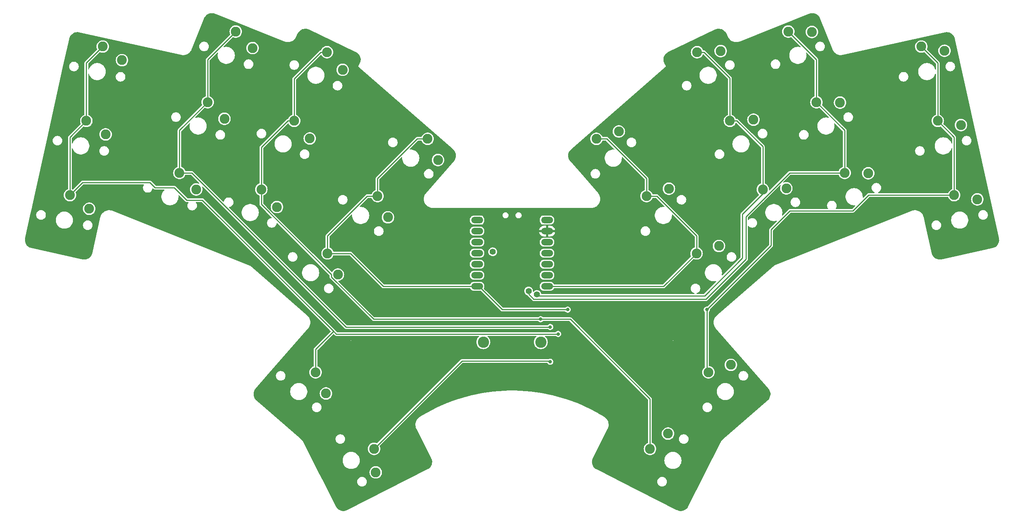
<source format=gbr>
%TF.GenerationSoftware,KiCad,Pcbnew,8.0.6*%
%TF.CreationDate,2025-01-03T23:57:13-08:00*%
%TF.ProjectId,sessile,73657373-696c-4652-9e6b-696361645f70,0.1*%
%TF.SameCoordinates,Original*%
%TF.FileFunction,Copper,L2,Bot*%
%TF.FilePolarity,Positive*%
%FSLAX46Y46*%
G04 Gerber Fmt 4.6, Leading zero omitted, Abs format (unit mm)*
G04 Created by KiCad (PCBNEW 8.0.6) date 2025-01-03 23:57:13*
%MOMM*%
%LPD*%
G01*
G04 APERTURE LIST*
%TA.AperFunction,ComponentPad*%
%ADD10R,1.400000X1.400000*%
%TD*%
%TA.AperFunction,ComponentPad*%
%ADD11C,1.400000*%
%TD*%
%TA.AperFunction,ComponentPad*%
%ADD12C,2.032000*%
%TD*%
%TA.AperFunction,ComponentPad*%
%ADD13C,2.600000*%
%TD*%
%TA.AperFunction,ComponentPad*%
%ADD14C,2.262000*%
%TD*%
%TA.AperFunction,ComponentPad*%
%ADD15C,1.397000*%
%TD*%
%TA.AperFunction,ComponentPad*%
%ADD16O,2.750000X1.500000*%
%TD*%
%TA.AperFunction,ViaPad*%
%ADD17C,0.800000*%
%TD*%
%TA.AperFunction,Conductor*%
%ADD18C,0.250000*%
%TD*%
G04 APERTURE END LIST*
D10*
%TO.P,J60,1*%
%TO.N,P0*%
X171399034Y-119199218D03*
D11*
%TO.P,J60,2*%
%TO.N,P1*%
X171399034Y-121739218D03*
%TO.P,J60,3*%
%TO.N,P2*%
X171399034Y-124279218D03*
%TO.P,J60,4*%
%TO.N,P3*%
X171399034Y-126819218D03*
%TO.P,J60,5*%
%TO.N,P4*%
X171399034Y-129359218D03*
%TO.P,J60,6*%
%TO.N,P5*%
X171399034Y-131899218D03*
%TO.P,J60,7*%
%TO.N,P6*%
X171399034Y-134439218D03*
%TD*%
D10*
%TO.P,J61,1*%
%TO.N,VCC5*%
X186639034Y-119199218D03*
D11*
%TO.P,J61,2*%
%TO.N,GND*%
X186639034Y-121739218D03*
%TO.P,J61,3*%
%TO.N,VCC3*%
X186639034Y-124279218D03*
%TO.P,J61,4*%
%TO.N,P10*%
X186639034Y-126819218D03*
%TO.P,J61,5*%
%TO.N,P9*%
X186639034Y-129359218D03*
%TO.P,J61,6*%
%TO.N,P8*%
X186639034Y-131899218D03*
%TO.P,J61,7*%
%TO.N,P7*%
X186639034Y-134439218D03*
%TD*%
D12*
%TO.P,S1,1*%
%TO.N,pinky_bottom*%
X81789317Y-116575931D03*
%TO.P,S1,2*%
%TO.N,P7*%
X77359683Y-113447299D03*
%TD*%
%TO.P,S2,1*%
%TO.N,pinky_home*%
X85562397Y-99487518D03*
%TO.P,S2,2*%
%TO.N,P7*%
X81132763Y-96358886D03*
%TD*%
%TO.P,S3,1*%
%TO.N,pinky_top*%
X89335478Y-82399104D03*
%TO.P,S3,2*%
%TO.N,P7*%
X84905844Y-79270472D03*
%TD*%
%TO.P,S4,1*%
%TO.N,ring_bottom*%
X106412363Y-112134406D03*
%TO.P,S4,2*%
%TO.N,NFC1*%
X102543898Y-108333751D03*
%TD*%
%TO.P,S5,1*%
%TO.N,ring_home*%
X112886053Y-95875829D03*
%TO.P,S5,2*%
%TO.N,NFC1*%
X109017588Y-92075174D03*
%TD*%
%TO.P,S6,1*%
%TO.N,ring_top*%
X119359743Y-79617252D03*
%TO.P,S6,2*%
%TO.N,NFC1*%
X115491278Y-75816597D03*
%TD*%
%TO.P,S7,1*%
%TO.N,middle_bottom*%
X124971525Y-116191063D03*
%TO.P,S7,2*%
%TO.N,NFC0*%
X121366277Y-112139868D03*
%TD*%
%TO.P,S8,2*%
%TO.N,NFC0*%
X128914277Y-96351338D03*
%TO.P,S8,1*%
%TO.N,middle_home*%
X132519525Y-100402533D03*
%TD*%
%TO.P,S9,1*%
%TO.N,middle_top*%
X140067526Y-84614002D03*
%TO.P,S9,2*%
%TO.N,NFC0*%
X136462278Y-80562807D03*
%TD*%
%TO.P,S10,1*%
%TO.N,index_bottom*%
X138974323Y-131733209D03*
%TO.P,S10,2*%
%TO.N,P6*%
X136589629Y-126862559D03*
%TD*%
%TO.P,S11,1*%
%TO.N,index_home*%
X150485523Y-118552076D03*
%TO.P,S11,2*%
%TO.N,P6*%
X148100829Y-113681426D03*
%TD*%
%TO.P,S12,1*%
%TO.N,index_top*%
X161996723Y-105370943D03*
%TO.P,S12,2*%
%TO.N,P6*%
X159612029Y-100500293D03*
%TD*%
%TO.P,S13,1*%
%TO.N,mirror_pinky_bottom*%
X286013559Y-114419885D03*
%TO.P,S13,2*%
%TO.N,P6*%
X280678386Y-113447299D03*
%TD*%
%TO.P,S14,1*%
%TO.N,mirror_pinky_home*%
X282240478Y-97331472D03*
%TO.P,S14,2*%
%TO.N,P6*%
X276905305Y-96358886D03*
%TD*%
%TO.P,S15,1*%
%TO.N,mirror_pinky_top*%
X278467398Y-80243058D03*
%TO.P,S15,2*%
%TO.N,P6*%
X273132225Y-79270472D03*
%TD*%
%TO.P,S16,1*%
%TO.N,mirror_ring_bottom*%
X260916320Y-108435154D03*
%TO.P,S16,2*%
%TO.N,NFC0*%
X255494170Y-108333751D03*
%TD*%
%TO.P,S17,1*%
%TO.N,mirror_ring_home*%
X254442631Y-92176577D03*
%TO.P,S17,2*%
%TO.N,NFC0*%
X249020481Y-92075174D03*
%TD*%
%TO.P,S18,1*%
%TO.N,mirror_ring_top*%
X247968941Y-75918000D03*
%TO.P,S18,2*%
%TO.N,NFC0*%
X242546791Y-75816597D03*
%TD*%
%TO.P,S19,1*%
%TO.N,mirror_middle_bottom*%
X242088561Y-111877920D03*
%TO.P,S19,2*%
%TO.N,NFC1*%
X236671792Y-112139868D03*
%TD*%
%TO.P,S20,1*%
%TO.N,mirror_middle_home*%
X234540560Y-96089390D03*
%TO.P,S20,2*%
%TO.N,NFC1*%
X229123791Y-96351338D03*
%TD*%
%TO.P,S21,1*%
%TO.N,mirror_middle_top*%
X226992559Y-80300859D03*
%TO.P,S21,2*%
%TO.N,NFC1*%
X221575790Y-80562807D03*
%TD*%
%TO.P,S22,1*%
%TO.N,mirror_index_bottom*%
X226595821Y-125155381D03*
%TO.P,S22,2*%
%TO.N,P7*%
X221448439Y-126862559D03*
%TD*%
%TO.P,S23,1*%
%TO.N,mirror_index_home*%
X215084621Y-111974248D03*
%TO.P,S23,2*%
%TO.N,P7*%
X209937239Y-113681426D03*
%TD*%
%TO.P,S24,1*%
%TO.N,mirror_index_top*%
X203573421Y-98793115D03*
%TO.P,S24,2*%
%TO.N,P7*%
X198426039Y-100500293D03*
%TD*%
%TO.P,S25,1*%
%TO.N,tucky_default*%
X136238584Y-159083541D03*
%TO.P,S25,2*%
%TO.N,P7*%
X133853890Y-154212891D03*
%TD*%
%TO.P,S26,2*%
%TO.N,NFC1*%
X147292437Y-171829894D03*
%TO.P,S26,1*%
%TO.N,reachy_default*%
X147678909Y-177239205D03*
%TD*%
%TO.P,S27,1*%
%TO.N,mirror_tucky_default*%
X229331560Y-152505713D03*
%TO.P,S27,2*%
%TO.N,P6*%
X224184178Y-154212891D03*
%TD*%
%TO.P,S28,1*%
%TO.N,mirror_reachy_default*%
X214878680Y-168318783D03*
%TO.P,S28,2*%
%TO.N,NFC0*%
X210745631Y-171829894D03*
%TD*%
D13*
%TO.P,BAT1,1*%
%TO.N,VBAT*%
X172409034Y-147269218D03*
X185629034Y-147269218D03*
%TD*%
D11*
%TO.P,J1,1*%
%TO.N,RAW*%
X174574034Y-126502218D03*
%TD*%
%TO.P,J2,1*%
%TO.N,NFC0*%
X182829034Y-135519218D03*
%TD*%
%TO.P,J3,1*%
%TO.N,NFC1*%
X184734034Y-136319218D03*
%TD*%
D14*
%TO.P,J4,1*%
%TO.N,P7*%
X77359683Y-113447298D03*
%TD*%
%TO.P,J5,1*%
%TO.N,P7*%
X81132763Y-96358885D03*
%TD*%
%TO.P,J6,1*%
%TO.N,P7*%
X84905844Y-79270472D03*
%TD*%
%TO.P,J7,1*%
%TO.N,NFC1*%
X102543898Y-108333751D03*
%TD*%
%TO.P,J8,1*%
%TO.N,NFC1*%
X109017588Y-92075174D03*
%TD*%
%TO.P,J9,1*%
%TO.N,NFC1*%
X115491278Y-75816596D03*
%TD*%
%TO.P,J10,1*%
%TO.N,NFC0*%
X121366276Y-112139867D03*
%TD*%
%TO.P,J11,1*%
%TO.N,NFC0*%
X128914277Y-96351337D03*
%TD*%
%TO.P,J12,1*%
%TO.N,NFC0*%
X136462278Y-80562807D03*
%TD*%
%TO.P,J13,1*%
%TO.N,P6*%
X136589629Y-126862559D03*
%TD*%
%TO.P,J14,1*%
%TO.N,P6*%
X148100829Y-113681426D03*
%TD*%
%TO.P,J15,1*%
%TO.N,P6*%
X159612029Y-100500293D03*
%TD*%
%TO.P,J16,1*%
%TO.N,P6*%
X280678386Y-113447298D03*
%TD*%
%TO.P,J17,1*%
%TO.N,P6*%
X276905305Y-96358885D03*
%TD*%
%TO.P,J18,1*%
%TO.N,P6*%
X273132225Y-79270472D03*
%TD*%
%TO.P,J19,1*%
%TO.N,NFC0*%
X255494170Y-108333751D03*
%TD*%
%TO.P,J20,1*%
%TO.N,NFC0*%
X249020480Y-92075174D03*
%TD*%
%TO.P,J21,1*%
%TO.N,NFC0*%
X242546790Y-75816596D03*
%TD*%
%TO.P,J22,1*%
%TO.N,NFC1*%
X236671792Y-112139867D03*
%TD*%
%TO.P,J23,1*%
%TO.N,NFC1*%
X229123791Y-96351337D03*
%TD*%
%TO.P,J24,1*%
%TO.N,NFC1*%
X221575791Y-80562807D03*
%TD*%
%TO.P,J25,1*%
%TO.N,P7*%
X221448439Y-126862559D03*
%TD*%
%TO.P,J26,1*%
%TO.N,P7*%
X209937239Y-113681426D03*
%TD*%
%TO.P,J27,1*%
%TO.N,P7*%
X198426039Y-100500293D03*
%TD*%
%TO.P,J28,1*%
%TO.N,P7*%
X133853890Y-154212891D03*
%TD*%
%TO.P,J29,1*%
%TO.N,NFC1*%
X147292437Y-171829894D03*
%TD*%
%TO.P,J30,1*%
%TO.N,P6*%
X224184178Y-154212891D03*
%TD*%
%TO.P,J31,1*%
%TO.N,NFC0*%
X210745632Y-171829894D03*
%TD*%
%TO.P,J32,1*%
%TO.N,pinky_bottom*%
X81789317Y-116575931D03*
%TD*%
%TO.P,J33,1*%
%TO.N,pinky_home*%
X85562397Y-99487518D03*
%TD*%
%TO.P,J34,1*%
%TO.N,pinky_top*%
X89335478Y-82399105D03*
%TD*%
%TO.P,J35,1*%
%TO.N,ring_bottom*%
X106412363Y-112134406D03*
%TD*%
%TO.P,J36,1*%
%TO.N,ring_home*%
X112886053Y-95875829D03*
%TD*%
%TO.P,J37,1*%
%TO.N,ring_top*%
X119359743Y-79617251D03*
%TD*%
%TO.P,J38,1*%
%TO.N,middle_bottom*%
X124971525Y-116191063D03*
%TD*%
%TO.P,J39,1*%
%TO.N,middle_home*%
X132519525Y-100402533D03*
%TD*%
%TO.P,J40,1*%
%TO.N,middle_top*%
X140067526Y-84614003D03*
%TD*%
%TO.P,J41,1*%
%TO.N,index_bottom*%
X138974323Y-131733209D03*
%TD*%
%TO.P,J42,1*%
%TO.N,index_home*%
X150485523Y-118552076D03*
%TD*%
%TO.P,J43,1*%
%TO.N,index_top*%
X161996723Y-105370943D03*
%TD*%
%TO.P,J44,1*%
%TO.N,mirror_pinky_bottom*%
X286013559Y-114419885D03*
%TD*%
%TO.P,J45,1*%
%TO.N,mirror_pinky_home*%
X282240479Y-97331472D03*
%TD*%
%TO.P,J46,1*%
%TO.N,mirror_pinky_top*%
X278467398Y-80243059D03*
%TD*%
%TO.P,J47,1*%
%TO.N,mirror_ring_bottom*%
X260916321Y-108435155D03*
%TD*%
%TO.P,J48,1*%
%TO.N,mirror_ring_home*%
X254442631Y-92176577D03*
%TD*%
%TO.P,J49,1*%
%TO.N,mirror_ring_top*%
X247968941Y-75918000D03*
%TD*%
%TO.P,J50,1*%
%TO.N,mirror_middle_bottom*%
X242088561Y-111877919D03*
%TD*%
%TO.P,J51,1*%
%TO.N,mirror_middle_home*%
X234540560Y-96089389D03*
%TD*%
%TO.P,J52,1*%
%TO.N,mirror_middle_top*%
X226992559Y-80300859D03*
%TD*%
%TO.P,J53,1*%
%TO.N,mirror_index_bottom*%
X226595821Y-125155381D03*
%TD*%
%TO.P,J54,1*%
%TO.N,mirror_index_home*%
X215084621Y-111974248D03*
%TD*%
%TO.P,J55,1*%
%TO.N,mirror_index_top*%
X203573421Y-98793115D03*
%TD*%
%TO.P,J56,1*%
%TO.N,tucky_default*%
X136238584Y-159083541D03*
%TD*%
%TO.P,J57,1*%
%TO.N,reachy_default*%
X147678909Y-177239205D03*
%TD*%
%TO.P,J58,1*%
%TO.N,mirror_tucky_default*%
X229331560Y-152505712D03*
%TD*%
%TO.P,J59,1*%
%TO.N,mirror_reachy_default*%
X214878681Y-168318783D03*
%TD*%
D15*
%TO.P,MCU1,21*%
%TO.N,RAW*%
X174574034Y-126502218D03*
D16*
%TO.P,MCU1,18*%
%TO.N,P0*%
X170974034Y-119199218D03*
%TO.P,MCU1,17*%
%TO.N,P1*%
X170974034Y-121739218D03*
%TO.P,MCU1,16*%
%TO.N,P2*%
X170974034Y-124279218D03*
%TO.P,MCU1,15*%
%TO.N,P3*%
X170974034Y-126819218D03*
%TO.P,MCU1,14*%
%TO.N,P4*%
X170974034Y-129359218D03*
%TO.P,MCU1,13*%
%TO.N,P5*%
X170974034Y-131899218D03*
%TO.P,MCU1,12*%
%TO.N,P6*%
X170974034Y-134439218D03*
%TO.P,MCU1,7*%
%TO.N,P7*%
X187064034Y-134439218D03*
%TO.P,MCU1,6*%
%TO.N,P8*%
X187064034Y-131899218D03*
%TO.P,MCU1,5*%
%TO.N,P9*%
X187064034Y-129359218D03*
%TO.P,MCU1,4*%
%TO.N,P10*%
X187064034Y-126819218D03*
%TO.P,MCU1,3*%
%TO.N,VCC3*%
X187064034Y-124279218D03*
%TO.P,MCU1,2*%
%TO.N,GND*%
X187064034Y-121739218D03*
%TO.P,MCU1,1*%
%TO.N,VCC5*%
X187064034Y-119199218D03*
%TD*%
D17*
%TO.N,GND*%
X175500000Y-142900000D03*
X182499126Y-142899126D03*
X175600000Y-149800000D03*
X182400000Y-149800000D03*
%TO.N,NFC1*%
X187800000Y-151800000D03*
%TO.N,P6*%
X223800000Y-139800000D03*
X191800000Y-139800000D03*
%TO.N,P7*%
X189600000Y-145400000D03*
%TO.N,NFC1*%
X187800000Y-143800000D03*
%TO.N,NFC0*%
X185600000Y-142000000D03*
%TD*%
D18*
%TO.N,NFC0*%
X185600000Y-142000000D02*
X192400000Y-142000000D01*
X192400000Y-142000000D02*
X210745632Y-160345632D01*
X210745632Y-160345632D02*
X210745632Y-171829894D01*
X147182019Y-142000000D02*
X137518323Y-132336304D01*
X121366277Y-115566277D02*
X121366277Y-112139868D01*
X185600000Y-142000000D02*
X147182019Y-142000000D01*
X137518323Y-132336304D02*
X137518323Y-131718323D01*
X137518323Y-131718323D02*
X121366277Y-115566277D01*
%TO.N,NFC1*%
X105368851Y-108333751D02*
X102543898Y-108333751D01*
X187800000Y-143800000D02*
X140835100Y-143800000D01*
X140835100Y-143800000D02*
X105368851Y-108333751D01*
%TO.N,P7*%
X138600000Y-145400000D02*
X138000000Y-144800000D01*
X189600000Y-145400000D02*
X138600000Y-145400000D01*
%TO.N,P6*%
X280678386Y-113447299D02*
X280631087Y-113400000D01*
X261046941Y-113400000D02*
X257371239Y-117075702D01*
X257371239Y-117075702D02*
X242924298Y-117075702D01*
X242924298Y-117075702D02*
X238600000Y-121400000D01*
X280631087Y-113400000D02*
X261046941Y-113400000D01*
X238600000Y-125000000D02*
X223800000Y-139800000D01*
X238600000Y-121400000D02*
X238600000Y-125000000D01*
X223800000Y-139800000D02*
X223800000Y-153828713D01*
X223800000Y-153828713D02*
X224184178Y-154212891D01*
%TO.N,NFC1*%
X187800000Y-151800000D02*
X187600000Y-151600000D01*
X167522331Y-151600000D02*
X147292437Y-171829894D01*
X187600000Y-151600000D02*
X167522331Y-151600000D01*
%TO.N,P6*%
X176800000Y-139800000D02*
X191800000Y-139800000D01*
X176759816Y-139800000D02*
X176800000Y-139800000D01*
X171399034Y-134439218D02*
X176759816Y-139800000D01*
%TO.N,P7*%
X133853890Y-154212891D02*
X133853890Y-148946110D01*
X133853890Y-148946110D02*
X138000000Y-144800000D01*
X77359683Y-113447298D02*
X80252255Y-110554726D01*
X95759285Y-110554726D02*
X96930273Y-111725714D01*
X104200000Y-114600000D02*
X107800000Y-114600000D01*
X96930273Y-111725714D02*
X101325714Y-111725714D01*
X101325714Y-111725714D02*
X104200000Y-114600000D01*
X107800000Y-114600000D02*
X138000000Y-144800000D01*
X80252255Y-110554726D02*
X95759285Y-110554726D01*
%TO.N,NFC0*%
X255494170Y-108333751D02*
X242866249Y-108333751D01*
X232800000Y-118400000D02*
X232800000Y-128200000D01*
X232800000Y-128200000D02*
X223600000Y-137400000D01*
X223600000Y-137400000D02*
X184000000Y-137400000D01*
X242866249Y-108333751D02*
X232800000Y-118400000D01*
X184000000Y-137400000D02*
X182829034Y-136229034D01*
X182829034Y-136229034D02*
X182829034Y-135519218D01*
%TO.N,NFC1*%
X236671792Y-112139868D02*
X236671792Y-113128208D01*
X232000000Y-117800000D02*
X232000000Y-127895421D01*
X223295421Y-136600000D02*
X185014816Y-136600000D01*
X236671792Y-113128208D02*
X232000000Y-117800000D01*
X232000000Y-127895421D02*
X223295421Y-136600000D01*
X185014816Y-136600000D02*
X184734034Y-136319218D01*
%TO.N,P7*%
X134400000Y-153666781D02*
X133853890Y-154212891D01*
%TO.N,P6*%
X136589629Y-126862559D02*
X141862559Y-126862559D01*
X141862559Y-126862559D02*
X149439218Y-134439218D01*
X149439218Y-134439218D02*
X171399034Y-134439218D01*
%TO.N,P7*%
X221448439Y-126862559D02*
X213871780Y-134439218D01*
X213871780Y-134439218D02*
X186639034Y-134439218D01*
%TO.N,P6*%
X148100829Y-113681426D02*
X145708836Y-113681426D01*
X145708836Y-113681426D02*
X136589629Y-122800633D01*
X136589629Y-122800633D02*
X136589629Y-126862559D01*
X159612029Y-100500293D02*
X157220036Y-100500293D01*
X157220036Y-100500293D02*
X148100829Y-109619500D01*
X148100829Y-109619500D02*
X148100829Y-113681426D01*
%TO.N,NFC0*%
X128914277Y-96351338D02*
X127477437Y-96351338D01*
X127477437Y-96351338D02*
X121366276Y-102462499D01*
X121366276Y-102462499D02*
X121366276Y-112139867D01*
X136462278Y-80562807D02*
X135025438Y-80562807D01*
X135025438Y-80562807D02*
X128914277Y-86673968D01*
X128914277Y-86673968D02*
X128914277Y-96351338D01*
%TO.N,NFC1*%
X109017588Y-92075174D02*
X102543898Y-98548864D01*
X102543898Y-98548864D02*
X102543898Y-108333751D01*
X115491278Y-75816597D02*
X109017588Y-82290287D01*
X109017588Y-82290287D02*
X109017588Y-92075174D01*
%TO.N,P7*%
X81132763Y-96358886D02*
X77359683Y-100131966D01*
X77359683Y-100131966D02*
X77359683Y-113447299D01*
X84905844Y-79270472D02*
X81132763Y-83043553D01*
X81132763Y-83043553D02*
X81132763Y-96358886D01*
X209937239Y-113681426D02*
X212329232Y-113681426D01*
X212329232Y-113681426D02*
X221448439Y-122800633D01*
X221448439Y-122800633D02*
X221448439Y-126862559D01*
X198426039Y-100500293D02*
X200818032Y-100500293D01*
X200818032Y-100500293D02*
X209937239Y-109619500D01*
X209937239Y-109619500D02*
X209937239Y-113681426D01*
%TO.N,NFC1*%
X229123791Y-96351337D02*
X230723266Y-96351337D01*
X230723266Y-96351337D02*
X236671792Y-102299863D01*
X236671792Y-102299863D02*
X236671792Y-112139868D01*
X221575791Y-80562807D02*
X223175266Y-80562807D01*
X223175266Y-80562807D02*
X229123791Y-86511332D01*
X229123791Y-86511332D02*
X229123791Y-96351338D01*
%TO.N,NFC0*%
X249020481Y-92075174D02*
X255494170Y-98548863D01*
X255494170Y-98548863D02*
X255494170Y-108333751D01*
X242546790Y-75816596D02*
X249020481Y-82290287D01*
X249020481Y-82290287D02*
X249020481Y-92075174D01*
%TO.N,P6*%
X276905305Y-96358886D02*
X280678386Y-100131967D01*
X280678386Y-100131967D02*
X280678386Y-113447298D01*
X280678386Y-113447299D02*
X280678386Y-113447298D01*
X273132225Y-79270472D02*
X276905305Y-83043552D01*
X276905305Y-83043552D02*
X276905305Y-96358885D01*
%TD*%
%TA.AperFunction,Conductor*%
%TO.N,GND*%
G36*
X110172329Y-71592468D02*
G01*
X110185189Y-71593982D01*
X110216266Y-71599720D01*
X110419977Y-71637332D01*
X110432526Y-71640510D01*
X110609888Y-71698006D01*
X110662437Y-71715041D01*
X110668531Y-71717239D01*
X111353343Y-71989911D01*
X126706865Y-78103233D01*
X126706959Y-78103311D01*
X126706973Y-78103277D01*
X126707899Y-78103647D01*
X126707898Y-78103647D01*
X126730756Y-78112747D01*
X126731278Y-78112898D01*
X126828969Y-78151817D01*
X127081068Y-78217164D01*
X127339357Y-78250490D01*
X127599787Y-78251272D01*
X127858272Y-78219497D01*
X128110759Y-78155663D01*
X128353287Y-78060773D01*
X128582054Y-77936314D01*
X128793471Y-77784238D01*
X128984222Y-77606930D01*
X128984223Y-77606928D01*
X128984226Y-77606926D01*
X129083520Y-77488220D01*
X129151316Y-77407171D01*
X129292133Y-77188094D01*
X129348278Y-77070604D01*
X129348283Y-77070606D01*
X129348286Y-77070586D01*
X129354099Y-77058428D01*
X129724809Y-76282996D01*
X129731916Y-76268128D01*
X129734874Y-76262427D01*
X129853348Y-76051323D01*
X129860389Y-76040502D01*
X130003431Y-75849305D01*
X130011834Y-75839483D01*
X130178616Y-75668584D01*
X130188218Y-75659955D01*
X130375882Y-75512284D01*
X130386519Y-75504986D01*
X130591866Y-75383067D01*
X130603374Y-75377217D01*
X130822841Y-75283159D01*
X130835043Y-75278850D01*
X131064908Y-75214242D01*
X131077566Y-75211563D01*
X131313900Y-75177511D01*
X131326781Y-75176509D01*
X131565547Y-75173596D01*
X131578476Y-75174286D01*
X131815552Y-75202559D01*
X131828272Y-75204928D01*
X132059641Y-75263905D01*
X132071946Y-75267916D01*
X132296821Y-75357864D01*
X132302749Y-75360462D01*
X142829554Y-80392998D01*
X143110543Y-80527330D01*
X143110546Y-80527332D01*
X143123156Y-80533361D01*
X143128897Y-80536339D01*
X143339948Y-80654786D01*
X143350800Y-80661847D01*
X143541921Y-80804836D01*
X143541974Y-80804875D01*
X143551811Y-80813292D01*
X143592631Y-80853129D01*
X143722681Y-80980048D01*
X143731338Y-80989680D01*
X143878976Y-81177310D01*
X143886301Y-81187988D01*
X144008190Y-81393287D01*
X144014059Y-81404831D01*
X144108108Y-81624288D01*
X144112419Y-81636499D01*
X144177017Y-81866342D01*
X144179698Y-81879011D01*
X144213742Y-82115321D01*
X144214747Y-82128232D01*
X144217656Y-82366978D01*
X144216966Y-82379910D01*
X144188689Y-82616976D01*
X144186318Y-82629706D01*
X144127338Y-82861063D01*
X144123325Y-82873375D01*
X144033043Y-83099075D01*
X144030446Y-83104998D01*
X144015277Y-83136735D01*
X144015040Y-83137536D01*
X143698106Y-83806222D01*
X143693498Y-83813255D01*
X143694092Y-83813597D01*
X143689236Y-83822045D01*
X143687710Y-83826571D01*
X143683364Y-83837326D01*
X143681320Y-83841637D01*
X143680218Y-83846021D01*
X143679637Y-83850506D01*
X143679959Y-83855283D01*
X143680061Y-83866857D01*
X143679823Y-83871635D01*
X143680484Y-83876118D01*
X143681660Y-83880471D01*
X143683784Y-83884757D01*
X143688316Y-83895433D01*
X143689918Y-83899922D01*
X143692240Y-83903802D01*
X143694996Y-83907381D01*
X143694998Y-83907384D01*
X143695000Y-83907385D01*
X143695001Y-83907387D01*
X143698591Y-83910523D01*
X143706870Y-83918659D01*
X143710068Y-83922194D01*
X143717901Y-83928012D01*
X143717488Y-83928567D01*
X143724523Y-83933174D01*
X165326569Y-102802984D01*
X165435631Y-102898252D01*
X165435653Y-102898276D01*
X165444480Y-102905985D01*
X165444481Y-102905986D01*
X165460525Y-102919997D01*
X165465247Y-102924401D01*
X165589403Y-103048035D01*
X165636744Y-103095177D01*
X165645303Y-103104896D01*
X165791047Y-103294011D01*
X165798264Y-103304763D01*
X165918077Y-103511283D01*
X165923829Y-103522886D01*
X166015665Y-103743289D01*
X166019854Y-103755543D01*
X166082132Y-103986038D01*
X166084685Y-103998734D01*
X166116344Y-104235388D01*
X166117218Y-104248308D01*
X166117717Y-104487072D01*
X166116897Y-104499996D01*
X166086226Y-104736780D01*
X166083726Y-104749487D01*
X166022410Y-104980243D01*
X166018273Y-104992514D01*
X165927361Y-105213292D01*
X165921657Y-105224919D01*
X165802708Y-105431936D01*
X165795536Y-105442718D01*
X165649053Y-105634440D01*
X165644954Y-105639456D01*
X159284257Y-112922903D01*
X159284133Y-112922976D01*
X159165116Y-113059393D01*
X159165105Y-113059406D01*
X159010998Y-113292972D01*
X158889625Y-113545125D01*
X158803202Y-113811270D01*
X158753280Y-114086616D01*
X158753279Y-114086623D01*
X158740767Y-114366167D01*
X158740767Y-114366181D01*
X158765889Y-114644878D01*
X158828191Y-114917684D01*
X158828195Y-114917697D01*
X158926549Y-115179669D01*
X159016963Y-115347646D01*
X159059179Y-115426077D01*
X159223665Y-115652432D01*
X159223682Y-115652455D01*
X159417076Y-115854700D01*
X159635870Y-116029162D01*
X159635872Y-116029163D01*
X159876102Y-116172678D01*
X160133421Y-116282651D01*
X160377795Y-116350088D01*
X160403013Y-116357047D01*
X160403173Y-116357091D01*
X160680475Y-116394652D01*
X160794971Y-116394705D01*
X160795093Y-116394718D01*
X160805374Y-116394718D01*
X197242150Y-116394718D01*
X197242744Y-116394658D01*
X197357591Y-116394606D01*
X197634890Y-116357050D01*
X197698468Y-116339506D01*
X197904629Y-116282617D01*
X197904631Y-116282616D01*
X197904639Y-116282614D01*
X198161956Y-116172645D01*
X198161961Y-116172642D01*
X198161962Y-116172642D01*
X198402184Y-116029135D01*
X198402188Y-116029132D01*
X198570238Y-115895135D01*
X198620978Y-115854677D01*
X198814375Y-115652432D01*
X198961808Y-115449548D01*
X198978869Y-115426070D01*
X198978870Y-115426067D01*
X198978876Y-115426060D01*
X199111504Y-115179655D01*
X199209860Y-114917679D01*
X199272162Y-114644872D01*
X199297285Y-114366171D01*
X199284772Y-114086620D01*
X199234850Y-113811278D01*
X199148423Y-113545128D01*
X199027055Y-113292987D01*
X198872943Y-113059418D01*
X198867850Y-113053581D01*
X198810968Y-112988385D01*
X198797568Y-112973027D01*
X198797500Y-112972930D01*
X198790838Y-112965301D01*
X194869713Y-108475338D01*
X197062916Y-108475338D01*
X197062916Y-108648709D01*
X197090035Y-108819933D01*
X197090036Y-108819936D01*
X197143608Y-108984815D01*
X197222314Y-109139284D01*
X197324215Y-109279538D01*
X197446802Y-109402125D01*
X197587056Y-109504026D01*
X197741525Y-109582732D01*
X197906404Y-109636304D01*
X197974896Y-109647152D01*
X198077631Y-109663424D01*
X198077634Y-109663424D01*
X198251001Y-109663424D01*
X198340988Y-109649171D01*
X198422228Y-109636304D01*
X198587107Y-109582732D01*
X198741576Y-109504026D01*
X198881830Y-109402125D01*
X199004417Y-109279538D01*
X199106318Y-109139284D01*
X199185024Y-108984815D01*
X199238596Y-108819936D01*
X199262093Y-108671580D01*
X199265716Y-108648709D01*
X199265716Y-108475338D01*
X199238596Y-108304114D01*
X199238596Y-108304112D01*
X199185024Y-108139233D01*
X199106318Y-107984764D01*
X199004417Y-107844510D01*
X198881830Y-107721923D01*
X198741576Y-107620022D01*
X198741575Y-107620021D01*
X198741573Y-107620020D01*
X198587105Y-107541315D01*
X198422225Y-107487743D01*
X198251001Y-107460624D01*
X198250998Y-107460624D01*
X198077634Y-107460624D01*
X198077631Y-107460624D01*
X197906406Y-107487743D01*
X197741526Y-107541315D01*
X197587058Y-107620020D01*
X197446803Y-107721922D01*
X197324214Y-107844511D01*
X197222312Y-107984766D01*
X197143607Y-108139234D01*
X197090035Y-108304114D01*
X197062916Y-108475338D01*
X194869713Y-108475338D01*
X192393579Y-105639991D01*
X192389503Y-105635002D01*
X192242575Y-105442692D01*
X192235410Y-105431922D01*
X192116454Y-105224889D01*
X192110757Y-105213274D01*
X192019847Y-104992496D01*
X192015710Y-104980225D01*
X191995946Y-104905844D01*
X191954394Y-104749467D01*
X191951898Y-104736780D01*
X191921226Y-104499985D01*
X191920407Y-104487078D01*
X191920905Y-104248304D01*
X191921778Y-104235399D01*
X191953439Y-103998733D01*
X191955987Y-103986058D01*
X192018271Y-103755543D01*
X192022449Y-103743318D01*
X192114287Y-103522904D01*
X192120033Y-103511314D01*
X192239852Y-103304781D01*
X192247057Y-103294047D01*
X192392811Y-103104917D01*
X192401353Y-103095217D01*
X192573343Y-102923946D01*
X192578078Y-102919531D01*
X197303814Y-98793115D01*
X202137015Y-98793115D01*
X202156605Y-99029538D01*
X202195941Y-99184871D01*
X202214843Y-99259515D01*
X202310140Y-99476769D01*
X202439895Y-99675374D01*
X202439897Y-99675376D01*
X202599855Y-99849137D01*
X202600570Y-99849913D01*
X202787781Y-99995626D01*
X202864206Y-100036985D01*
X202987647Y-100103788D01*
X202996423Y-100108537D01*
X203220804Y-100185567D01*
X203454804Y-100224615D01*
X203692038Y-100224615D01*
X203926038Y-100185567D01*
X204150419Y-100108537D01*
X204359061Y-99995626D01*
X204546272Y-99849913D01*
X204706947Y-99675374D01*
X204836702Y-99476769D01*
X204931999Y-99259515D01*
X204990236Y-99029540D01*
X205009827Y-98793115D01*
X204990236Y-98556690D01*
X204931999Y-98326715D01*
X204836702Y-98109461D01*
X204706947Y-97910856D01*
X204560099Y-97751337D01*
X204546274Y-97736319D01*
X204546268Y-97736314D01*
X204359064Y-97590606D01*
X204359061Y-97590604D01*
X204150422Y-97477694D01*
X204133777Y-97471980D01*
X203926038Y-97400663D01*
X203926035Y-97400662D01*
X203926034Y-97400662D01*
X203692038Y-97361615D01*
X203454804Y-97361615D01*
X203220807Y-97400662D01*
X202996419Y-97477694D01*
X202787780Y-97590604D01*
X202787777Y-97590606D01*
X202600573Y-97736314D01*
X202600567Y-97736319D01*
X202439897Y-97910853D01*
X202439895Y-97910855D01*
X202439895Y-97910856D01*
X202319546Y-98095065D01*
X202310139Y-98109463D01*
X202214843Y-98326714D01*
X202156605Y-98556691D01*
X202137015Y-98793115D01*
X197303814Y-98793115D01*
X209468293Y-88171340D01*
X218057036Y-88171340D01*
X218057036Y-88344711D01*
X218084155Y-88515935D01*
X218084156Y-88515938D01*
X218137728Y-88680817D01*
X218216434Y-88835286D01*
X218318335Y-88975540D01*
X218440922Y-89098127D01*
X218581176Y-89200028D01*
X218735645Y-89278734D01*
X218900524Y-89332306D01*
X218969016Y-89343154D01*
X219071751Y-89359426D01*
X219071754Y-89359426D01*
X219245121Y-89359426D01*
X219330733Y-89345866D01*
X219416348Y-89332306D01*
X219581227Y-89278734D01*
X219735696Y-89200028D01*
X219875950Y-89098127D01*
X219998537Y-88975540D01*
X220100438Y-88835286D01*
X220179144Y-88680817D01*
X220232716Y-88515938D01*
X220259836Y-88344708D01*
X220259836Y-88171344D01*
X220259836Y-88171340D01*
X220232716Y-88000116D01*
X220232716Y-88000114D01*
X220179144Y-87835235D01*
X220100438Y-87680766D01*
X219998537Y-87540512D01*
X219875950Y-87417925D01*
X219735696Y-87316024D01*
X219735695Y-87316023D01*
X219735693Y-87316022D01*
X219581225Y-87237317D01*
X219416345Y-87183745D01*
X219245121Y-87156626D01*
X219245118Y-87156626D01*
X219071754Y-87156626D01*
X219071751Y-87156626D01*
X218900526Y-87183745D01*
X218735646Y-87237317D01*
X218581178Y-87316022D01*
X218440923Y-87417924D01*
X218318334Y-87540513D01*
X218216432Y-87680768D01*
X218137727Y-87835236D01*
X218084155Y-88000116D01*
X218057036Y-88171340D01*
X209468293Y-88171340D01*
X212233288Y-85757003D01*
X222155545Y-85757003D01*
X222155545Y-86014590D01*
X222189166Y-86269964D01*
X222189166Y-86269969D01*
X222189167Y-86269972D01*
X222254084Y-86512248D01*
X222255833Y-86518773D01*
X222255835Y-86518781D01*
X222354406Y-86756754D01*
X222354409Y-86756759D01*
X222457342Y-86935045D01*
X222483204Y-86979838D01*
X222640004Y-87184184D01*
X222640006Y-87184186D01*
X222640010Y-87184191D01*
X222822151Y-87366332D01*
X222822155Y-87366335D01*
X222822157Y-87366337D01*
X222889387Y-87417924D01*
X223026507Y-87523140D01*
X223249583Y-87651933D01*
X223249584Y-87651933D01*
X223249587Y-87651935D01*
X223337493Y-87688346D01*
X223487561Y-87750507D01*
X223736370Y-87817175D01*
X223991752Y-87850797D01*
X223991753Y-87850797D01*
X224249337Y-87850797D01*
X224249338Y-87850797D01*
X224504720Y-87817175D01*
X224753529Y-87750507D01*
X224991507Y-87651933D01*
X225214583Y-87523140D01*
X225418939Y-87366332D01*
X225601080Y-87184191D01*
X225757888Y-86979835D01*
X225886681Y-86756759D01*
X225985255Y-86518781D01*
X226051923Y-86269972D01*
X226085545Y-86014590D01*
X226085545Y-85757004D01*
X226051923Y-85501622D01*
X225985255Y-85252813D01*
X225886681Y-85014835D01*
X225757888Y-84791759D01*
X225647221Y-84647535D01*
X225601085Y-84587409D01*
X225601083Y-84587407D01*
X225601080Y-84587403D01*
X225418939Y-84405262D01*
X225418934Y-84405258D01*
X225418932Y-84405256D01*
X225214586Y-84248456D01*
X225184493Y-84231082D01*
X224991507Y-84119661D01*
X224991502Y-84119658D01*
X224753529Y-84021087D01*
X224504720Y-83954419D01*
X224504717Y-83954418D01*
X224504715Y-83954418D01*
X224249338Y-83920797D01*
X223991752Y-83920797D01*
X223991751Y-83920797D01*
X223736377Y-83954418D01*
X223736372Y-83954418D01*
X223487568Y-84021085D01*
X223487560Y-84021087D01*
X223249587Y-84119658D01*
X223026503Y-84248456D01*
X222822157Y-84405256D01*
X222640004Y-84587409D01*
X222483204Y-84791755D01*
X222354406Y-85014839D01*
X222255835Y-85252812D01*
X222255833Y-85252820D01*
X222189166Y-85501624D01*
X222189166Y-85501629D01*
X222155545Y-85757003D01*
X212233288Y-85757003D01*
X214314270Y-83939932D01*
X214321329Y-83935323D01*
X214320889Y-83934727D01*
X214328730Y-83928932D01*
X214328730Y-83928930D01*
X214328733Y-83928930D01*
X214332079Y-83925249D01*
X214340201Y-83917290D01*
X214343952Y-83914016D01*
X214343954Y-83914012D01*
X214346652Y-83910511D01*
X214348938Y-83906713D01*
X214348941Y-83906710D01*
X214350621Y-83902037D01*
X214355087Y-83891557D01*
X214357294Y-83887107D01*
X214357294Y-83887104D01*
X214358449Y-83882832D01*
X214359106Y-83878450D01*
X214359108Y-83878446D01*
X214358872Y-83873473D01*
X214358987Y-83862095D01*
X214359057Y-83861064D01*
X214359323Y-83857139D01*
X214359321Y-83857134D01*
X214358752Y-83852734D01*
X214357686Y-83848446D01*
X214355567Y-83843947D01*
X214351317Y-83833387D01*
X214349730Y-83828677D01*
X214349729Y-83828676D01*
X214349729Y-83828675D01*
X214344873Y-83820222D01*
X214345511Y-83819855D01*
X214340897Y-83812795D01*
X214315657Y-83759197D01*
X214235027Y-83587973D01*
X214022995Y-83137706D01*
X214022580Y-83136293D01*
X214007165Y-83104048D01*
X214004564Y-83098117D01*
X213995211Y-83074736D01*
X213914672Y-82873403D01*
X213910660Y-82861093D01*
X213851673Y-82629721D01*
X213849303Y-82617002D01*
X213821021Y-82379902D01*
X213820332Y-82366999D01*
X213823241Y-82128230D01*
X213824246Y-82115320D01*
X213836679Y-82029024D01*
X213858293Y-81878993D01*
X213860971Y-81866342D01*
X213925579Y-81636463D01*
X213929884Y-81624275D01*
X214023943Y-81404802D01*
X214029800Y-81393280D01*
X214151707Y-81187952D01*
X214159027Y-81177283D01*
X214306683Y-80989638D01*
X214315326Y-80980021D01*
X214486222Y-80813247D01*
X214496046Y-80804842D01*
X214687245Y-80661804D01*
X214698084Y-80654751D01*
X214908640Y-80536590D01*
X214914322Y-80533641D01*
X214934116Y-80524179D01*
X214934115Y-80524179D01*
X225698916Y-75377864D01*
X225698925Y-75377862D01*
X225716272Y-75369568D01*
X225716274Y-75369569D01*
X225735503Y-75360375D01*
X225741388Y-75357795D01*
X225966119Y-75267902D01*
X225978418Y-75263893D01*
X226209801Y-75204908D01*
X226222515Y-75202540D01*
X226459598Y-75174262D01*
X226472528Y-75173573D01*
X226711297Y-75176483D01*
X226724178Y-75177485D01*
X226960520Y-75211535D01*
X226973173Y-75214213D01*
X227203043Y-75278820D01*
X227215232Y-75283123D01*
X227434719Y-75377187D01*
X227446244Y-75383047D01*
X227651557Y-75504944D01*
X227662226Y-75512262D01*
X227827809Y-75642555D01*
X227849869Y-75659913D01*
X227859500Y-75668569D01*
X228026264Y-75839446D01*
X228034683Y-75849286D01*
X228177710Y-76040461D01*
X228184773Y-76051315D01*
X228302826Y-76261667D01*
X228305811Y-76267419D01*
X228671672Y-77032706D01*
X228671676Y-77032735D01*
X228689774Y-77070610D01*
X228689774Y-77070611D01*
X228720308Y-77134509D01*
X228745917Y-77188102D01*
X228745922Y-77188112D01*
X228886729Y-77407177D01*
X228886731Y-77407180D01*
X228886735Y-77407185D01*
X228886736Y-77407186D01*
X229053832Y-77606950D01*
X229077488Y-77628939D01*
X229244584Y-77784262D01*
X229244594Y-77784269D01*
X229320641Y-77838972D01*
X229456004Y-77936343D01*
X229684773Y-78060807D01*
X229684778Y-78060809D01*
X229684782Y-78060811D01*
X229684787Y-78060813D01*
X229927286Y-78155694D01*
X229927290Y-78155695D01*
X229927305Y-78155701D01*
X230179795Y-78219538D01*
X230438284Y-78251317D01*
X230698719Y-78250539D01*
X230957013Y-78217216D01*
X231209118Y-78151871D01*
X231330089Y-78103679D01*
X231330090Y-78103679D01*
X231352880Y-78094604D01*
X231352879Y-78094604D01*
X247369271Y-71717344D01*
X247375317Y-71715163D01*
X247605553Y-71640524D01*
X247618091Y-71637348D01*
X247852901Y-71593990D01*
X247865734Y-71592479D01*
X248104198Y-71580141D01*
X248117136Y-71580318D01*
X248355165Y-71599212D01*
X248367960Y-71601076D01*
X248601478Y-71650876D01*
X248601483Y-71650877D01*
X248613943Y-71654401D01*
X248776732Y-71712170D01*
X248838955Y-71734252D01*
X248850842Y-71739368D01*
X248951571Y-71790778D01*
X249063513Y-71847911D01*
X249074638Y-71854540D01*
X249271316Y-71989910D01*
X249281480Y-71997934D01*
X249458804Y-72157816D01*
X249467834Y-72167098D01*
X249622771Y-72348759D01*
X249630512Y-72359141D01*
X249760417Y-72559478D01*
X249766731Y-72570769D01*
X249870635Y-72788998D01*
X249873221Y-72794921D01*
X252696007Y-79884305D01*
X252696010Y-79884356D01*
X252711253Y-79922646D01*
X252711253Y-79922647D01*
X252723785Y-79954126D01*
X252760491Y-80046332D01*
X252760493Y-80046337D01*
X252889776Y-80279087D01*
X252889777Y-80279088D01*
X252889779Y-80279091D01*
X253047745Y-80493423D01*
X253231799Y-80685816D01*
X253231803Y-80685819D01*
X253438926Y-80853120D01*
X253652650Y-80984546D01*
X253665728Y-80992588D01*
X253908492Y-81101937D01*
X253908499Y-81101939D01*
X253908504Y-81101941D01*
X254163232Y-81179374D01*
X254163233Y-81179374D01*
X254163236Y-81179375D01*
X254425786Y-81223632D01*
X254691839Y-81233983D01*
X254957034Y-81210259D01*
X255049866Y-81189753D01*
X255049867Y-81189753D01*
X255087028Y-81181545D01*
X255087028Y-81181546D01*
X255097351Y-81179266D01*
X255097356Y-81179266D01*
X255097356Y-81179265D01*
X278540939Y-76002979D01*
X278540939Y-76002980D01*
X278540947Y-76002977D01*
X278545412Y-76001991D01*
X278551456Y-76000658D01*
X278557814Y-75999471D01*
X278703679Y-75977151D01*
X278797042Y-75962865D01*
X278809940Y-75961749D01*
X279048654Y-75956749D01*
X279061564Y-75957324D01*
X279298893Y-75983526D01*
X279311644Y-75985786D01*
X279543510Y-76042738D01*
X279555849Y-76046640D01*
X279778296Y-76133369D01*
X279790025Y-76138851D01*
X279999254Y-76253875D01*
X280010170Y-76260842D01*
X280202585Y-76402183D01*
X280212498Y-76410515D01*
X280339913Y-76532701D01*
X280384827Y-76575771D01*
X280393566Y-76585325D01*
X280542834Y-76771638D01*
X280542845Y-76771651D01*
X280550264Y-76782266D01*
X280673952Y-76986495D01*
X280679921Y-76997986D01*
X280775887Y-77216597D01*
X280780306Y-77228770D01*
X280848063Y-77461979D01*
X280849666Y-77468255D01*
X290976913Y-123334906D01*
X290976912Y-123334906D01*
X290976913Y-123334908D01*
X290981502Y-123355695D01*
X290982690Y-123362060D01*
X291019304Y-123601291D01*
X291020422Y-123614193D01*
X291025426Y-123852894D01*
X291024850Y-123865830D01*
X290998656Y-124103143D01*
X290996397Y-124115895D01*
X290939448Y-124347769D01*
X290935543Y-124360117D01*
X290848817Y-124582565D01*
X290843334Y-124594296D01*
X290728317Y-124803521D01*
X290721350Y-124814437D01*
X290580004Y-125006861D01*
X290571671Y-125016775D01*
X290406414Y-125189106D01*
X290396859Y-125197846D01*
X290210528Y-125347128D01*
X290199913Y-125354547D01*
X289995685Y-125478234D01*
X289984193Y-125484203D01*
X289765578Y-125580169D01*
X289753405Y-125584588D01*
X289520762Y-125652177D01*
X289514491Y-125653779D01*
X289493947Y-125658316D01*
X289493943Y-125658317D01*
X289493942Y-125658317D01*
X287269059Y-126149566D01*
X277803289Y-128239585D01*
X277796920Y-128240774D01*
X277557695Y-128277384D01*
X277544794Y-128278501D01*
X277306091Y-128283505D01*
X277293154Y-128282929D01*
X277233574Y-128276352D01*
X277055839Y-128256732D01*
X277043089Y-128254473D01*
X276811212Y-128197523D01*
X276798865Y-128193618D01*
X276576417Y-128106895D01*
X276564686Y-128101413D01*
X276355449Y-127986391D01*
X276344533Y-127979423D01*
X276241054Y-127903415D01*
X276152107Y-127838079D01*
X276142202Y-127829754D01*
X275969861Y-127664496D01*
X275961128Y-127654949D01*
X275811831Y-127468608D01*
X275804419Y-127458003D01*
X275680718Y-127253764D01*
X275674760Y-127242295D01*
X275578774Y-127023653D01*
X275574362Y-127011502D01*
X275506963Y-126779549D01*
X275505360Y-126773271D01*
X275499487Y-126746674D01*
X274077772Y-120307674D01*
X275478409Y-120307674D01*
X275478409Y-120481045D01*
X275505528Y-120652269D01*
X275559100Y-120817149D01*
X275619905Y-120936487D01*
X275637807Y-120971620D01*
X275739708Y-121111874D01*
X275862295Y-121234461D01*
X276002549Y-121336362D01*
X276157018Y-121415068D01*
X276321897Y-121468640D01*
X276390389Y-121479488D01*
X276493124Y-121495760D01*
X276493127Y-121495760D01*
X276666494Y-121495760D01*
X276752106Y-121482200D01*
X276837721Y-121468640D01*
X277002600Y-121415068D01*
X277157069Y-121336362D01*
X277297323Y-121234461D01*
X277419910Y-121111874D01*
X277521811Y-120971620D01*
X277600517Y-120817151D01*
X277654089Y-120652272D01*
X277675039Y-120519997D01*
X277681209Y-120481045D01*
X277681209Y-120307674D01*
X277654089Y-120136450D01*
X277654089Y-120136448D01*
X277600517Y-119971569D01*
X277521811Y-119817100D01*
X277419910Y-119676846D01*
X277297323Y-119554259D01*
X277157069Y-119452358D01*
X277157068Y-119452357D01*
X277157066Y-119452356D01*
X277002598Y-119373651D01*
X276837718Y-119320079D01*
X276666494Y-119292960D01*
X276666491Y-119292960D01*
X276493127Y-119292960D01*
X276493124Y-119292960D01*
X276321899Y-119320079D01*
X276157019Y-119373651D01*
X276002551Y-119452356D01*
X275862296Y-119554258D01*
X275739707Y-119676847D01*
X275637805Y-119817102D01*
X275559100Y-119971570D01*
X275505528Y-120136450D01*
X275478409Y-120307674D01*
X274077772Y-120307674D01*
X273806647Y-119079742D01*
X279985453Y-119079742D01*
X279985453Y-119337328D01*
X279997371Y-119427857D01*
X280019074Y-119592702D01*
X280019074Y-119592707D01*
X280085741Y-119841511D01*
X280085743Y-119841519D01*
X280184314Y-120079492D01*
X280192111Y-120092996D01*
X280287305Y-120257878D01*
X280313112Y-120302576D01*
X280469912Y-120506922D01*
X280469914Y-120506924D01*
X280469918Y-120506929D01*
X280652059Y-120689070D01*
X280652063Y-120689073D01*
X280652065Y-120689075D01*
X280766769Y-120777090D01*
X280856415Y-120845878D01*
X281079491Y-120974671D01*
X281079492Y-120974671D01*
X281079495Y-120974673D01*
X281167401Y-121011084D01*
X281317469Y-121073245D01*
X281566278Y-121139913D01*
X281821660Y-121173535D01*
X281821661Y-121173535D01*
X282079245Y-121173535D01*
X282079246Y-121173535D01*
X282334628Y-121139913D01*
X282583437Y-121073245D01*
X282821415Y-120974671D01*
X283044491Y-120845878D01*
X283248847Y-120689070D01*
X283430988Y-120506929D01*
X283587796Y-120302573D01*
X283716589Y-120079497D01*
X283815163Y-119841519D01*
X283881831Y-119592710D01*
X283915453Y-119337328D01*
X283915453Y-119079742D01*
X283881831Y-118824360D01*
X283815163Y-118575551D01*
X283753002Y-118425483D01*
X283716591Y-118337577D01*
X283694057Y-118298547D01*
X283587796Y-118114497D01*
X283539221Y-118051193D01*
X283450849Y-117936024D01*
X286219697Y-117936024D01*
X286219697Y-118109395D01*
X286246816Y-118280619D01*
X286300388Y-118445499D01*
X286376010Y-118593917D01*
X286379095Y-118599970D01*
X286480996Y-118740224D01*
X286603583Y-118862811D01*
X286743837Y-118964712D01*
X286898306Y-119043418D01*
X287063185Y-119096990D01*
X287131677Y-119107838D01*
X287234412Y-119124110D01*
X287234415Y-119124110D01*
X287407782Y-119124110D01*
X287493394Y-119110550D01*
X287579009Y-119096990D01*
X287743888Y-119043418D01*
X287898357Y-118964712D01*
X288038611Y-118862811D01*
X288161198Y-118740224D01*
X288263099Y-118599970D01*
X288341805Y-118445501D01*
X288395377Y-118280622D01*
X288408937Y-118195007D01*
X288422497Y-118109395D01*
X288422497Y-117936024D01*
X288397538Y-117778441D01*
X288395377Y-117764798D01*
X288341805Y-117599919D01*
X288263099Y-117445450D01*
X288161198Y-117305196D01*
X288038611Y-117182609D01*
X287898357Y-117080708D01*
X287898356Y-117080707D01*
X287898354Y-117080706D01*
X287743886Y-117002001D01*
X287579006Y-116948429D01*
X287407782Y-116921310D01*
X287407779Y-116921310D01*
X287234415Y-116921310D01*
X287234412Y-116921310D01*
X287063187Y-116948429D01*
X286898307Y-117002001D01*
X286743839Y-117080706D01*
X286603584Y-117182608D01*
X286480995Y-117305197D01*
X286379093Y-117445452D01*
X286300388Y-117599920D01*
X286246816Y-117764800D01*
X286219697Y-117936024D01*
X283450849Y-117936024D01*
X283430993Y-117910147D01*
X283430991Y-117910145D01*
X283430988Y-117910141D01*
X283248847Y-117728000D01*
X283248842Y-117727996D01*
X283248840Y-117727994D01*
X283044494Y-117571194D01*
X283007965Y-117550104D01*
X282826703Y-117445452D01*
X282821410Y-117442396D01*
X282583437Y-117343825D01*
X282334628Y-117277157D01*
X282334625Y-117277156D01*
X282334623Y-117277156D01*
X282079246Y-117243535D01*
X281821660Y-117243535D01*
X281821659Y-117243535D01*
X281566285Y-117277156D01*
X281566280Y-117277156D01*
X281317476Y-117343823D01*
X281317468Y-117343825D01*
X281079495Y-117442396D01*
X280856411Y-117571194D01*
X280652065Y-117727994D01*
X280469912Y-117910147D01*
X280313112Y-118114493D01*
X280184314Y-118337577D01*
X280085743Y-118575550D01*
X280085741Y-118575558D01*
X280019074Y-118824362D01*
X280019074Y-118824367D01*
X279996612Y-118994985D01*
X279985453Y-119079742D01*
X273806647Y-119079742D01*
X273695616Y-118576877D01*
X273692190Y-118561356D01*
X273684991Y-118528746D01*
X273684638Y-118527288D01*
X273662324Y-118426115D01*
X273567197Y-118165962D01*
X273438347Y-117920756D01*
X273430815Y-117910141D01*
X273278062Y-117694848D01*
X273278054Y-117694838D01*
X273089178Y-117492235D01*
X273089177Y-117492234D01*
X273089175Y-117492232D01*
X272875045Y-117316515D01*
X272639465Y-117170806D01*
X272639460Y-117170804D01*
X272639459Y-117170803D01*
X272386618Y-117057693D01*
X272386610Y-117057690D01*
X272120970Y-116979175D01*
X271847265Y-116936653D01*
X271847247Y-116936651D01*
X271570323Y-116930875D01*
X271570319Y-116930876D01*
X271295067Y-116961946D01*
X271295062Y-116961946D01*
X271026397Y-117029310D01*
X271026389Y-117029312D01*
X270905305Y-117077556D01*
X270905285Y-117077564D01*
X239595798Y-129544085D01*
X239595723Y-129544089D01*
X239447134Y-129603324D01*
X239447121Y-129603330D01*
X239240221Y-129714199D01*
X239240219Y-129714201D01*
X239047158Y-129847674D01*
X239047155Y-129847676D01*
X239047146Y-129847684D01*
X239047142Y-129847687D01*
X238981333Y-129905112D01*
X238975879Y-129909871D01*
X238975793Y-129909935D01*
X226107116Y-141148263D01*
X226107054Y-141148289D01*
X225972963Y-141265395D01*
X225972960Y-141265399D01*
X225793148Y-141469586D01*
X225641532Y-141695485D01*
X225641530Y-141695488D01*
X225520690Y-141939257D01*
X225432705Y-142196701D01*
X225379072Y-142463447D01*
X225379073Y-142463448D01*
X225360717Y-142734884D01*
X225360716Y-142734900D01*
X225377948Y-143006404D01*
X225377948Y-143006409D01*
X225377949Y-143006412D01*
X225377949Y-143006414D01*
X225430473Y-143273367D01*
X225430475Y-143273372D01*
X225517388Y-143531171D01*
X225517394Y-143531187D01*
X225637217Y-143775442D01*
X225787904Y-144001980D01*
X225877383Y-144104441D01*
X225907618Y-144139063D01*
X225907619Y-144139063D01*
X234264449Y-153708220D01*
X237908600Y-157881030D01*
X237978453Y-157961016D01*
X237982552Y-157966033D01*
X238129482Y-158158341D01*
X238136654Y-158169123D01*
X238255607Y-158376146D01*
X238261310Y-158387772D01*
X238352220Y-158608540D01*
X238356358Y-158620811D01*
X238417678Y-158851571D01*
X238420178Y-158864277D01*
X238450854Y-159101062D01*
X238451674Y-159113985D01*
X238451182Y-159352747D01*
X238450308Y-159365668D01*
X238418655Y-159602316D01*
X238416103Y-159615011D01*
X238353831Y-159845515D01*
X238349643Y-159857769D01*
X238257818Y-160078171D01*
X238252066Y-160089773D01*
X238132263Y-160296295D01*
X238125047Y-160307047D01*
X237979308Y-160496174D01*
X237970749Y-160505894D01*
X237799872Y-160676069D01*
X237795134Y-160680489D01*
X227504985Y-169666969D01*
X227504961Y-169666989D01*
X227436139Y-169727052D01*
X227299226Y-169871988D01*
X227299223Y-169871992D01*
X227176830Y-170029387D01*
X227176818Y-170029405D01*
X227070076Y-170197802D01*
X227035852Y-170265407D01*
X227025048Y-170286751D01*
X227013961Y-170308634D01*
X227008691Y-170319036D01*
X227008690Y-170319038D01*
X219535660Y-185068956D01*
X219535657Y-185068963D01*
X219531312Y-185077538D01*
X219528200Y-185083213D01*
X219404931Y-185291502D01*
X219397620Y-185302191D01*
X219250241Y-185490028D01*
X219241598Y-185499672D01*
X219070956Y-185666672D01*
X219061128Y-185675105D01*
X218870149Y-185818401D01*
X218859305Y-185825479D01*
X218651253Y-185942622D01*
X218639577Y-185948224D01*
X218418018Y-186037208D01*
X218405711Y-186041238D01*
X218174431Y-186100540D01*
X218161703Y-186102929D01*
X217924658Y-186131536D01*
X217911728Y-186132243D01*
X217672988Y-186129665D01*
X217660075Y-186128679D01*
X217423699Y-186094957D01*
X217411026Y-186092293D01*
X217181084Y-186028009D01*
X217168867Y-186023714D01*
X216946721Y-185928872D01*
X216940850Y-185926135D01*
X216838629Y-185874345D01*
X203893990Y-179315958D01*
X212421543Y-179315958D01*
X212421543Y-179489329D01*
X212448662Y-179660553D01*
X212448663Y-179660556D01*
X212502235Y-179825435D01*
X212580941Y-179979904D01*
X212682842Y-180120158D01*
X212805429Y-180242745D01*
X212945683Y-180344646D01*
X213100152Y-180423352D01*
X213265031Y-180476924D01*
X213333523Y-180487772D01*
X213436258Y-180504044D01*
X213436261Y-180504044D01*
X213609628Y-180504044D01*
X213695240Y-180490484D01*
X213780855Y-180476924D01*
X213945734Y-180423352D01*
X214100203Y-180344646D01*
X214240457Y-180242745D01*
X214363044Y-180120158D01*
X214464945Y-179979904D01*
X214543651Y-179825435D01*
X214597223Y-179660556D01*
X214624343Y-179489326D01*
X214624343Y-179315962D01*
X214624343Y-179315958D01*
X214597223Y-179144734D01*
X214597223Y-179144732D01*
X214543651Y-178979853D01*
X214464945Y-178825384D01*
X214363044Y-178685130D01*
X214240457Y-178562543D01*
X214100203Y-178460642D01*
X214100202Y-178460641D01*
X214100200Y-178460640D01*
X213945732Y-178381935D01*
X213780852Y-178328363D01*
X213609628Y-178301244D01*
X213609625Y-178301244D01*
X213436261Y-178301244D01*
X213436258Y-178301244D01*
X213265033Y-178328363D01*
X213100153Y-178381935D01*
X212945685Y-178460640D01*
X212805430Y-178562542D01*
X212682841Y-178685131D01*
X212580939Y-178825386D01*
X212502234Y-178979854D01*
X212448662Y-179144734D01*
X212421543Y-179315958D01*
X203893990Y-179315958D01*
X202406933Y-178562542D01*
X198436337Y-176550844D01*
X198430659Y-176547730D01*
X198222393Y-176424477D01*
X198211703Y-176417167D01*
X198023849Y-176269777D01*
X198014206Y-176261134D01*
X197937155Y-176182404D01*
X197847204Y-176090492D01*
X197838772Y-176080666D01*
X197760951Y-175976952D01*
X197695473Y-175889687D01*
X197688396Y-175878844D01*
X197673906Y-175853109D01*
X197571245Y-175670783D01*
X197565649Y-175659119D01*
X197476653Y-175437535D01*
X197472632Y-175425258D01*
X197413324Y-175193968D01*
X197410935Y-175181244D01*
X197398936Y-175081830D01*
X197382323Y-174944188D01*
X197381617Y-174931259D01*
X197381617Y-174931257D01*
X197384192Y-174692499D01*
X197385175Y-174679617D01*
X197418895Y-174443221D01*
X197421555Y-174430564D01*
X197439151Y-174367619D01*
X214043680Y-174367619D01*
X214043680Y-174625205D01*
X214068031Y-174810171D01*
X214077301Y-174880579D01*
X214077301Y-174880584D01*
X214143968Y-175129388D01*
X214143970Y-175129396D01*
X214242541Y-175367369D01*
X214371339Y-175590453D01*
X214528139Y-175794799D01*
X214528141Y-175794801D01*
X214528145Y-175794806D01*
X214710286Y-175976947D01*
X214710290Y-175976950D01*
X214710292Y-175976952D01*
X214845824Y-176080949D01*
X214914642Y-176133755D01*
X215137718Y-176262548D01*
X215137719Y-176262548D01*
X215137722Y-176262550D01*
X215155066Y-176269734D01*
X215375696Y-176361122D01*
X215624505Y-176427790D01*
X215879887Y-176461412D01*
X215879888Y-176461412D01*
X216137472Y-176461412D01*
X216137473Y-176461412D01*
X216392855Y-176427790D01*
X216641664Y-176361122D01*
X216879642Y-176262548D01*
X217102718Y-176133755D01*
X217307074Y-175976947D01*
X217489215Y-175794806D01*
X217646023Y-175590450D01*
X217774816Y-175367374D01*
X217873390Y-175129396D01*
X217940058Y-174880587D01*
X217973680Y-174625205D01*
X217973680Y-174367619D01*
X217940058Y-174112237D01*
X217873390Y-173863428D01*
X217774816Y-173625450D01*
X217646023Y-173402374D01*
X217489215Y-173198018D01*
X217307074Y-173015877D01*
X217307069Y-173015873D01*
X217307067Y-173015871D01*
X217102721Y-172859071D01*
X216879637Y-172730273D01*
X216641664Y-172631702D01*
X216392855Y-172565034D01*
X216392852Y-172565033D01*
X216392850Y-172565033D01*
X216137473Y-172531412D01*
X215879887Y-172531412D01*
X215879886Y-172531412D01*
X215624512Y-172565033D01*
X215624507Y-172565033D01*
X215375703Y-172631700D01*
X215375695Y-172631702D01*
X215137722Y-172730273D01*
X214914638Y-172859071D01*
X214710292Y-173015871D01*
X214528139Y-173198024D01*
X214371339Y-173402370D01*
X214242541Y-173625454D01*
X214143970Y-173863427D01*
X214143968Y-173863435D01*
X214077301Y-174112239D01*
X214077301Y-174112244D01*
X214066491Y-174194357D01*
X214043680Y-174367619D01*
X197439151Y-174367619D01*
X197485843Y-174200589D01*
X197490129Y-174188400D01*
X197584678Y-173966922D01*
X197587400Y-173961085D01*
X201015050Y-167195753D01*
X201015050Y-167195752D01*
X201019404Y-167187159D01*
X201019566Y-167186740D01*
X201066178Y-167094716D01*
X201153055Y-166853366D01*
X201209555Y-166603157D01*
X201234820Y-166347895D01*
X201228465Y-166091464D01*
X201190587Y-165837766D01*
X201121761Y-165590663D01*
X201023035Y-165353913D01*
X201023031Y-165353906D01*
X201023029Y-165353901D01*
X200895920Y-165131133D01*
X200895916Y-165131127D01*
X200895912Y-165131120D01*
X200742326Y-164925673D01*
X200742324Y-164925671D01*
X200742320Y-164925666D01*
X200564611Y-164740697D01*
X200365490Y-164579020D01*
X200365482Y-164579014D01*
X200365479Y-164579012D01*
X200337003Y-164561212D01*
X200292165Y-164533184D01*
X200292141Y-164533162D01*
X200274313Y-164522021D01*
X200256723Y-164511028D01*
X199729417Y-164181484D01*
X199068384Y-163796388D01*
X198654842Y-163555472D01*
X198029350Y-163216624D01*
X197561360Y-162963099D01*
X196450028Y-162404936D01*
X196181237Y-162280224D01*
X195321904Y-161881515D01*
X194178105Y-161393356D01*
X193019703Y-160940912D01*
X191847812Y-160524624D01*
X190663592Y-160144900D01*
X190663595Y-160144900D01*
X190663583Y-160144897D01*
X189468138Y-159802091D01*
X189468137Y-159802090D01*
X189468117Y-159802085D01*
X188262650Y-159496542D01*
X187048213Y-159228530D01*
X185826104Y-158998335D01*
X184597388Y-158806158D01*
X183363347Y-158652200D01*
X182125105Y-158536599D01*
X180883876Y-158459471D01*
X179640858Y-158420889D01*
X179640847Y-158420889D01*
X178397221Y-158420889D01*
X178397210Y-158420889D01*
X177154191Y-158459471D01*
X175912962Y-158536599D01*
X174674720Y-158652200D01*
X173440679Y-158806158D01*
X172211963Y-158998335D01*
X170989854Y-159228530D01*
X169775417Y-159496542D01*
X168569950Y-159802085D01*
X167861826Y-160005147D01*
X167390391Y-160140336D01*
X167374475Y-160144900D01*
X166190255Y-160524624D01*
X165018364Y-160940912D01*
X163859962Y-161393356D01*
X162716163Y-161881515D01*
X161588037Y-162404937D01*
X160476706Y-162963100D01*
X159383225Y-163555472D01*
X158308655Y-164181481D01*
X157816881Y-164488818D01*
X157816827Y-164488831D01*
X157672584Y-164578992D01*
X157672572Y-164579001D01*
X157473431Y-164740684D01*
X157295717Y-164925653D01*
X157295716Y-164925653D01*
X157142131Y-165131090D01*
X157142119Y-165131108D01*
X157014996Y-165353894D01*
X157014987Y-165353914D01*
X156916265Y-165590647D01*
X156916262Y-165590656D01*
X156847436Y-165837754D01*
X156809555Y-166091463D01*
X156803200Y-166347904D01*
X156828466Y-166603168D01*
X156828466Y-166603172D01*
X156884970Y-166853382D01*
X156884972Y-166853388D01*
X156971851Y-167094733D01*
X157004791Y-167159764D01*
X157004795Y-167159790D01*
X157029806Y-167209151D01*
X157037743Y-167224815D01*
X157037745Y-167224819D01*
X160450094Y-173959956D01*
X160452833Y-173965830D01*
X160547855Y-174188419D01*
X160552149Y-174200636D01*
X160616425Y-174430573D01*
X160619088Y-174443246D01*
X160652802Y-174679612D01*
X160653788Y-174692523D01*
X160656363Y-174931257D01*
X160655656Y-174944188D01*
X160627047Y-175181225D01*
X160624658Y-175193952D01*
X160565355Y-175425228D01*
X160561325Y-175437535D01*
X160472344Y-175659086D01*
X160466742Y-175670760D01*
X160349602Y-175878808D01*
X160342524Y-175889653D01*
X160199235Y-176080626D01*
X160190802Y-176090454D01*
X160023810Y-176261092D01*
X160014167Y-176269734D01*
X159826330Y-176417118D01*
X159815642Y-176424429D01*
X159753157Y-176461411D01*
X159606695Y-176548093D01*
X159601023Y-176551204D01*
X141097640Y-185925921D01*
X141091767Y-185928659D01*
X140869185Y-186023682D01*
X140856974Y-186027975D01*
X140627036Y-186092254D01*
X140614368Y-186094917D01*
X140377998Y-186128635D01*
X140365085Y-186129621D01*
X140126352Y-186132196D01*
X140113421Y-186131489D01*
X139876383Y-186102880D01*
X139863656Y-186100491D01*
X139632377Y-186041187D01*
X139620070Y-186037156D01*
X139592861Y-186026228D01*
X139398525Y-185948175D01*
X139386849Y-185942573D01*
X139178803Y-185825430D01*
X139167959Y-185818352D01*
X138976989Y-185675060D01*
X138967161Y-185666627D01*
X138796524Y-185499630D01*
X138787881Y-185489986D01*
X138640505Y-185302148D01*
X138633195Y-185291459D01*
X138509352Y-185082197D01*
X138506249Y-185076540D01*
X138497138Y-185058556D01*
X138497137Y-185058555D01*
X135587658Y-179315958D01*
X143413725Y-179315958D01*
X143413725Y-179489329D01*
X143440844Y-179660553D01*
X143440845Y-179660556D01*
X143494417Y-179825435D01*
X143573123Y-179979904D01*
X143675024Y-180120158D01*
X143797611Y-180242745D01*
X143937865Y-180344646D01*
X144092334Y-180423352D01*
X144257213Y-180476924D01*
X144325705Y-180487772D01*
X144428440Y-180504044D01*
X144428443Y-180504044D01*
X144601810Y-180504044D01*
X144687422Y-180490484D01*
X144773037Y-180476924D01*
X144937916Y-180423352D01*
X145092385Y-180344646D01*
X145232639Y-180242745D01*
X145355226Y-180120158D01*
X145457127Y-179979904D01*
X145535833Y-179825435D01*
X145589405Y-179660556D01*
X145616525Y-179489326D01*
X145616525Y-179315962D01*
X145616525Y-179315958D01*
X145589405Y-179144734D01*
X145589405Y-179144732D01*
X145535833Y-178979853D01*
X145457127Y-178825384D01*
X145355226Y-178685130D01*
X145232639Y-178562543D01*
X145092385Y-178460642D01*
X145092384Y-178460641D01*
X145092382Y-178460640D01*
X144937914Y-178381935D01*
X144773034Y-178328363D01*
X144601810Y-178301244D01*
X144601807Y-178301244D01*
X144428443Y-178301244D01*
X144428440Y-178301244D01*
X144257215Y-178328363D01*
X144092335Y-178381935D01*
X143937867Y-178460640D01*
X143797612Y-178562542D01*
X143675023Y-178685131D01*
X143573121Y-178825386D01*
X143494416Y-178979854D01*
X143440844Y-179144734D01*
X143413725Y-179315958D01*
X135587658Y-179315958D01*
X134535474Y-177239205D01*
X146242503Y-177239205D01*
X146262093Y-177475628D01*
X146262094Y-177475630D01*
X146320331Y-177705605D01*
X146415628Y-177922859D01*
X146545383Y-178121464D01*
X146706058Y-178296003D01*
X146893269Y-178441716D01*
X147101911Y-178554627D01*
X147326292Y-178631657D01*
X147560292Y-178670705D01*
X147797526Y-178670705D01*
X148031526Y-178631657D01*
X148255907Y-178554627D01*
X148464549Y-178441716D01*
X148651760Y-178296003D01*
X148812435Y-178121464D01*
X148942190Y-177922859D01*
X149037487Y-177705605D01*
X149095724Y-177475630D01*
X149115315Y-177239205D01*
X149095724Y-177002780D01*
X149037487Y-176772805D01*
X148942190Y-176555551D01*
X148812435Y-176356946D01*
X148651760Y-176182407D01*
X148533671Y-176090494D01*
X148464552Y-176036696D01*
X148464549Y-176036694D01*
X148255910Y-175923784D01*
X148239265Y-175918070D01*
X148031526Y-175846753D01*
X148031523Y-175846752D01*
X148031522Y-175846752D01*
X147797526Y-175807705D01*
X147560292Y-175807705D01*
X147326295Y-175846752D01*
X147101907Y-175923784D01*
X146893268Y-176036694D01*
X146893265Y-176036696D01*
X146706061Y-176182404D01*
X146706055Y-176182409D01*
X146545385Y-176356943D01*
X146545383Y-176356945D01*
X146545383Y-176356946D01*
X146418704Y-176550844D01*
X146415627Y-176555553D01*
X146320331Y-176772804D01*
X146262093Y-177002781D01*
X146242503Y-177239205D01*
X134535474Y-177239205D01*
X133080588Y-174367619D01*
X140064388Y-174367619D01*
X140064388Y-174625205D01*
X140088739Y-174810171D01*
X140098009Y-174880579D01*
X140098009Y-174880584D01*
X140164676Y-175129388D01*
X140164678Y-175129396D01*
X140263249Y-175367369D01*
X140392047Y-175590453D01*
X140548847Y-175794799D01*
X140548849Y-175794801D01*
X140548853Y-175794806D01*
X140730994Y-175976947D01*
X140730998Y-175976950D01*
X140731000Y-175976952D01*
X140866532Y-176080949D01*
X140935350Y-176133755D01*
X141158426Y-176262548D01*
X141158427Y-176262548D01*
X141158430Y-176262550D01*
X141175774Y-176269734D01*
X141396404Y-176361122D01*
X141645213Y-176427790D01*
X141900595Y-176461412D01*
X141900596Y-176461412D01*
X142158180Y-176461412D01*
X142158181Y-176461412D01*
X142413563Y-176427790D01*
X142662372Y-176361122D01*
X142900350Y-176262548D01*
X143123426Y-176133755D01*
X143327782Y-175976947D01*
X143509923Y-175794806D01*
X143666731Y-175590450D01*
X143795524Y-175367374D01*
X143894098Y-175129396D01*
X143960766Y-174880587D01*
X143994388Y-174625205D01*
X143994388Y-174367619D01*
X143960766Y-174112237D01*
X143894098Y-173863428D01*
X143795524Y-173625450D01*
X143666731Y-173402374D01*
X143509923Y-173198018D01*
X143327782Y-173015877D01*
X143327777Y-173015873D01*
X143327775Y-173015871D01*
X143123429Y-172859071D01*
X142900345Y-172730273D01*
X142662372Y-172631702D01*
X142413563Y-172565034D01*
X142413560Y-172565033D01*
X142413558Y-172565033D01*
X142158181Y-172531412D01*
X141900595Y-172531412D01*
X141900594Y-172531412D01*
X141645220Y-172565033D01*
X141645215Y-172565033D01*
X141396411Y-172631700D01*
X141396403Y-172631702D01*
X141158430Y-172730273D01*
X140935346Y-172859071D01*
X140731000Y-173015871D01*
X140548847Y-173198024D01*
X140392047Y-173402370D01*
X140263249Y-173625454D01*
X140164678Y-173863427D01*
X140164676Y-173863435D01*
X140098009Y-174112239D01*
X140098009Y-174112244D01*
X140087199Y-174194357D01*
X140064388Y-174367619D01*
X133080588Y-174367619D01*
X131794853Y-171829894D01*
X145856031Y-171829894D01*
X145875621Y-172066317D01*
X145875622Y-172066319D01*
X145933859Y-172296294D01*
X146029156Y-172513548D01*
X146158911Y-172712153D01*
X146319586Y-172886692D01*
X146506797Y-173032405D01*
X146715439Y-173145316D01*
X146939820Y-173222346D01*
X147173820Y-173261394D01*
X147411054Y-173261394D01*
X147645054Y-173222346D01*
X147869435Y-173145316D01*
X148078077Y-173032405D01*
X148265288Y-172886692D01*
X148425963Y-172712153D01*
X148555718Y-172513548D01*
X148651015Y-172296294D01*
X148709252Y-172066319D01*
X148728843Y-171829894D01*
X148709252Y-171593469D01*
X148651015Y-171363494D01*
X148589632Y-171223558D01*
X148583572Y-171162675D01*
X148610288Y-171113789D01*
X167669583Y-152054496D01*
X167724100Y-152026719D01*
X167739587Y-152025500D01*
X187068001Y-152025500D01*
X187126192Y-152044407D01*
X187160566Y-152089392D01*
X187175182Y-152127930D01*
X187271817Y-152267929D01*
X187399148Y-152380734D01*
X187549775Y-152459790D01*
X187714944Y-152500500D01*
X187714947Y-152500500D01*
X187885053Y-152500500D01*
X187885056Y-152500500D01*
X188050225Y-152459790D01*
X188200852Y-152380734D01*
X188328183Y-152267929D01*
X188424818Y-152127930D01*
X188485140Y-151968872D01*
X188505645Y-151800000D01*
X188485140Y-151631128D01*
X188424818Y-151472070D01*
X188328183Y-151332071D01*
X188295595Y-151303201D01*
X188200853Y-151219267D01*
X188200852Y-151219266D01*
X188050225Y-151140210D01*
X188050224Y-151140209D01*
X188050223Y-151140209D01*
X187885058Y-151099500D01*
X187885056Y-151099500D01*
X187714944Y-151099500D01*
X187714941Y-151099500D01*
X187549775Y-151140209D01*
X187506048Y-151163160D01*
X187460040Y-151174500D01*
X167578349Y-151174500D01*
X167466312Y-151174500D01*
X167400079Y-151192246D01*
X167358089Y-151203498D01*
X167261066Y-151259515D01*
X167261067Y-151259516D01*
X148010316Y-170510265D01*
X147955799Y-170538042D01*
X147895367Y-170528471D01*
X147893224Y-170527346D01*
X147869435Y-170514472D01*
X147869434Y-170514471D01*
X147869433Y-170514471D01*
X147767012Y-170479310D01*
X147645054Y-170437442D01*
X147645051Y-170437441D01*
X147645050Y-170437441D01*
X147411054Y-170398394D01*
X147173820Y-170398394D01*
X146939823Y-170437441D01*
X146715435Y-170514473D01*
X146506796Y-170627383D01*
X146506793Y-170627385D01*
X146319589Y-170773093D01*
X146319583Y-170773098D01*
X146158913Y-170947632D01*
X146029155Y-171146242D01*
X145933859Y-171363493D01*
X145875621Y-171593470D01*
X145856031Y-171829894D01*
X131794853Y-171829894D01*
X131024108Y-170308634D01*
X130968002Y-170197803D01*
X130968000Y-170197799D01*
X130861250Y-170029392D01*
X130738850Y-169871991D01*
X130601928Y-169727047D01*
X130533086Y-169666969D01*
X130526814Y-169661495D01*
X130526791Y-169661474D01*
X130508364Y-169645383D01*
X130508356Y-169645376D01*
X130508336Y-169645359D01*
X130508335Y-169645358D01*
X130345891Y-169503494D01*
X138442251Y-169503494D01*
X138442251Y-169676865D01*
X138469370Y-169848089D01*
X138487288Y-169903237D01*
X138522943Y-170012971D01*
X138601649Y-170167440D01*
X138703550Y-170307694D01*
X138826137Y-170430281D01*
X138966391Y-170532182D01*
X139120860Y-170610888D01*
X139285739Y-170664460D01*
X139354231Y-170675308D01*
X139456966Y-170691580D01*
X139456969Y-170691580D01*
X139630336Y-170691580D01*
X139715948Y-170678020D01*
X139801563Y-170664460D01*
X139966442Y-170610888D01*
X140120911Y-170532182D01*
X140261165Y-170430281D01*
X140383752Y-170307694D01*
X140485653Y-170167440D01*
X140564359Y-170012971D01*
X140617931Y-169848092D01*
X140645051Y-169676862D01*
X140645051Y-169503498D01*
X140645051Y-169503494D01*
X140617931Y-169332270D01*
X140617931Y-169332268D01*
X140564359Y-169167389D01*
X140485653Y-169012920D01*
X140383752Y-168872666D01*
X140261165Y-168750079D01*
X140120911Y-168648178D01*
X140120910Y-168648177D01*
X140120908Y-168648176D01*
X139966440Y-168569471D01*
X139801560Y-168515899D01*
X139630336Y-168488780D01*
X139630333Y-168488780D01*
X139456969Y-168488780D01*
X139456966Y-168488780D01*
X139285741Y-168515899D01*
X139120861Y-168569471D01*
X138966393Y-168648176D01*
X138826138Y-168750078D01*
X138703549Y-168872667D01*
X138601647Y-169012922D01*
X138522942Y-169167390D01*
X138469370Y-169332270D01*
X138442251Y-169503494D01*
X130345891Y-169503494D01*
X121969063Y-162187936D01*
X133014213Y-162187936D01*
X133014213Y-162361307D01*
X133041332Y-162532531D01*
X133041333Y-162532534D01*
X133094905Y-162697413D01*
X133173611Y-162851882D01*
X133275512Y-162992136D01*
X133398099Y-163114723D01*
X133538353Y-163216624D01*
X133692822Y-163295330D01*
X133857701Y-163348902D01*
X133926193Y-163359750D01*
X134028928Y-163376022D01*
X134028931Y-163376022D01*
X134202298Y-163376022D01*
X134287910Y-163362462D01*
X134373525Y-163348902D01*
X134538404Y-163295330D01*
X134692873Y-163216624D01*
X134833127Y-163114723D01*
X134955714Y-162992136D01*
X135057615Y-162851882D01*
X135136321Y-162697413D01*
X135189893Y-162532534D01*
X135210102Y-162404937D01*
X135217013Y-162361307D01*
X135217013Y-162187936D01*
X135189893Y-162016712D01*
X135189893Y-162016710D01*
X135136321Y-161851831D01*
X135057615Y-161697362D01*
X134955714Y-161557108D01*
X134833127Y-161434521D01*
X134692873Y-161332620D01*
X134692872Y-161332619D01*
X134692870Y-161332618D01*
X134538402Y-161253913D01*
X134373522Y-161200341D01*
X134202298Y-161173222D01*
X134202295Y-161173222D01*
X134028931Y-161173222D01*
X134028928Y-161173222D01*
X133857703Y-161200341D01*
X133692823Y-161253913D01*
X133538355Y-161332618D01*
X133398100Y-161434520D01*
X133275511Y-161557109D01*
X133173609Y-161697364D01*
X133094904Y-161851832D01*
X133041332Y-162016712D01*
X133014213Y-162187936D01*
X121969063Y-162187936D01*
X120243550Y-160681030D01*
X120238820Y-160676616D01*
X120067350Y-160505855D01*
X120058791Y-160496137D01*
X119913056Y-160307023D01*
X119905839Y-160296271D01*
X119813649Y-160137356D01*
X119786029Y-160089745D01*
X119780280Y-160078145D01*
X119688453Y-159857746D01*
X119684271Y-159845512D01*
X119621994Y-159614998D01*
X119619444Y-159602312D01*
X119606447Y-159505147D01*
X119587789Y-159365655D01*
X119586916Y-159352752D01*
X119586424Y-159113974D01*
X119587245Y-159101056D01*
X119589515Y-159083541D01*
X119617920Y-158864282D01*
X119620420Y-158851579D01*
X119632490Y-158806161D01*
X119681739Y-158620831D01*
X119685876Y-158608561D01*
X119715510Y-158536599D01*
X119719042Y-158528022D01*
X128007971Y-158528022D01*
X128007971Y-158785609D01*
X128041592Y-159040983D01*
X128041592Y-159040988D01*
X128041593Y-159040991D01*
X128093227Y-159233694D01*
X128108259Y-159289792D01*
X128108261Y-159289800D01*
X128206832Y-159527773D01*
X128335630Y-159750857D01*
X128492430Y-159955203D01*
X128492432Y-159955205D01*
X128492436Y-159955210D01*
X128674577Y-160137351D01*
X128674581Y-160137354D01*
X128674583Y-160137356D01*
X128731976Y-160181395D01*
X128878933Y-160294159D01*
X129102009Y-160422952D01*
X129102010Y-160422952D01*
X129102013Y-160422954D01*
X129189919Y-160459365D01*
X129339987Y-160521526D01*
X129588796Y-160588194D01*
X129844178Y-160621816D01*
X129844179Y-160621816D01*
X130101763Y-160621816D01*
X130101764Y-160621816D01*
X130357146Y-160588194D01*
X130605955Y-160521526D01*
X130843933Y-160422952D01*
X131067009Y-160294159D01*
X131271365Y-160137351D01*
X131453506Y-159955210D01*
X131610314Y-159750854D01*
X131739107Y-159527778D01*
X131837681Y-159289800D01*
X131892948Y-159083541D01*
X134802178Y-159083541D01*
X134821768Y-159319964D01*
X134833341Y-159365664D01*
X134880006Y-159549941D01*
X134975303Y-159767195D01*
X135105058Y-159965800D01*
X135105060Y-159965802D01*
X135219183Y-160089773D01*
X135265733Y-160140339D01*
X135452944Y-160286052D01*
X135661586Y-160398963D01*
X135885967Y-160475993D01*
X136119967Y-160515041D01*
X136357201Y-160515041D01*
X136591201Y-160475993D01*
X136815582Y-160398963D01*
X137024224Y-160286052D01*
X137211435Y-160140339D01*
X137372110Y-159965800D01*
X137501865Y-159767195D01*
X137597162Y-159549941D01*
X137655399Y-159319966D01*
X137674990Y-159083541D01*
X137655399Y-158847116D01*
X137597162Y-158617141D01*
X137501865Y-158399887D01*
X137372110Y-158201282D01*
X137211435Y-158026743D01*
X137130131Y-157963461D01*
X137024227Y-157881032D01*
X137024224Y-157881030D01*
X136815585Y-157768120D01*
X136798940Y-157762406D01*
X136591201Y-157691089D01*
X136591198Y-157691088D01*
X136591197Y-157691088D01*
X136357201Y-157652041D01*
X136119967Y-157652041D01*
X135885970Y-157691088D01*
X135661582Y-157768120D01*
X135452943Y-157881030D01*
X135452940Y-157881032D01*
X135265736Y-158026740D01*
X135265730Y-158026745D01*
X135105060Y-158201279D01*
X135105058Y-158201281D01*
X135105058Y-158201282D01*
X134987140Y-158381770D01*
X134975302Y-158399889D01*
X134880006Y-158617140D01*
X134821768Y-158847117D01*
X134802178Y-159083541D01*
X131892948Y-159083541D01*
X131904349Y-159040991D01*
X131937971Y-158785609D01*
X131937971Y-158528023D01*
X131904349Y-158272641D01*
X131837681Y-158023832D01*
X131739107Y-157785854D01*
X131610314Y-157562778D01*
X131453506Y-157358422D01*
X131271365Y-157176281D01*
X131271360Y-157176277D01*
X131271358Y-157176275D01*
X131067012Y-157019475D01*
X130843928Y-156890677D01*
X130605955Y-156792106D01*
X130357146Y-156725438D01*
X130357143Y-156725437D01*
X130357141Y-156725437D01*
X130101764Y-156691816D01*
X129844178Y-156691816D01*
X129844177Y-156691816D01*
X129588803Y-156725437D01*
X129588798Y-156725437D01*
X129339994Y-156792104D01*
X129339986Y-156792106D01*
X129102013Y-156890677D01*
X128878929Y-157019475D01*
X128674583Y-157176275D01*
X128492430Y-157358428D01*
X128335630Y-157562774D01*
X128206832Y-157785858D01*
X128108261Y-158023831D01*
X128108259Y-158023839D01*
X128041592Y-158272643D01*
X128041592Y-158272648D01*
X128007971Y-158528022D01*
X119719042Y-158528022D01*
X119776794Y-158387780D01*
X119782496Y-158376160D01*
X119901455Y-158169134D01*
X119908610Y-158158378D01*
X120056008Y-157965466D01*
X120060094Y-157960466D01*
X120073615Y-157944985D01*
X120073614Y-157944985D01*
X122687132Y-154952324D01*
X124728929Y-154952324D01*
X124728929Y-155125695D01*
X124756048Y-155296919D01*
X124809620Y-155461799D01*
X124843510Y-155528313D01*
X124888327Y-155616270D01*
X124990228Y-155756524D01*
X125112815Y-155879111D01*
X125253069Y-155981012D01*
X125407538Y-156059718D01*
X125572417Y-156113290D01*
X125640909Y-156124138D01*
X125743644Y-156140410D01*
X125743647Y-156140410D01*
X125917014Y-156140410D01*
X126002626Y-156126850D01*
X126088241Y-156113290D01*
X126253120Y-156059718D01*
X126407589Y-155981012D01*
X126547843Y-155879111D01*
X126670430Y-155756524D01*
X126772331Y-155616270D01*
X126851037Y-155461801D01*
X126904609Y-155296922D01*
X126931729Y-155125692D01*
X126931729Y-154952328D01*
X126931729Y-154952324D01*
X126904609Y-154781100D01*
X126904609Y-154781098D01*
X126851037Y-154616219D01*
X126772331Y-154461750D01*
X126670430Y-154321496D01*
X126547843Y-154198909D01*
X126407589Y-154097008D01*
X126407588Y-154097007D01*
X126407586Y-154097006D01*
X126253118Y-154018301D01*
X126088238Y-153964729D01*
X125917014Y-153937610D01*
X125917011Y-153937610D01*
X125743647Y-153937610D01*
X125743644Y-153937610D01*
X125572419Y-153964729D01*
X125407539Y-154018301D01*
X125253071Y-154097006D01*
X125112816Y-154198908D01*
X124990227Y-154321497D01*
X124888325Y-154461752D01*
X124809620Y-154616220D01*
X124756048Y-154781100D01*
X124728929Y-154952324D01*
X122687132Y-154952324D01*
X132170564Y-144093129D01*
X132170564Y-144093126D01*
X132176972Y-144085790D01*
X132177079Y-144085638D01*
X132250152Y-144001966D01*
X132400836Y-143775436D01*
X132520664Y-143531175D01*
X132607583Y-143273364D01*
X132660108Y-143006412D01*
X132669331Y-142861087D01*
X132677340Y-142734899D01*
X132677339Y-142734894D01*
X132677340Y-142734889D01*
X132658983Y-142463447D01*
X132658983Y-142463444D01*
X132658983Y-142463440D01*
X132605352Y-142196709D01*
X132517364Y-141939260D01*
X132396526Y-141695498D01*
X132396519Y-141695488D01*
X132244904Y-141469594D01*
X132244902Y-141469591D01*
X132086449Y-141289665D01*
X132065092Y-141265414D01*
X132065090Y-141265412D01*
X132065086Y-141265408D01*
X131981223Y-141192168D01*
X131981221Y-141192166D01*
X131973943Y-141185810D01*
X131973942Y-141185808D01*
X120405790Y-131083238D01*
X119131011Y-129969962D01*
X119130949Y-129969859D01*
X119078162Y-129923809D01*
X119078135Y-129923764D01*
X119078125Y-129923776D01*
X119061104Y-129908912D01*
X119061027Y-129908857D01*
X119056735Y-129905112D01*
X119001388Y-129856815D01*
X118990930Y-129847689D01*
X118990923Y-129847684D01*
X118990911Y-129847676D01*
X118797840Y-129714199D01*
X118797839Y-129714198D01*
X118694387Y-129658765D01*
X118590935Y-129603331D01*
X118590930Y-129603329D01*
X118590916Y-129603322D01*
X118505250Y-129569173D01*
X118505161Y-129569127D01*
X87178626Y-117095816D01*
X87178455Y-117095674D01*
X87011705Y-117029240D01*
X86903062Y-117002001D01*
X86743015Y-116961874D01*
X86743013Y-116961873D01*
X86743014Y-116961873D01*
X86467757Y-116930807D01*
X86467752Y-116930806D01*
X86190822Y-116936586D01*
X86190804Y-116936588D01*
X85917087Y-116979114D01*
X85651451Y-117057632D01*
X85651443Y-117057635D01*
X85398586Y-117170754D01*
X85162997Y-117316471D01*
X84948875Y-117492185D01*
X84948858Y-117492201D01*
X84759983Y-117694805D01*
X84607197Y-117910147D01*
X84599688Y-117920730D01*
X84485133Y-118138737D01*
X84470833Y-118165950D01*
X84375706Y-118426107D01*
X84346255Y-118559641D01*
X84346251Y-118559659D01*
X84340589Y-118585307D01*
X84340589Y-118585311D01*
X82535838Y-126759094D01*
X82532811Y-126772803D01*
X82531207Y-126779083D01*
X82463678Y-127011480D01*
X82459259Y-127023653D01*
X82363284Y-127242265D01*
X82357314Y-127253756D01*
X82233625Y-127457974D01*
X82226206Y-127468588D01*
X82076920Y-127654913D01*
X82068179Y-127664468D01*
X81895852Y-127829710D01*
X81885940Y-127838042D01*
X81693511Y-127979385D01*
X81682595Y-127986352D01*
X81473373Y-128101364D01*
X81461641Y-128106847D01*
X81239188Y-128193569D01*
X81226841Y-128197473D01*
X80994977Y-128254417D01*
X80982225Y-128256676D01*
X80744917Y-128282867D01*
X80731981Y-128283443D01*
X80493277Y-128278437D01*
X80480375Y-128277319D01*
X80240130Y-128240549D01*
X80233766Y-128239361D01*
X80213989Y-128234995D01*
X80213987Y-128234993D01*
X80213987Y-128234995D01*
X68523335Y-125653726D01*
X68517058Y-125652123D01*
X68284659Y-125584601D01*
X68272489Y-125580183D01*
X68126725Y-125516194D01*
X68053867Y-125484210D01*
X68042376Y-125478240D01*
X67838155Y-125354555D01*
X67827540Y-125347136D01*
X67805800Y-125329718D01*
X67641204Y-125197846D01*
X67631662Y-125189118D01*
X67466397Y-125016775D01*
X67458071Y-125006869D01*
X67411877Y-124943981D01*
X67316718Y-124814434D01*
X67309759Y-124803529D01*
X67194738Y-124594296D01*
X67189256Y-124582566D01*
X67102532Y-124360117D01*
X67098627Y-124347770D01*
X67080293Y-124273119D01*
X67041676Y-124115887D01*
X67039419Y-124103143D01*
X67038915Y-124098580D01*
X67013225Y-123865830D01*
X67012649Y-123852895D01*
X67014535Y-123762928D01*
X67017654Y-123614180D01*
X67018768Y-123601305D01*
X67055406Y-123361918D01*
X67056586Y-123355595D01*
X67061155Y-123334906D01*
X67061154Y-123334905D01*
X68253214Y-117936024D01*
X69615572Y-117936024D01*
X69615572Y-118109395D01*
X69642691Y-118280619D01*
X69696263Y-118445499D01*
X69771885Y-118593917D01*
X69774970Y-118599970D01*
X69876871Y-118740224D01*
X69999458Y-118862811D01*
X70139712Y-118964712D01*
X70294181Y-119043418D01*
X70459060Y-119096990D01*
X70527552Y-119107838D01*
X70630287Y-119124110D01*
X70630290Y-119124110D01*
X70803657Y-119124110D01*
X70889269Y-119110550D01*
X70974884Y-119096990D01*
X71027968Y-119079742D01*
X74122616Y-119079742D01*
X74122616Y-119337328D01*
X74134534Y-119427857D01*
X74156237Y-119592702D01*
X74156237Y-119592707D01*
X74222904Y-119841511D01*
X74222906Y-119841519D01*
X74321477Y-120079492D01*
X74329274Y-120092996D01*
X74424468Y-120257878D01*
X74450275Y-120302576D01*
X74607075Y-120506922D01*
X74607077Y-120506924D01*
X74607081Y-120506929D01*
X74789222Y-120689070D01*
X74789226Y-120689073D01*
X74789228Y-120689075D01*
X74903932Y-120777090D01*
X74993578Y-120845878D01*
X75216654Y-120974671D01*
X75216655Y-120974671D01*
X75216658Y-120974673D01*
X75304564Y-121011084D01*
X75454632Y-121073245D01*
X75703441Y-121139913D01*
X75958823Y-121173535D01*
X75958824Y-121173535D01*
X76216408Y-121173535D01*
X76216409Y-121173535D01*
X76471791Y-121139913D01*
X76720600Y-121073245D01*
X76958578Y-120974671D01*
X77181654Y-120845878D01*
X77386010Y-120689070D01*
X77568151Y-120506929D01*
X77721045Y-120307674D01*
X80356860Y-120307674D01*
X80356860Y-120481045D01*
X80383979Y-120652269D01*
X80437551Y-120817149D01*
X80498356Y-120936487D01*
X80516258Y-120971620D01*
X80618159Y-121111874D01*
X80740746Y-121234461D01*
X80881000Y-121336362D01*
X81035469Y-121415068D01*
X81200348Y-121468640D01*
X81268840Y-121479488D01*
X81371575Y-121495760D01*
X81371578Y-121495760D01*
X81544945Y-121495760D01*
X81630557Y-121482200D01*
X81716172Y-121468640D01*
X81881051Y-121415068D01*
X82035520Y-121336362D01*
X82175774Y-121234461D01*
X82298361Y-121111874D01*
X82400262Y-120971620D01*
X82478968Y-120817151D01*
X82532540Y-120652272D01*
X82553490Y-120519997D01*
X82559660Y-120481045D01*
X82559660Y-120307674D01*
X82532540Y-120136450D01*
X82532540Y-120136448D01*
X82478968Y-119971569D01*
X82400262Y-119817100D01*
X82298361Y-119676846D01*
X82175774Y-119554259D01*
X82035520Y-119452358D01*
X82035519Y-119452357D01*
X82035517Y-119452356D01*
X81881049Y-119373651D01*
X81716169Y-119320079D01*
X81544945Y-119292960D01*
X81544942Y-119292960D01*
X81371578Y-119292960D01*
X81371575Y-119292960D01*
X81200350Y-119320079D01*
X81035470Y-119373651D01*
X80881002Y-119452356D01*
X80740747Y-119554258D01*
X80618158Y-119676847D01*
X80516256Y-119817102D01*
X80437551Y-119971570D01*
X80383979Y-120136450D01*
X80356860Y-120307674D01*
X77721045Y-120307674D01*
X77724959Y-120302573D01*
X77853752Y-120079497D01*
X77952326Y-119841519D01*
X78018994Y-119592710D01*
X78052616Y-119337328D01*
X78052616Y-119079742D01*
X78018994Y-118824360D01*
X77952326Y-118575551D01*
X77890165Y-118425483D01*
X77853754Y-118337577D01*
X77831220Y-118298547D01*
X77724959Y-118114497D01*
X77676384Y-118051193D01*
X77568156Y-117910147D01*
X77568154Y-117910145D01*
X77568151Y-117910141D01*
X77386010Y-117728000D01*
X77386005Y-117727996D01*
X77386003Y-117727994D01*
X77181657Y-117571194D01*
X77145128Y-117550104D01*
X76963866Y-117445452D01*
X76958573Y-117442396D01*
X76720600Y-117343825D01*
X76471791Y-117277157D01*
X76471788Y-117277156D01*
X76471786Y-117277156D01*
X76216409Y-117243535D01*
X75958823Y-117243535D01*
X75958822Y-117243535D01*
X75703448Y-117277156D01*
X75703443Y-117277156D01*
X75454639Y-117343823D01*
X75454631Y-117343825D01*
X75216658Y-117442396D01*
X74993574Y-117571194D01*
X74789228Y-117727994D01*
X74607075Y-117910147D01*
X74450275Y-118114493D01*
X74321477Y-118337577D01*
X74222906Y-118575550D01*
X74222904Y-118575558D01*
X74156237Y-118824362D01*
X74156237Y-118824367D01*
X74133775Y-118994985D01*
X74122616Y-119079742D01*
X71027968Y-119079742D01*
X71139763Y-119043418D01*
X71294232Y-118964712D01*
X71434486Y-118862811D01*
X71557073Y-118740224D01*
X71658974Y-118599970D01*
X71737680Y-118445501D01*
X71791252Y-118280622D01*
X71804812Y-118195007D01*
X71818372Y-118109395D01*
X71818372Y-117936024D01*
X71793413Y-117778441D01*
X71791252Y-117764798D01*
X71737680Y-117599919D01*
X71658974Y-117445450D01*
X71557073Y-117305196D01*
X71434486Y-117182609D01*
X71294232Y-117080708D01*
X71294231Y-117080707D01*
X71294229Y-117080706D01*
X71139761Y-117002001D01*
X70974881Y-116948429D01*
X70803657Y-116921310D01*
X70803654Y-116921310D01*
X70630290Y-116921310D01*
X70630287Y-116921310D01*
X70459062Y-116948429D01*
X70294182Y-117002001D01*
X70139714Y-117080706D01*
X69999459Y-117182608D01*
X69876870Y-117305197D01*
X69774968Y-117445452D01*
X69696263Y-117599920D01*
X69642691Y-117764800D01*
X69615572Y-117936024D01*
X68253214Y-117936024D01*
X68553519Y-116575931D01*
X80352911Y-116575931D01*
X80372501Y-116812354D01*
X80403977Y-116936651D01*
X80430739Y-117042331D01*
X80526036Y-117259585D01*
X80655791Y-117458190D01*
X80696509Y-117502421D01*
X80807107Y-117622563D01*
X80816466Y-117632729D01*
X81003677Y-117778442D01*
X81130408Y-117847025D01*
X81209615Y-117889890D01*
X81212319Y-117891353D01*
X81436700Y-117968383D01*
X81670700Y-118007431D01*
X81907934Y-118007431D01*
X82141934Y-117968383D01*
X82366315Y-117891353D01*
X82574957Y-117778442D01*
X82762168Y-117632729D01*
X82922843Y-117458190D01*
X83052598Y-117259585D01*
X83147895Y-117042331D01*
X83206132Y-116812356D01*
X83225723Y-116575931D01*
X83206132Y-116339506D01*
X83147895Y-116109531D01*
X83052598Y-115892277D01*
X82922843Y-115693672D01*
X82762168Y-115519133D01*
X82672766Y-115449548D01*
X82574960Y-115373422D01*
X82574957Y-115373420D01*
X82366318Y-115260510D01*
X82349673Y-115254796D01*
X82141934Y-115183479D01*
X82141931Y-115183478D01*
X82141930Y-115183478D01*
X81907934Y-115144431D01*
X81670700Y-115144431D01*
X81436703Y-115183478D01*
X81212315Y-115260510D01*
X81003676Y-115373420D01*
X81003673Y-115373422D01*
X80816469Y-115519130D01*
X80816463Y-115519135D01*
X80655793Y-115693669D01*
X80655791Y-115693671D01*
X80655791Y-115693672D01*
X80550587Y-115854700D01*
X80526035Y-115892279D01*
X80430739Y-116109530D01*
X80372501Y-116339507D01*
X80352911Y-116575931D01*
X68553519Y-116575931D01*
X69244314Y-113447298D01*
X75923277Y-113447298D01*
X75942867Y-113683721D01*
X75969789Y-113790032D01*
X76001105Y-113913698D01*
X76096402Y-114130952D01*
X76226157Y-114329557D01*
X76226159Y-114329559D01*
X76375676Y-114491978D01*
X76386832Y-114504096D01*
X76574043Y-114649809D01*
X76641244Y-114686176D01*
X76756227Y-114748402D01*
X76782685Y-114762720D01*
X77007066Y-114839750D01*
X77241066Y-114878798D01*
X77478300Y-114878798D01*
X77712300Y-114839750D01*
X77936681Y-114762720D01*
X78145323Y-114649809D01*
X78332534Y-114504096D01*
X78493209Y-114329557D01*
X78622964Y-114130952D01*
X78718261Y-113913698D01*
X78776498Y-113683723D01*
X78796089Y-113447298D01*
X78776498Y-113210873D01*
X78718261Y-112980898D01*
X78656878Y-112840962D01*
X78650818Y-112780079D01*
X78677534Y-112731193D01*
X80399507Y-111009222D01*
X80454024Y-110981445D01*
X80469511Y-110980226D01*
X94277321Y-110980226D01*
X94335512Y-110999133D01*
X94371476Y-111048633D01*
X94371476Y-111109819D01*
X94357414Y-111137417D01*
X94309497Y-111203368D01*
X94230792Y-111357836D01*
X94177220Y-111522716D01*
X94150101Y-111693940D01*
X94150101Y-111867311D01*
X94177220Y-112038535D01*
X94230792Y-112203415D01*
X94298828Y-112336944D01*
X94309499Y-112357886D01*
X94411400Y-112498140D01*
X94533987Y-112620727D01*
X94674241Y-112722628D01*
X94828710Y-112801334D01*
X94993589Y-112854906D01*
X95062081Y-112865754D01*
X95164816Y-112882026D01*
X95164819Y-112882026D01*
X95338186Y-112882026D01*
X95423798Y-112868466D01*
X95509413Y-112854906D01*
X95674292Y-112801334D01*
X95828761Y-112722628D01*
X95969015Y-112620727D01*
X96091602Y-112498140D01*
X96193503Y-112357886D01*
X96272209Y-112203417D01*
X96325781Y-112038538D01*
X96325781Y-112038536D01*
X96325782Y-112038534D01*
X96338533Y-111958025D01*
X96366310Y-111903508D01*
X96420826Y-111875730D01*
X96481258Y-111885301D01*
X96506318Y-111903507D01*
X96589788Y-111986977D01*
X96589787Y-111986977D01*
X96669010Y-112066199D01*
X96766032Y-112122215D01*
X96766030Y-112122215D01*
X96766034Y-112122216D01*
X96766036Y-112122217D01*
X96874255Y-112151214D01*
X99010397Y-112151214D01*
X99068588Y-112170121D01*
X99104552Y-112219621D01*
X99104552Y-112280807D01*
X99070665Y-112328755D01*
X99062953Y-112334672D01*
X98880799Y-112516826D01*
X98723999Y-112721172D01*
X98595201Y-112944256D01*
X98496630Y-113182229D01*
X98496628Y-113182237D01*
X98429961Y-113431041D01*
X98429961Y-113431046D01*
X98396340Y-113686420D01*
X98396340Y-113944007D01*
X98429961Y-114199381D01*
X98429961Y-114199386D01*
X98496628Y-114448190D01*
X98496630Y-114448198D01*
X98595201Y-114686171D01*
X98595204Y-114686176D01*
X98709381Y-114883937D01*
X98723999Y-114909255D01*
X98880798Y-115113600D01*
X98880801Y-115113603D01*
X98880805Y-115113608D01*
X99062946Y-115295749D01*
X99062950Y-115295752D01*
X99062952Y-115295754D01*
X99264645Y-115450518D01*
X99267302Y-115452557D01*
X99490378Y-115581350D01*
X99490379Y-115581350D01*
X99490382Y-115581352D01*
X99556998Y-115608945D01*
X99728356Y-115679924D01*
X99977165Y-115746592D01*
X100232547Y-115780214D01*
X100232548Y-115780214D01*
X100490132Y-115780214D01*
X100490133Y-115780214D01*
X100745515Y-115746592D01*
X100994324Y-115679924D01*
X101232302Y-115581350D01*
X101455378Y-115452557D01*
X101659734Y-115295749D01*
X101841875Y-115113608D01*
X101841878Y-115113603D01*
X101841882Y-115113600D01*
X101974717Y-114940485D01*
X101998683Y-114909252D01*
X102127476Y-114686176D01*
X102226050Y-114448198D01*
X102292718Y-114199389D01*
X102326340Y-113944007D01*
X102326340Y-113686421D01*
X102310079Y-113562909D01*
X102321229Y-113502750D01*
X102365611Y-113460632D01*
X102426273Y-113452646D01*
X102478236Y-113479984D01*
X103172753Y-114174500D01*
X103859513Y-114861260D01*
X103859515Y-114861263D01*
X103938737Y-114940485D01*
X104034228Y-114995617D01*
X104035763Y-114996503D01*
X104143981Y-115025500D01*
X104143982Y-115025500D01*
X104514365Y-115025500D01*
X104572556Y-115044407D01*
X104608520Y-115093907D01*
X104608520Y-115155093D01*
X104594458Y-115182691D01*
X104529175Y-115272544D01*
X104450470Y-115427012D01*
X104396898Y-115591892D01*
X104369779Y-115763116D01*
X104369779Y-115936487D01*
X104396898Y-116107711D01*
X104450470Y-116272591D01*
X104512692Y-116394710D01*
X104529177Y-116427062D01*
X104631078Y-116567316D01*
X104753665Y-116689903D01*
X104893919Y-116791804D01*
X105048388Y-116870510D01*
X105213267Y-116924082D01*
X105281759Y-116934930D01*
X105384494Y-116951202D01*
X105384497Y-116951202D01*
X105557864Y-116951202D01*
X105650143Y-116936586D01*
X105729091Y-116924082D01*
X105893970Y-116870510D01*
X106048439Y-116791804D01*
X106188693Y-116689903D01*
X106311280Y-116567316D01*
X106413181Y-116427062D01*
X106491887Y-116272593D01*
X106545459Y-116107714D01*
X106563554Y-115993464D01*
X106572579Y-115936487D01*
X106572579Y-115763116D01*
X106554499Y-115648966D01*
X106545459Y-115591890D01*
X106491887Y-115427011D01*
X106413181Y-115272542D01*
X106347899Y-115182690D01*
X106328993Y-115124500D01*
X106347900Y-115066309D01*
X106397400Y-115030345D01*
X106427993Y-115025500D01*
X107582744Y-115025500D01*
X107640935Y-115044407D01*
X107652748Y-115054496D01*
X137328248Y-144729996D01*
X137356025Y-144784513D01*
X137346454Y-144844945D01*
X137328248Y-144870004D01*
X133592627Y-148605625D01*
X133592626Y-148605624D01*
X133513404Y-148684847D01*
X133457388Y-148781868D01*
X133453577Y-148796091D01*
X133432524Y-148874666D01*
X133428390Y-148890093D01*
X133428390Y-152774774D01*
X133409483Y-152832965D01*
X133361537Y-152868409D01*
X133276891Y-152897469D01*
X133276889Y-152897469D01*
X133068249Y-153010380D01*
X133068246Y-153010382D01*
X132881042Y-153156090D01*
X132881036Y-153156095D01*
X132720366Y-153330629D01*
X132590608Y-153529239D01*
X132495312Y-153746490D01*
X132437074Y-153976467D01*
X132417484Y-154212891D01*
X132437074Y-154449314D01*
X132440224Y-154461752D01*
X132495312Y-154679291D01*
X132590609Y-154896545D01*
X132720364Y-155095150D01*
X132881039Y-155269689D01*
X133068250Y-155415402D01*
X133276892Y-155528313D01*
X133501273Y-155605343D01*
X133735273Y-155644391D01*
X133972507Y-155644391D01*
X134206507Y-155605343D01*
X134430888Y-155528313D01*
X134639530Y-155415402D01*
X134826741Y-155269689D01*
X134987416Y-155095150D01*
X135117171Y-154896545D01*
X135212468Y-154679291D01*
X135270705Y-154449316D01*
X135290296Y-154212891D01*
X135270705Y-153976466D01*
X135212468Y-153746491D01*
X135117171Y-153529237D01*
X134987416Y-153330632D01*
X134826741Y-153156093D01*
X134676148Y-153038881D01*
X134639533Y-153010382D01*
X134639530Y-153010380D01*
X134430889Y-152897469D01*
X134346243Y-152868409D01*
X134297345Y-152831631D01*
X134279390Y-152774774D01*
X134279390Y-149163366D01*
X134298297Y-149105175D01*
X134308386Y-149093362D01*
X135881384Y-147520364D01*
X136502780Y-146898968D01*
X141908727Y-146898968D01*
X141908727Y-146898970D01*
X141910753Y-146928939D01*
X141924091Y-146955846D01*
X141924092Y-146955847D01*
X141924093Y-146955849D01*
X141946717Y-146975607D01*
X141946718Y-146975607D01*
X141960237Y-146987414D01*
X141960247Y-146987422D01*
X141964921Y-146991504D01*
X141969803Y-146996066D01*
X141976267Y-147002530D01*
X141976269Y-147002531D01*
X141976398Y-147002617D01*
X141977979Y-147003827D01*
X141978764Y-147004315D01*
X141980552Y-147005194D01*
X141980681Y-147005267D01*
X141980683Y-147005269D01*
X141989321Y-147008181D01*
X141995559Y-147010521D01*
X142004016Y-147014024D01*
X142004024Y-147014024D01*
X142004167Y-147014053D01*
X142006097Y-147014568D01*
X142007000Y-147014716D01*
X142008989Y-147014845D01*
X142009143Y-147014865D01*
X142009143Y-147014864D01*
X142009144Y-147014865D01*
X142018237Y-147014250D01*
X142024917Y-147014024D01*
X142034050Y-147014024D01*
X142034052Y-147014024D01*
X142034053Y-147014023D01*
X142034186Y-147013997D01*
X142036160Y-147013735D01*
X142037091Y-147013517D01*
X142038989Y-147012870D01*
X142039101Y-147012838D01*
X142039112Y-147012838D01*
X142047309Y-147008773D01*
X142053339Y-147006034D01*
X142061801Y-147002530D01*
X142061806Y-147002524D01*
X142061910Y-147002456D01*
X142063633Y-147001459D01*
X142064420Y-147000894D01*
X142065924Y-146999572D01*
X142066014Y-146999501D01*
X142066022Y-146999498D01*
X142072031Y-146992616D01*
X142076584Y-146987746D01*
X142076916Y-146987414D01*
X142083040Y-146981291D01*
X142083042Y-146981284D01*
X142083116Y-146981176D01*
X142084327Y-146979594D01*
X142084829Y-146978785D01*
X142085718Y-146976978D01*
X142085770Y-146976884D01*
X142085779Y-146976875D01*
X142088694Y-146968229D01*
X142091040Y-146961974D01*
X142094534Y-146953542D01*
X142094534Y-146953534D01*
X142094564Y-146953388D01*
X142095078Y-146951459D01*
X142095226Y-146950561D01*
X142095355Y-146948567D01*
X142095373Y-146948419D01*
X142095375Y-146948414D01*
X142094760Y-146939320D01*
X142094534Y-146932640D01*
X142094534Y-146892734D01*
X142095355Y-146880012D01*
X142095373Y-146879862D01*
X142095375Y-146879858D01*
X142094759Y-146870743D01*
X142094534Y-146864069D01*
X142094534Y-146854953D01*
X142094534Y-146854950D01*
X142094532Y-146854944D01*
X142094509Y-146854828D01*
X142094246Y-146852846D01*
X142094025Y-146851905D01*
X142093385Y-146850024D01*
X142093349Y-146849892D01*
X142093349Y-146849890D01*
X142089290Y-146841702D01*
X142086533Y-146835633D01*
X142083041Y-146827203D01*
X142082960Y-146827082D01*
X142081959Y-146825352D01*
X142081416Y-146824597D01*
X142080106Y-146823105D01*
X142080010Y-146822980D01*
X142073139Y-146816980D01*
X142068259Y-146812419D01*
X142061801Y-146805961D01*
X142061661Y-146805868D01*
X142060081Y-146804659D01*
X142059314Y-146804183D01*
X142057526Y-146803303D01*
X142057388Y-146803223D01*
X142057208Y-146803162D01*
X142048714Y-146800298D01*
X142042492Y-146797963D01*
X142035252Y-146794965D01*
X142034050Y-146794467D01*
X142033891Y-146794436D01*
X142031966Y-146793922D01*
X142031074Y-146793776D01*
X142029089Y-146793648D01*
X142028926Y-146793626D01*
X142019810Y-146794243D01*
X142013135Y-146794468D01*
X142004010Y-146794468D01*
X142003839Y-146794502D01*
X142001871Y-146794763D01*
X142001008Y-146794965D01*
X141999130Y-146795605D01*
X141998958Y-146795651D01*
X141990771Y-146799709D01*
X141984708Y-146802464D01*
X141976263Y-146805963D01*
X141976108Y-146806067D01*
X141974390Y-146807061D01*
X141973691Y-146807563D01*
X141972203Y-146808871D01*
X141972044Y-146808992D01*
X141966035Y-146815873D01*
X141961489Y-146820737D01*
X141955026Y-146827201D01*
X141954930Y-146827346D01*
X141947194Y-146837448D01*
X141918323Y-146870508D01*
X141918321Y-146870510D01*
X141908727Y-146898968D01*
X136502780Y-146898968D01*
X137929998Y-145471749D01*
X137984513Y-145443974D01*
X138044945Y-145453545D01*
X138070000Y-145471748D01*
X138338737Y-145740485D01*
X138338739Y-145740486D01*
X138435759Y-145796501D01*
X138435757Y-145796501D01*
X138435761Y-145796502D01*
X138435763Y-145796503D01*
X138543981Y-145825500D01*
X138543982Y-145825500D01*
X171366659Y-145825500D01*
X171424850Y-145844407D01*
X171460814Y-145893907D01*
X171460814Y-145955093D01*
X171430954Y-145999780D01*
X171273819Y-146133985D01*
X171273801Y-146134003D01*
X171110202Y-146325553D01*
X171110196Y-146325561D01*
X170978569Y-146540355D01*
X170978566Y-146540361D01*
X170882161Y-146773104D01*
X170823350Y-147018071D01*
X170803585Y-147269218D01*
X170823350Y-147520364D01*
X170882161Y-147765331D01*
X170978566Y-147998074D01*
X170978569Y-147998080D01*
X171110196Y-148212874D01*
X171110198Y-148212877D01*
X171273810Y-148404442D01*
X171465375Y-148568054D01*
X171526685Y-148605625D01*
X171680171Y-148699682D01*
X171680177Y-148699685D01*
X171912921Y-148796090D01*
X171912923Y-148796091D01*
X172157886Y-148854901D01*
X172409034Y-148874667D01*
X172660182Y-148854901D01*
X172905145Y-148796091D01*
X173137893Y-148699684D01*
X173352693Y-148568054D01*
X173544258Y-148404442D01*
X173707870Y-148212877D01*
X173839500Y-147998077D01*
X173935907Y-147765329D01*
X173994717Y-147520366D01*
X174014483Y-147269218D01*
X173994717Y-147018070D01*
X173935907Y-146773107D01*
X173839500Y-146540359D01*
X173707870Y-146325559D01*
X173544258Y-146133994D01*
X173544251Y-146133988D01*
X173544248Y-146133985D01*
X173387114Y-145999780D01*
X173355144Y-145947611D01*
X173359945Y-145886614D01*
X173399682Y-145840089D01*
X173451409Y-145825500D01*
X184586659Y-145825500D01*
X184644850Y-145844407D01*
X184680814Y-145893907D01*
X184680814Y-145955093D01*
X184650954Y-145999780D01*
X184493819Y-146133985D01*
X184493801Y-146134003D01*
X184330202Y-146325553D01*
X184330196Y-146325561D01*
X184198569Y-146540355D01*
X184198566Y-146540361D01*
X184102161Y-146773104D01*
X184043350Y-147018071D01*
X184023585Y-147269218D01*
X184043350Y-147520364D01*
X184102161Y-147765331D01*
X184198566Y-147998074D01*
X184198569Y-147998080D01*
X184330196Y-148212874D01*
X184330198Y-148212877D01*
X184493810Y-148404442D01*
X184685375Y-148568054D01*
X184746685Y-148605625D01*
X184900171Y-148699682D01*
X184900177Y-148699685D01*
X185132921Y-148796090D01*
X185132923Y-148796091D01*
X185377886Y-148854901D01*
X185629034Y-148874667D01*
X185880182Y-148854901D01*
X186125145Y-148796091D01*
X186357893Y-148699684D01*
X186572693Y-148568054D01*
X186764258Y-148404442D01*
X186927870Y-148212877D01*
X187059500Y-147998077D01*
X187155907Y-147765329D01*
X187214717Y-147520366D01*
X187234483Y-147269218D01*
X187214717Y-147018070D01*
X187155907Y-146773107D01*
X187059500Y-146540359D01*
X186927870Y-146325559D01*
X186764258Y-146133994D01*
X186764251Y-146133988D01*
X186764248Y-146133985D01*
X186607114Y-145999780D01*
X186575144Y-145947611D01*
X186579945Y-145886614D01*
X186619682Y-145840089D01*
X186671409Y-145825500D01*
X188990572Y-145825500D01*
X189048763Y-145844407D01*
X189067580Y-145863685D01*
X189067848Y-145863448D01*
X189071816Y-145867928D01*
X189071817Y-145867929D01*
X189199148Y-145980734D01*
X189349775Y-146059790D01*
X189514944Y-146100500D01*
X189514947Y-146100500D01*
X189685053Y-146100500D01*
X189685056Y-146100500D01*
X189850225Y-146059790D01*
X190000852Y-145980734D01*
X190128183Y-145867929D01*
X190224818Y-145727930D01*
X190285140Y-145568872D01*
X190305645Y-145400000D01*
X190285140Y-145231128D01*
X190224818Y-145072070D01*
X190128183Y-144932071D01*
X190000852Y-144819266D01*
X189850225Y-144740210D01*
X189850224Y-144740209D01*
X189850223Y-144740209D01*
X189685058Y-144699500D01*
X189685056Y-144699500D01*
X189514944Y-144699500D01*
X189514941Y-144699500D01*
X189349776Y-144740209D01*
X189199146Y-144819267D01*
X189071818Y-144932069D01*
X189067848Y-144936552D01*
X189066874Y-144935689D01*
X189023436Y-144968886D01*
X188990572Y-144974500D01*
X138817256Y-144974500D01*
X138759065Y-144955593D01*
X138747252Y-144945504D01*
X138261263Y-144459515D01*
X123176853Y-129375105D01*
X108061263Y-114259515D01*
X108061260Y-114259513D01*
X107964240Y-114203498D01*
X107964242Y-114203498D01*
X107922251Y-114192247D01*
X107856018Y-114174500D01*
X107856016Y-114174500D01*
X104417255Y-114174500D01*
X104359064Y-114155593D01*
X104347251Y-114145504D01*
X102981826Y-112780079D01*
X101586977Y-111385229D01*
X101586974Y-111385227D01*
X101489954Y-111329212D01*
X101489956Y-111329212D01*
X101447965Y-111317961D01*
X101381732Y-111300214D01*
X101381730Y-111300214D01*
X97147529Y-111300214D01*
X97089338Y-111281307D01*
X97077525Y-111271218D01*
X96564914Y-110758607D01*
X96020548Y-110214241D01*
X96020545Y-110214239D01*
X95923525Y-110158224D01*
X95923527Y-110158224D01*
X95881536Y-110146973D01*
X95815303Y-110129226D01*
X80308274Y-110129226D01*
X80196237Y-110129226D01*
X80130003Y-110146973D01*
X80088013Y-110158224D01*
X79990994Y-110214239D01*
X78077562Y-112127669D01*
X78023045Y-112155446D01*
X77962613Y-112145875D01*
X77960470Y-112144750D01*
X77936681Y-112131876D01*
X77936680Y-112131875D01*
X77936677Y-112131874D01*
X77852036Y-112102816D01*
X77803138Y-112066038D01*
X77785183Y-112009181D01*
X77785183Y-108333751D01*
X101107492Y-108333751D01*
X101127082Y-108570174D01*
X101178391Y-108772789D01*
X101185320Y-108800151D01*
X101280617Y-109017405D01*
X101410372Y-109216010D01*
X101410374Y-109216012D01*
X101541301Y-109358237D01*
X101571047Y-109390549D01*
X101758258Y-109536262D01*
X101966900Y-109649173D01*
X102191281Y-109726203D01*
X102425281Y-109765251D01*
X102662515Y-109765251D01*
X102896515Y-109726203D01*
X103120896Y-109649173D01*
X103329538Y-109536262D01*
X103516749Y-109390549D01*
X103677424Y-109216010D01*
X103807179Y-109017405D01*
X103894435Y-108818481D01*
X103935124Y-108772789D01*
X103985096Y-108759251D01*
X105151595Y-108759251D01*
X105209786Y-108778158D01*
X105221599Y-108788247D01*
X107087225Y-110653873D01*
X107115002Y-110708390D01*
X107105431Y-110768822D01*
X107062166Y-110812087D01*
X107001734Y-110821658D01*
X106985076Y-110817513D01*
X106853768Y-110772435D01*
X106764980Y-110741954D01*
X106764977Y-110741953D01*
X106764976Y-110741953D01*
X106530980Y-110702906D01*
X106293746Y-110702906D01*
X106059749Y-110741953D01*
X105835361Y-110818985D01*
X105626722Y-110931895D01*
X105626719Y-110931897D01*
X105439515Y-111077605D01*
X105439509Y-111077610D01*
X105278839Y-111252144D01*
X105278837Y-111252146D01*
X105278837Y-111252147D01*
X105174716Y-111411517D01*
X105149081Y-111450754D01*
X105053785Y-111668005D01*
X104995547Y-111897982D01*
X104975957Y-112134406D01*
X104995547Y-112370829D01*
X105042151Y-112554865D01*
X105053785Y-112600806D01*
X105149082Y-112818060D01*
X105278837Y-113016665D01*
X105318283Y-113059515D01*
X105426211Y-113176756D01*
X105439512Y-113191204D01*
X105626723Y-113336917D01*
X105753912Y-113405748D01*
X105800649Y-113431041D01*
X105835365Y-113449828D01*
X106059746Y-113526858D01*
X106293746Y-113565906D01*
X106530980Y-113565906D01*
X106764980Y-113526858D01*
X106989361Y-113449828D01*
X107198003Y-113336917D01*
X107385214Y-113191204D01*
X107545889Y-113016665D01*
X107675644Y-112818060D01*
X107770941Y-112600806D01*
X107829178Y-112370831D01*
X107848769Y-112134406D01*
X107829178Y-111897981D01*
X107770941Y-111668006D01*
X107724073Y-111561158D01*
X107718012Y-111500273D01*
X107748896Y-111447455D01*
X107804928Y-111422877D01*
X107864706Y-111435928D01*
X107884738Y-111451386D01*
X124208713Y-127775360D01*
X140494613Y-144061260D01*
X140494615Y-144061263D01*
X140573837Y-144140485D01*
X140605650Y-144158852D01*
X140645988Y-144182142D01*
X140645993Y-144182144D01*
X140670859Y-144196501D01*
X140670860Y-144196501D01*
X140670863Y-144196503D01*
X140779081Y-144225500D01*
X140779082Y-144225500D01*
X187190572Y-144225500D01*
X187248763Y-144244407D01*
X187267580Y-144263685D01*
X187267848Y-144263448D01*
X187271816Y-144267928D01*
X187271817Y-144267929D01*
X187399148Y-144380734D01*
X187549775Y-144459790D01*
X187714944Y-144500500D01*
X187714947Y-144500500D01*
X187885053Y-144500500D01*
X187885056Y-144500500D01*
X188050225Y-144459790D01*
X188200852Y-144380734D01*
X188328183Y-144267929D01*
X188424818Y-144127930D01*
X188485140Y-143968872D01*
X188505645Y-143800000D01*
X188485140Y-143631128D01*
X188424818Y-143472070D01*
X188328183Y-143332071D01*
X188200852Y-143219266D01*
X188050225Y-143140210D01*
X188050224Y-143140209D01*
X188050223Y-143140209D01*
X187885058Y-143099500D01*
X187885056Y-143099500D01*
X187714944Y-143099500D01*
X187714941Y-143099500D01*
X187549776Y-143140209D01*
X187399146Y-143219267D01*
X187271818Y-143332069D01*
X187267848Y-143336552D01*
X187266874Y-143335689D01*
X187223436Y-143368886D01*
X187190572Y-143374500D01*
X141052355Y-143374500D01*
X140994164Y-143355593D01*
X140982351Y-143345504D01*
X132474452Y-134837604D01*
X135749952Y-134837604D01*
X135749952Y-135010975D01*
X135777071Y-135182199D01*
X135830643Y-135347079D01*
X135903320Y-135489717D01*
X135909350Y-135501550D01*
X136011251Y-135641804D01*
X136133838Y-135764391D01*
X136274092Y-135866292D01*
X136428561Y-135944998D01*
X136593440Y-135998570D01*
X136661932Y-136009418D01*
X136764667Y-136025690D01*
X136764670Y-136025690D01*
X136938037Y-136025690D01*
X137023649Y-136012130D01*
X137109264Y-135998570D01*
X137274143Y-135944998D01*
X137428612Y-135866292D01*
X137568866Y-135764391D01*
X137691453Y-135641804D01*
X137793354Y-135501550D01*
X137872060Y-135347081D01*
X137925632Y-135182202D01*
X137952752Y-135010972D01*
X137952752Y-134837608D01*
X137952752Y-134837604D01*
X137925632Y-134666380D01*
X137925632Y-134666378D01*
X137872060Y-134501499D01*
X137793354Y-134347030D01*
X137691453Y-134206776D01*
X137568866Y-134084189D01*
X137428612Y-133982288D01*
X137428611Y-133982287D01*
X137428609Y-133982286D01*
X137274141Y-133903581D01*
X137109261Y-133850009D01*
X136938037Y-133822890D01*
X136938034Y-133822890D01*
X136764670Y-133822890D01*
X136764667Y-133822890D01*
X136593442Y-133850009D01*
X136428562Y-133903581D01*
X136274094Y-133982286D01*
X136133839Y-134084188D01*
X136011250Y-134206777D01*
X135909348Y-134347032D01*
X135830643Y-134501500D01*
X135777071Y-134666380D01*
X135749952Y-134837604D01*
X132474452Y-134837604D01*
X128814538Y-131177690D01*
X130743710Y-131177690D01*
X130743710Y-131435277D01*
X130777331Y-131690651D01*
X130777331Y-131690656D01*
X130777332Y-131690659D01*
X130824200Y-131865575D01*
X130843998Y-131939460D01*
X130844000Y-131939468D01*
X130942571Y-132177441D01*
X130958851Y-132205638D01*
X131069227Y-132396816D01*
X131071369Y-132400525D01*
X131228169Y-132604871D01*
X131228171Y-132604873D01*
X131228175Y-132604878D01*
X131410316Y-132787019D01*
X131410320Y-132787022D01*
X131410322Y-132787024D01*
X131466537Y-132830159D01*
X131614672Y-132943827D01*
X131837748Y-133072620D01*
X131837749Y-133072620D01*
X131837752Y-133072622D01*
X131925658Y-133109033D01*
X132075726Y-133171194D01*
X132324535Y-133237862D01*
X132579917Y-133271484D01*
X132579918Y-133271484D01*
X132837502Y-133271484D01*
X132837503Y-133271484D01*
X133092885Y-133237862D01*
X133341694Y-133171194D01*
X133579672Y-133072620D01*
X133802748Y-132943827D01*
X134007104Y-132787019D01*
X134189245Y-132604878D01*
X134346053Y-132400522D01*
X134474846Y-132177446D01*
X134573420Y-131939468D01*
X134640088Y-131690659D01*
X134673710Y-131435277D01*
X134673710Y-131177691D01*
X134640088Y-130922309D01*
X134573420Y-130673500D01*
X134474846Y-130435522D01*
X134346053Y-130212446D01*
X134317469Y-130175195D01*
X134189250Y-130008096D01*
X134189248Y-130008094D01*
X134189245Y-130008090D01*
X134007104Y-129825949D01*
X134007099Y-129825945D01*
X134007097Y-129825943D01*
X133802751Y-129669143D01*
X133796680Y-129665638D01*
X133579672Y-129540348D01*
X133579667Y-129540345D01*
X133341694Y-129441774D01*
X133092885Y-129375106D01*
X133092882Y-129375105D01*
X133092880Y-129375105D01*
X132837503Y-129341484D01*
X132579917Y-129341484D01*
X132579916Y-129341484D01*
X132324542Y-129375105D01*
X132324537Y-129375105D01*
X132075733Y-129441772D01*
X132075725Y-129441774D01*
X131837752Y-129540345D01*
X131614668Y-129669143D01*
X131410322Y-129825943D01*
X131228169Y-130008096D01*
X131071369Y-130212442D01*
X130942571Y-130435526D01*
X130844000Y-130673499D01*
X130843998Y-130673507D01*
X130777331Y-130922311D01*
X130777331Y-130922316D01*
X130743710Y-131177690D01*
X128814538Y-131177690D01*
X125238840Y-127601992D01*
X127464668Y-127601992D01*
X127464668Y-127775363D01*
X127491787Y-127946587D01*
X127545359Y-128111467D01*
X127619346Y-128256676D01*
X127624066Y-128265938D01*
X127725967Y-128406192D01*
X127848554Y-128528779D01*
X127988808Y-128630680D01*
X128143277Y-128709386D01*
X128308156Y-128762958D01*
X128376648Y-128773806D01*
X128479383Y-128790078D01*
X128479386Y-128790078D01*
X128652753Y-128790078D01*
X128738365Y-128776518D01*
X128823980Y-128762958D01*
X128988859Y-128709386D01*
X129143328Y-128630680D01*
X129283582Y-128528779D01*
X129406169Y-128406192D01*
X129508070Y-128265938D01*
X129586776Y-128111469D01*
X129640348Y-127946590D01*
X129658148Y-127834204D01*
X129667468Y-127775363D01*
X129667468Y-127601992D01*
X129649388Y-127487842D01*
X129640348Y-127430766D01*
X129586776Y-127265887D01*
X129508070Y-127111418D01*
X129406169Y-126971164D01*
X129283582Y-126848577D01*
X129143328Y-126746676D01*
X129143327Y-126746675D01*
X129143325Y-126746674D01*
X128988857Y-126667969D01*
X128823977Y-126614397D01*
X128652753Y-126587278D01*
X128652750Y-126587278D01*
X128479386Y-126587278D01*
X128479383Y-126587278D01*
X128308158Y-126614397D01*
X128143278Y-126667969D01*
X127988810Y-126746674D01*
X127848555Y-126848576D01*
X127725966Y-126971165D01*
X127624064Y-127111420D01*
X127545359Y-127265888D01*
X127491787Y-127430768D01*
X127464668Y-127601992D01*
X125238840Y-127601992D01*
X114970912Y-117334064D01*
X116856522Y-117334064D01*
X116856522Y-117591651D01*
X116890143Y-117847025D01*
X116890143Y-117847030D01*
X116903049Y-117895194D01*
X116942132Y-118041057D01*
X116956810Y-118095834D01*
X116956812Y-118095842D01*
X117055383Y-118333815D01*
X117055386Y-118333820D01*
X117174862Y-118540759D01*
X117184181Y-118556899D01*
X117340981Y-118761245D01*
X117340983Y-118761247D01*
X117340987Y-118761252D01*
X117523128Y-118943393D01*
X117523132Y-118943396D01*
X117523134Y-118943398D01*
X117723299Y-119096990D01*
X117727484Y-119100201D01*
X117950560Y-119228994D01*
X117950561Y-119228994D01*
X117950564Y-119228996D01*
X118038470Y-119265407D01*
X118188538Y-119327568D01*
X118437347Y-119394236D01*
X118692729Y-119427858D01*
X118692730Y-119427858D01*
X118950314Y-119427858D01*
X118950315Y-119427858D01*
X119205697Y-119394236D01*
X119454506Y-119327568D01*
X119692484Y-119228994D01*
X119915560Y-119100201D01*
X120119916Y-118943393D01*
X120302057Y-118761252D01*
X120458865Y-118556896D01*
X120587658Y-118333820D01*
X120686232Y-118095842D01*
X120752900Y-117847033D01*
X120786522Y-117591651D01*
X120786522Y-117334065D01*
X120752900Y-117078683D01*
X120686232Y-116829874D01*
X120587658Y-116591896D01*
X120458865Y-116368820D01*
X120449831Y-116357047D01*
X120302062Y-116164470D01*
X120302060Y-116164468D01*
X120302057Y-116164464D01*
X120119916Y-115982323D01*
X120119911Y-115982319D01*
X120119909Y-115982317D01*
X119915563Y-115825517D01*
X119912800Y-115823922D01*
X119740879Y-115724663D01*
X119692479Y-115696719D01*
X119454506Y-115598148D01*
X119205697Y-115531480D01*
X119205694Y-115531479D01*
X119205692Y-115531479D01*
X118950315Y-115497858D01*
X118692729Y-115497858D01*
X118692728Y-115497858D01*
X118437354Y-115531479D01*
X118437349Y-115531479D01*
X118188545Y-115598146D01*
X118188537Y-115598148D01*
X117950564Y-115696719D01*
X117727480Y-115825517D01*
X117523134Y-115982317D01*
X117340981Y-116164470D01*
X117184181Y-116368816D01*
X117055383Y-116591900D01*
X116956812Y-116829873D01*
X116956810Y-116829881D01*
X116890143Y-117078685D01*
X116890143Y-117078690D01*
X116856522Y-117334064D01*
X114970912Y-117334064D01*
X113982294Y-116345446D01*
X113954517Y-116290929D01*
X113964088Y-116230497D01*
X114007353Y-116187232D01*
X114036812Y-116177661D01*
X114117321Y-116164910D01*
X114117323Y-116164909D01*
X114117325Y-116164909D01*
X114282204Y-116111337D01*
X114436673Y-116032631D01*
X114576927Y-115930730D01*
X114699514Y-115808143D01*
X114801415Y-115667889D01*
X114880121Y-115513420D01*
X114933693Y-115348541D01*
X114953251Y-115225057D01*
X114960813Y-115177314D01*
X114960813Y-115003943D01*
X114933693Y-114832719D01*
X114933693Y-114832718D01*
X114933693Y-114832717D01*
X114880121Y-114667838D01*
X114801415Y-114513369D01*
X114699514Y-114373115D01*
X114576927Y-114250528D01*
X114436673Y-114148627D01*
X114436672Y-114148626D01*
X114436670Y-114148625D01*
X114282202Y-114069920D01*
X114117322Y-114016348D01*
X113946098Y-113989229D01*
X113946095Y-113989229D01*
X113772731Y-113989229D01*
X113772728Y-113989229D01*
X113601503Y-114016348D01*
X113436623Y-114069920D01*
X113282155Y-114148625D01*
X113141900Y-114250527D01*
X113019311Y-114373116D01*
X112917409Y-114513371D01*
X112838704Y-114667839D01*
X112785132Y-114832718D01*
X112772380Y-114913231D01*
X112744602Y-114967747D01*
X112690085Y-114995524D01*
X112629653Y-114985952D01*
X112604595Y-114967747D01*
X109776715Y-112139867D01*
X119929870Y-112139867D01*
X119949460Y-112376290D01*
X119994681Y-112554865D01*
X120007698Y-112606267D01*
X120102995Y-112823521D01*
X120232750Y-113022126D01*
X120267057Y-113059393D01*
X120388399Y-113191206D01*
X120393425Y-113196665D01*
X120580636Y-113342378D01*
X120789278Y-113455289D01*
X120873922Y-113484347D01*
X120922820Y-113521123D01*
X120940777Y-113577982D01*
X120940777Y-115510259D01*
X120940777Y-115622295D01*
X120959902Y-115693672D01*
X120969775Y-115730518D01*
X121023687Y-115823894D01*
X121025792Y-115827540D01*
X122418681Y-117220429D01*
X123762944Y-118564692D01*
X123790721Y-118619209D01*
X123781150Y-118679641D01*
X123737885Y-118722906D01*
X123700708Y-118733391D01*
X123696944Y-118733687D01*
X123525721Y-118760806D01*
X123360841Y-118814378D01*
X123206373Y-118893083D01*
X123066118Y-118994985D01*
X122943529Y-119117574D01*
X122841627Y-119257829D01*
X122762922Y-119412297D01*
X122709350Y-119577177D01*
X122682231Y-119748401D01*
X122682231Y-119921772D01*
X122709350Y-120092996D01*
X122760271Y-120249718D01*
X122762923Y-120257878D01*
X122841629Y-120412347D01*
X122943530Y-120552601D01*
X123066117Y-120675188D01*
X123206371Y-120777089D01*
X123360840Y-120855795D01*
X123525719Y-120909367D01*
X123594211Y-120920215D01*
X123696946Y-120936487D01*
X123696949Y-120936487D01*
X123870316Y-120936487D01*
X123955928Y-120922927D01*
X124041543Y-120909367D01*
X124206422Y-120855795D01*
X124360891Y-120777089D01*
X124501145Y-120675188D01*
X124623732Y-120552601D01*
X124725633Y-120412347D01*
X124804339Y-120257878D01*
X124857911Y-120092999D01*
X124885031Y-119921769D01*
X124885031Y-119921752D01*
X124885325Y-119918023D01*
X124908732Y-119861492D01*
X124960897Y-119829516D01*
X125021894Y-119834308D01*
X125054025Y-119855773D01*
X137063827Y-131865575D01*
X137091604Y-131920092D01*
X137092823Y-131935579D01*
X137092823Y-132280286D01*
X137092823Y-132392322D01*
X137095021Y-132400525D01*
X137121821Y-132500545D01*
X137177836Y-132597564D01*
X137177838Y-132597567D01*
X146841534Y-142261263D01*
X146841533Y-142261263D01*
X146920756Y-142340485D01*
X147017778Y-142396501D01*
X147017776Y-142396501D01*
X147017780Y-142396502D01*
X147017782Y-142396503D01*
X147126001Y-142425500D01*
X184990572Y-142425500D01*
X185048763Y-142444407D01*
X185067580Y-142463685D01*
X185067848Y-142463448D01*
X185071816Y-142467928D01*
X185071817Y-142467929D01*
X185199148Y-142580734D01*
X185349775Y-142659790D01*
X185514944Y-142700500D01*
X185514947Y-142700500D01*
X185685053Y-142700500D01*
X185685056Y-142700500D01*
X185850225Y-142659790D01*
X186000852Y-142580734D01*
X186128183Y-142467929D01*
X186128186Y-142467923D01*
X186132152Y-142463448D01*
X186133125Y-142464310D01*
X186176564Y-142431114D01*
X186209428Y-142425500D01*
X192182744Y-142425500D01*
X192240935Y-142444407D01*
X192252748Y-142454496D01*
X210291136Y-160492884D01*
X210318913Y-160547401D01*
X210320132Y-160562888D01*
X210320132Y-170391777D01*
X210301225Y-170449968D01*
X210253279Y-170485412D01*
X210168633Y-170514472D01*
X210168631Y-170514472D01*
X209959991Y-170627383D01*
X209959988Y-170627385D01*
X209772784Y-170773093D01*
X209772778Y-170773098D01*
X209612108Y-170947632D01*
X209482350Y-171146242D01*
X209387054Y-171363493D01*
X209328816Y-171593470D01*
X209309226Y-171829894D01*
X209328816Y-172066317D01*
X209328817Y-172066319D01*
X209387054Y-172296294D01*
X209482351Y-172513548D01*
X209612106Y-172712153D01*
X209772781Y-172886692D01*
X209959992Y-173032405D01*
X210168634Y-173145316D01*
X210393015Y-173222346D01*
X210627015Y-173261394D01*
X210864249Y-173261394D01*
X211098249Y-173222346D01*
X211322630Y-173145316D01*
X211531272Y-173032405D01*
X211718483Y-172886692D01*
X211879158Y-172712153D01*
X212008913Y-172513548D01*
X212104210Y-172296294D01*
X212162447Y-172066319D01*
X212182038Y-171829894D01*
X212162447Y-171593469D01*
X212104210Y-171363494D01*
X212008913Y-171146240D01*
X211879158Y-170947635D01*
X211718483Y-170773096D01*
X211613752Y-170691580D01*
X211531275Y-170627385D01*
X211531272Y-170627383D01*
X211322631Y-170514472D01*
X211237985Y-170485412D01*
X211189087Y-170448634D01*
X211171132Y-170391777D01*
X211171132Y-168318783D01*
X213442275Y-168318783D01*
X213461865Y-168555206D01*
X213520103Y-168785183D01*
X213615400Y-169002437D01*
X213745155Y-169201042D01*
X213905830Y-169375581D01*
X214093041Y-169521294D01*
X214301683Y-169634205D01*
X214526064Y-169711235D01*
X214760064Y-169750283D01*
X214997298Y-169750283D01*
X215231298Y-169711235D01*
X215455679Y-169634205D01*
X215664321Y-169521294D01*
X215687190Y-169503494D01*
X217393017Y-169503494D01*
X217393017Y-169676865D01*
X217420136Y-169848089D01*
X217438054Y-169903237D01*
X217473709Y-170012971D01*
X217552415Y-170167440D01*
X217654316Y-170307694D01*
X217776903Y-170430281D01*
X217917157Y-170532182D01*
X218071626Y-170610888D01*
X218236505Y-170664460D01*
X218304997Y-170675308D01*
X218407732Y-170691580D01*
X218407735Y-170691580D01*
X218581102Y-170691580D01*
X218666714Y-170678020D01*
X218752329Y-170664460D01*
X218917208Y-170610888D01*
X219071677Y-170532182D01*
X219211931Y-170430281D01*
X219334518Y-170307694D01*
X219436419Y-170167440D01*
X219515125Y-170012971D01*
X219568697Y-169848092D01*
X219595817Y-169676862D01*
X219595817Y-169503498D01*
X219595817Y-169503494D01*
X219568697Y-169332270D01*
X219568697Y-169332268D01*
X219515125Y-169167389D01*
X219436419Y-169012920D01*
X219334518Y-168872666D01*
X219211931Y-168750079D01*
X219071677Y-168648178D01*
X219071676Y-168648177D01*
X219071674Y-168648176D01*
X218917206Y-168569471D01*
X218752326Y-168515899D01*
X218581102Y-168488780D01*
X218581099Y-168488780D01*
X218407735Y-168488780D01*
X218407732Y-168488780D01*
X218236507Y-168515899D01*
X218071627Y-168569471D01*
X217917159Y-168648176D01*
X217776904Y-168750078D01*
X217654315Y-168872667D01*
X217552413Y-169012922D01*
X217473708Y-169167390D01*
X217420136Y-169332270D01*
X217393017Y-169503494D01*
X215687190Y-169503494D01*
X215851532Y-169375581D01*
X216012207Y-169201042D01*
X216141962Y-169002437D01*
X216237259Y-168785183D01*
X216295496Y-168555208D01*
X216315087Y-168318783D01*
X216295496Y-168082358D01*
X216237259Y-167852383D01*
X216141962Y-167635129D01*
X216012207Y-167436524D01*
X215851532Y-167261985D01*
X215766438Y-167195753D01*
X215664324Y-167116274D01*
X215664321Y-167116272D01*
X215455682Y-167003362D01*
X215439037Y-166997648D01*
X215231298Y-166926331D01*
X215231295Y-166926330D01*
X215231294Y-166926330D01*
X214997298Y-166887283D01*
X214760064Y-166887283D01*
X214526067Y-166926330D01*
X214301679Y-167003362D01*
X214093040Y-167116272D01*
X214093037Y-167116274D01*
X213905833Y-167261982D01*
X213905827Y-167261987D01*
X213745157Y-167436521D01*
X213615399Y-167635131D01*
X213520103Y-167852382D01*
X213461865Y-168082359D01*
X213442275Y-168318783D01*
X211171132Y-168318783D01*
X211171132Y-162187936D01*
X222821055Y-162187936D01*
X222821055Y-162361307D01*
X222848174Y-162532531D01*
X222848175Y-162532534D01*
X222901747Y-162697413D01*
X222980453Y-162851882D01*
X223082354Y-162992136D01*
X223204941Y-163114723D01*
X223345195Y-163216624D01*
X223499664Y-163295330D01*
X223664543Y-163348902D01*
X223733035Y-163359750D01*
X223835770Y-163376022D01*
X223835773Y-163376022D01*
X224009140Y-163376022D01*
X224094752Y-163362462D01*
X224180367Y-163348902D01*
X224345246Y-163295330D01*
X224499715Y-163216624D01*
X224639969Y-163114723D01*
X224762556Y-162992136D01*
X224864457Y-162851882D01*
X224943163Y-162697413D01*
X224996735Y-162532534D01*
X225016944Y-162404937D01*
X225023855Y-162361307D01*
X225023855Y-162187936D01*
X224996735Y-162016712D01*
X224996735Y-162016710D01*
X224943163Y-161851831D01*
X224864457Y-161697362D01*
X224762556Y-161557108D01*
X224639969Y-161434521D01*
X224499715Y-161332620D01*
X224499714Y-161332619D01*
X224499712Y-161332618D01*
X224345244Y-161253913D01*
X224180364Y-161200341D01*
X224009140Y-161173222D01*
X224009137Y-161173222D01*
X223835773Y-161173222D01*
X223835770Y-161173222D01*
X223664545Y-161200341D01*
X223499665Y-161253913D01*
X223345197Y-161332618D01*
X223204942Y-161434520D01*
X223082353Y-161557109D01*
X222980451Y-161697364D01*
X222901746Y-161851832D01*
X222848174Y-162016712D01*
X222821055Y-162187936D01*
X211171132Y-162187936D01*
X211171132Y-160289615D01*
X211171132Y-160289614D01*
X211142135Y-160181395D01*
X211142133Y-160181392D01*
X211142133Y-160181390D01*
X211086117Y-160084369D01*
X211006895Y-160005146D01*
X211006895Y-160005147D01*
X209529770Y-158528022D01*
X226100097Y-158528022D01*
X226100097Y-158785609D01*
X226133718Y-159040983D01*
X226133718Y-159040988D01*
X226133719Y-159040991D01*
X226185353Y-159233694D01*
X226200385Y-159289792D01*
X226200387Y-159289800D01*
X226298958Y-159527773D01*
X226427756Y-159750857D01*
X226584556Y-159955203D01*
X226584558Y-159955205D01*
X226584562Y-159955210D01*
X226766703Y-160137351D01*
X226766707Y-160137354D01*
X226766709Y-160137356D01*
X226824102Y-160181395D01*
X226971059Y-160294159D01*
X227194135Y-160422952D01*
X227194136Y-160422952D01*
X227194139Y-160422954D01*
X227282045Y-160459365D01*
X227432113Y-160521526D01*
X227680922Y-160588194D01*
X227936304Y-160621816D01*
X227936305Y-160621816D01*
X228193889Y-160621816D01*
X228193890Y-160621816D01*
X228449272Y-160588194D01*
X228698081Y-160521526D01*
X228936059Y-160422952D01*
X229159135Y-160294159D01*
X229363491Y-160137351D01*
X229545632Y-159955210D01*
X229702440Y-159750854D01*
X229831233Y-159527778D01*
X229929807Y-159289800D01*
X229996475Y-159040991D01*
X230030097Y-158785609D01*
X230030097Y-158528023D01*
X229996475Y-158272641D01*
X229929807Y-158023832D01*
X229831233Y-157785854D01*
X229702440Y-157562778D01*
X229545632Y-157358422D01*
X229363491Y-157176281D01*
X229363486Y-157176277D01*
X229363484Y-157176275D01*
X229159138Y-157019475D01*
X228936054Y-156890677D01*
X228698081Y-156792106D01*
X228449272Y-156725438D01*
X228449269Y-156725437D01*
X228449267Y-156725437D01*
X228193890Y-156691816D01*
X227936304Y-156691816D01*
X227936303Y-156691816D01*
X227680929Y-156725437D01*
X227680924Y-156725437D01*
X227432120Y-156792104D01*
X227432112Y-156792106D01*
X227194139Y-156890677D01*
X226971055Y-157019475D01*
X226766709Y-157176275D01*
X226584556Y-157358428D01*
X226427756Y-157562774D01*
X226298958Y-157785858D01*
X226200387Y-158023831D01*
X226200385Y-158023839D01*
X226133718Y-158272643D01*
X226133718Y-158272648D01*
X226100097Y-158528022D01*
X209529770Y-158528022D01*
X205214639Y-154212891D01*
X222747772Y-154212891D01*
X222767362Y-154449314D01*
X222770512Y-154461752D01*
X222825600Y-154679291D01*
X222920897Y-154896545D01*
X223050652Y-155095150D01*
X223211327Y-155269689D01*
X223398538Y-155415402D01*
X223607180Y-155528313D01*
X223831561Y-155605343D01*
X224065561Y-155644391D01*
X224302795Y-155644391D01*
X224536795Y-155605343D01*
X224761176Y-155528313D01*
X224969818Y-155415402D01*
X225157029Y-155269689D01*
X225317704Y-155095150D01*
X225411017Y-154952324D01*
X231106339Y-154952324D01*
X231106339Y-155125695D01*
X231133458Y-155296919D01*
X231187030Y-155461799D01*
X231220920Y-155528313D01*
X231265737Y-155616270D01*
X231367638Y-155756524D01*
X231490225Y-155879111D01*
X231630479Y-155981012D01*
X231784948Y-156059718D01*
X231949827Y-156113290D01*
X232018319Y-156124138D01*
X232121054Y-156140410D01*
X232121057Y-156140410D01*
X232294424Y-156140410D01*
X232380036Y-156126850D01*
X232465651Y-156113290D01*
X232630530Y-156059718D01*
X232784999Y-155981012D01*
X232925253Y-155879111D01*
X233047840Y-155756524D01*
X233149741Y-155616270D01*
X233228447Y-155461801D01*
X233282019Y-155296922D01*
X233309139Y-155125692D01*
X233309139Y-154952328D01*
X233309139Y-154952324D01*
X233282019Y-154781100D01*
X233282019Y-154781098D01*
X233228447Y-154616219D01*
X233149741Y-154461750D01*
X233047840Y-154321496D01*
X232925253Y-154198909D01*
X232784999Y-154097008D01*
X232784998Y-154097007D01*
X232784996Y-154097006D01*
X232630528Y-154018301D01*
X232465648Y-153964729D01*
X232294424Y-153937610D01*
X232294421Y-153937610D01*
X232121057Y-153937610D01*
X232121054Y-153937610D01*
X231949829Y-153964729D01*
X231784949Y-154018301D01*
X231630481Y-154097006D01*
X231490226Y-154198908D01*
X231367637Y-154321497D01*
X231265735Y-154461752D01*
X231187030Y-154616220D01*
X231133458Y-154781100D01*
X231106339Y-154952324D01*
X225411017Y-154952324D01*
X225447459Y-154896545D01*
X225542756Y-154679291D01*
X225600993Y-154449316D01*
X225620584Y-154212891D01*
X225600993Y-153976466D01*
X225542756Y-153746491D01*
X225447459Y-153529237D01*
X225317704Y-153330632D01*
X225157029Y-153156093D01*
X225006436Y-153038881D01*
X224969821Y-153010382D01*
X224969818Y-153010380D01*
X224761179Y-152897470D01*
X224676527Y-152868409D01*
X224536795Y-152820439D01*
X224536792Y-152820438D01*
X224536791Y-152820438D01*
X224308205Y-152782293D01*
X224253920Y-152754065D01*
X224226594Y-152699321D01*
X224225500Y-152684643D01*
X224225500Y-152505712D01*
X227895154Y-152505712D01*
X227914744Y-152742135D01*
X227940909Y-152845459D01*
X227972982Y-152972112D01*
X228068279Y-153189366D01*
X228198034Y-153387971D01*
X228358709Y-153562510D01*
X228545920Y-153708223D01*
X228754562Y-153821134D01*
X228978943Y-153898164D01*
X229212943Y-153937212D01*
X229450177Y-153937212D01*
X229684177Y-153898164D01*
X229908558Y-153821134D01*
X230117200Y-153708223D01*
X230304411Y-153562510D01*
X230465086Y-153387971D01*
X230594841Y-153189366D01*
X230690138Y-152972112D01*
X230748375Y-152742137D01*
X230767966Y-152505712D01*
X230748375Y-152269287D01*
X230690138Y-152039312D01*
X230594841Y-151822058D01*
X230465086Y-151623453D01*
X230304411Y-151448914D01*
X230257081Y-151412076D01*
X230117203Y-151303203D01*
X230117200Y-151303201D01*
X229908561Y-151190291D01*
X229829531Y-151163160D01*
X229684177Y-151113260D01*
X229684174Y-151113259D01*
X229684173Y-151113259D01*
X229450177Y-151074212D01*
X229212943Y-151074212D01*
X228978946Y-151113259D01*
X228754558Y-151190291D01*
X228545919Y-151303201D01*
X228545916Y-151303203D01*
X228358712Y-151448911D01*
X228358706Y-151448916D01*
X228198036Y-151623450D01*
X228068278Y-151822060D01*
X227972982Y-152039311D01*
X227914744Y-152269288D01*
X227895154Y-152505712D01*
X224225500Y-152505712D01*
X224225500Y-140403453D01*
X224244407Y-140345262D01*
X224258852Y-140329350D01*
X224328177Y-140267934D01*
X224328183Y-140267929D01*
X224424818Y-140127930D01*
X224485140Y-139968872D01*
X224505645Y-139800000D01*
X224500205Y-139755203D01*
X224511959Y-139695160D01*
X224528475Y-139673271D01*
X238940485Y-125261263D01*
X238996503Y-125164237D01*
X239025500Y-125056018D01*
X239025500Y-124943981D01*
X239025500Y-121617256D01*
X239044407Y-121559065D01*
X239054496Y-121547252D01*
X243071550Y-117530198D01*
X243126067Y-117502421D01*
X243141554Y-117501202D01*
X257427255Y-117501202D01*
X257427257Y-117501202D01*
X257535476Y-117472205D01*
X257535478Y-117472203D01*
X257535480Y-117472203D01*
X257564303Y-117455561D01*
X257632502Y-117416187D01*
X261194193Y-113854496D01*
X261248710Y-113826719D01*
X261264197Y-113825500D01*
X279220419Y-113825500D01*
X279278610Y-113844407D01*
X279314574Y-113893907D01*
X279316384Y-113900178D01*
X279319808Y-113913698D01*
X279415105Y-114130952D01*
X279544860Y-114329557D01*
X279544862Y-114329559D01*
X279694379Y-114491978D01*
X279705535Y-114504096D01*
X279892746Y-114649809D01*
X279959947Y-114686176D01*
X280074930Y-114748402D01*
X280101388Y-114762720D01*
X280325769Y-114839750D01*
X280559769Y-114878798D01*
X280797003Y-114878798D01*
X281031003Y-114839750D01*
X281255384Y-114762720D01*
X281464026Y-114649809D01*
X281651237Y-114504096D01*
X281728759Y-114419885D01*
X284577153Y-114419885D01*
X284596743Y-114656308D01*
X284624383Y-114765457D01*
X284654981Y-114886285D01*
X284750278Y-115103539D01*
X284880033Y-115302144D01*
X284937443Y-115364508D01*
X285018495Y-115452554D01*
X285040708Y-115476683D01*
X285227919Y-115622396D01*
X285359626Y-115693672D01*
X285431915Y-115732793D01*
X285436561Y-115735307D01*
X285660942Y-115812337D01*
X285894942Y-115851385D01*
X286132176Y-115851385D01*
X286366176Y-115812337D01*
X286590557Y-115735307D01*
X286799199Y-115622396D01*
X286986410Y-115476683D01*
X287147085Y-115302144D01*
X287276840Y-115103539D01*
X287372137Y-114886285D01*
X287430374Y-114656310D01*
X287449965Y-114419885D01*
X287430374Y-114183460D01*
X287372137Y-113953485D01*
X287276840Y-113736231D01*
X287147085Y-113537626D01*
X287025682Y-113405748D01*
X286986412Y-113363089D01*
X286986406Y-113363084D01*
X286799202Y-113217376D01*
X286799199Y-113217374D01*
X286590560Y-113104464D01*
X286520542Y-113080427D01*
X286366176Y-113027433D01*
X286366173Y-113027432D01*
X286366172Y-113027432D01*
X286132176Y-112988385D01*
X285894942Y-112988385D01*
X285660945Y-113027432D01*
X285436557Y-113104464D01*
X285227918Y-113217374D01*
X285227915Y-113217376D01*
X285040711Y-113363084D01*
X285040705Y-113363089D01*
X284880035Y-113537623D01*
X284880033Y-113537625D01*
X284880033Y-113537626D01*
X284782821Y-113686421D01*
X284750277Y-113736233D01*
X284654981Y-113953484D01*
X284596743Y-114183461D01*
X284577153Y-114419885D01*
X281728759Y-114419885D01*
X281811912Y-114329557D01*
X281941667Y-114130952D01*
X282036964Y-113913698D01*
X282095201Y-113683723D01*
X282114792Y-113447298D01*
X282095201Y-113210873D01*
X282036964Y-112980898D01*
X281941667Y-112763644D01*
X281811912Y-112565039D01*
X281651237Y-112390500D01*
X281574436Y-112330723D01*
X281464029Y-112244789D01*
X281464026Y-112244787D01*
X281255385Y-112131876D01*
X281170739Y-112102816D01*
X281121841Y-112066038D01*
X281103886Y-112009181D01*
X281103886Y-100847611D01*
X282446616Y-100847611D01*
X282446616Y-101020982D01*
X282473735Y-101192206D01*
X282527307Y-101357086D01*
X282593571Y-101487138D01*
X282606014Y-101511557D01*
X282707915Y-101651811D01*
X282830502Y-101774398D01*
X282970756Y-101876299D01*
X283125225Y-101955005D01*
X283290104Y-102008577D01*
X283358596Y-102019425D01*
X283461331Y-102035697D01*
X283461334Y-102035697D01*
X283634701Y-102035697D01*
X283720313Y-102022137D01*
X283805928Y-102008577D01*
X283970807Y-101955005D01*
X284125276Y-101876299D01*
X284265530Y-101774398D01*
X284388117Y-101651811D01*
X284490018Y-101511557D01*
X284568724Y-101357088D01*
X284622296Y-101192209D01*
X284641889Y-101068502D01*
X284649416Y-101020982D01*
X284649416Y-100847611D01*
X284624457Y-100690028D01*
X284622296Y-100676385D01*
X284568724Y-100511506D01*
X284490018Y-100357037D01*
X284388117Y-100216783D01*
X284265530Y-100094196D01*
X284125276Y-99992295D01*
X284125275Y-99992294D01*
X284125273Y-99992293D01*
X283970805Y-99913588D01*
X283805925Y-99860016D01*
X283634701Y-99832897D01*
X283634698Y-99832897D01*
X283461334Y-99832897D01*
X283461331Y-99832897D01*
X283290106Y-99860016D01*
X283125226Y-99913588D01*
X282970758Y-99992293D01*
X282830503Y-100094195D01*
X282707914Y-100216784D01*
X282606012Y-100357039D01*
X282527307Y-100511507D01*
X282473735Y-100676387D01*
X282446616Y-100847611D01*
X281103886Y-100847611D01*
X281103886Y-100075951D01*
X281103886Y-100075949D01*
X281103581Y-100074811D01*
X281103582Y-100074791D01*
X281103576Y-100074793D01*
X281074889Y-99967730D01*
X281070084Y-99959408D01*
X281018871Y-99870704D01*
X280939649Y-99791482D01*
X280939646Y-99791480D01*
X279610163Y-98461997D01*
X278479639Y-97331472D01*
X280804073Y-97331472D01*
X280823663Y-97567895D01*
X280866313Y-97736317D01*
X280881901Y-97797872D01*
X280977198Y-98015126D01*
X281106953Y-98213731D01*
X281106955Y-98213733D01*
X281210961Y-98326714D01*
X281267628Y-98388270D01*
X281454839Y-98533983D01*
X281663481Y-98646894D01*
X281887862Y-98723924D01*
X282121862Y-98762972D01*
X282359096Y-98762972D01*
X282593096Y-98723924D01*
X282817477Y-98646894D01*
X283026119Y-98533983D01*
X283213330Y-98388270D01*
X283374005Y-98213731D01*
X283503760Y-98015126D01*
X283599057Y-97797872D01*
X283657294Y-97567897D01*
X283676885Y-97331472D01*
X283657294Y-97095047D01*
X283599057Y-96865072D01*
X283503760Y-96647818D01*
X283374005Y-96449213D01*
X283213330Y-96274674D01*
X283026119Y-96128961D01*
X283014106Y-96122460D01*
X282817480Y-96016051D01*
X282639166Y-95954836D01*
X282593096Y-95939020D01*
X282593093Y-95939019D01*
X282593092Y-95939019D01*
X282359096Y-95899972D01*
X282121862Y-95899972D01*
X281887865Y-95939019D01*
X281663477Y-96016051D01*
X281454838Y-96128961D01*
X281454835Y-96128963D01*
X281267631Y-96274671D01*
X281267625Y-96274676D01*
X281106955Y-96449210D01*
X281106953Y-96449212D01*
X281106953Y-96449213D01*
X281010838Y-96596329D01*
X280977197Y-96647820D01*
X280881901Y-96865071D01*
X280823663Y-97095048D01*
X280804073Y-97331472D01*
X278479639Y-97331472D01*
X278223158Y-97074991D01*
X278195381Y-97020474D01*
X278202501Y-96965219D01*
X278263883Y-96825285D01*
X278322120Y-96595310D01*
X278341711Y-96358885D01*
X278322120Y-96122460D01*
X278263883Y-95892485D01*
X278168586Y-95675231D01*
X278038831Y-95476626D01*
X277878156Y-95302087D01*
X277756152Y-95207127D01*
X277690948Y-95156376D01*
X277690945Y-95156374D01*
X277482304Y-95043463D01*
X277397658Y-95014403D01*
X277348760Y-94977625D01*
X277330805Y-94920768D01*
X277330805Y-83759197D01*
X278673536Y-83759197D01*
X278673536Y-83932568D01*
X278700655Y-84103792D01*
X278754227Y-84268672D01*
X278820491Y-84398724D01*
X278832934Y-84423143D01*
X278934835Y-84563397D01*
X279057422Y-84685984D01*
X279197676Y-84787885D01*
X279352145Y-84866591D01*
X279517024Y-84920163D01*
X279585516Y-84931011D01*
X279688251Y-84947283D01*
X279688254Y-84947283D01*
X279861621Y-84947283D01*
X279947233Y-84933723D01*
X280032848Y-84920163D01*
X280197727Y-84866591D01*
X280352196Y-84787885D01*
X280492450Y-84685984D01*
X280615037Y-84563397D01*
X280716938Y-84423143D01*
X280795644Y-84268674D01*
X280849216Y-84103795D01*
X280875169Y-83939935D01*
X280876336Y-83932568D01*
X280876336Y-83759197D01*
X280851377Y-83601615D01*
X280849216Y-83587971D01*
X280795644Y-83423092D01*
X280716938Y-83268623D01*
X280615037Y-83128369D01*
X280492450Y-83005782D01*
X280352196Y-82903881D01*
X280352195Y-82903880D01*
X280352193Y-82903879D01*
X280197725Y-82825174D01*
X280032845Y-82771602D01*
X279861621Y-82744483D01*
X279861618Y-82744483D01*
X279688254Y-82744483D01*
X279688251Y-82744483D01*
X279517026Y-82771602D01*
X279352146Y-82825174D01*
X279197678Y-82903879D01*
X279057423Y-83005781D01*
X278934834Y-83128370D01*
X278832932Y-83268625D01*
X278754227Y-83423093D01*
X278700655Y-83587973D01*
X278673536Y-83759197D01*
X277330805Y-83759197D01*
X277330805Y-82987535D01*
X277330805Y-82987534D01*
X277301808Y-82879315D01*
X277301806Y-82879311D01*
X277301806Y-82879310D01*
X277245790Y-82782289D01*
X277166568Y-82703066D01*
X277166568Y-82703067D01*
X274706560Y-80243059D01*
X277030992Y-80243059D01*
X277050582Y-80479482D01*
X277101086Y-80678919D01*
X277108820Y-80709459D01*
X277204117Y-80926713D01*
X277333872Y-81125318D01*
X277333874Y-81125320D01*
X277445389Y-81246458D01*
X277494547Y-81299857D01*
X277549089Y-81342309D01*
X277657710Y-81426853D01*
X277681758Y-81445570D01*
X277890400Y-81558481D01*
X278114781Y-81635511D01*
X278348781Y-81674559D01*
X278586015Y-81674559D01*
X278820015Y-81635511D01*
X279044396Y-81558481D01*
X279253038Y-81445570D01*
X279440249Y-81299857D01*
X279600924Y-81125318D01*
X279730679Y-80926713D01*
X279825976Y-80709459D01*
X279884213Y-80479484D01*
X279903804Y-80243059D01*
X279884213Y-80006634D01*
X279825976Y-79776659D01*
X279730679Y-79559405D01*
X279600924Y-79360800D01*
X279440249Y-79186261D01*
X279253038Y-79040548D01*
X279241025Y-79034047D01*
X279044399Y-78927638D01*
X278988378Y-78908406D01*
X278820015Y-78850607D01*
X278820012Y-78850606D01*
X278820011Y-78850606D01*
X278586015Y-78811559D01*
X278348781Y-78811559D01*
X278114784Y-78850606D01*
X277890396Y-78927638D01*
X277681757Y-79040548D01*
X277681754Y-79040550D01*
X277494550Y-79186258D01*
X277494544Y-79186263D01*
X277333874Y-79360797D01*
X277333872Y-79360799D01*
X277333872Y-79360800D01*
X277228958Y-79521384D01*
X277204116Y-79559407D01*
X277108820Y-79776658D01*
X277050582Y-80006635D01*
X277030992Y-80243059D01*
X274706560Y-80243059D01*
X274450078Y-79986577D01*
X274422301Y-79932060D01*
X274429421Y-79876806D01*
X274490803Y-79736872D01*
X274549040Y-79506897D01*
X274568631Y-79270472D01*
X274549040Y-79034047D01*
X274490803Y-78804072D01*
X274395506Y-78586818D01*
X274265751Y-78388213D01*
X274115317Y-78224799D01*
X274105078Y-78213676D01*
X274105072Y-78213671D01*
X273917868Y-78067963D01*
X273917865Y-78067961D01*
X273709226Y-77955051D01*
X273654728Y-77936342D01*
X273484842Y-77878020D01*
X273484839Y-77878019D01*
X273484838Y-77878019D01*
X273250842Y-77838972D01*
X273013608Y-77838972D01*
X272779611Y-77878019D01*
X272555223Y-77955051D01*
X272346584Y-78067961D01*
X272346581Y-78067963D01*
X272159377Y-78213671D01*
X272159371Y-78213676D01*
X271998701Y-78388210D01*
X271998699Y-78388212D01*
X271998699Y-78388213D01*
X271895639Y-78545959D01*
X271868943Y-78586820D01*
X271773647Y-78804071D01*
X271715409Y-79034048D01*
X271695819Y-79270472D01*
X271715409Y-79506895D01*
X271759383Y-79680545D01*
X271773647Y-79736872D01*
X271868944Y-79954126D01*
X271998699Y-80152731D01*
X271998701Y-80152733D01*
X272158556Y-80326382D01*
X272159374Y-80327270D01*
X272346585Y-80472983D01*
X272555227Y-80585894D01*
X272779608Y-80662924D01*
X273013608Y-80701972D01*
X273250842Y-80701972D01*
X273484842Y-80662924D01*
X273709223Y-80585894D01*
X273732981Y-80573037D01*
X273793157Y-80561969D01*
X273848346Y-80588385D01*
X273850105Y-80590100D01*
X276450809Y-83190804D01*
X276478586Y-83245321D01*
X276479805Y-83260808D01*
X276479805Y-84433471D01*
X276460898Y-84491662D01*
X276411398Y-84527626D01*
X276350212Y-84527626D01*
X276300712Y-84491662D01*
X276285178Y-84459094D01*
X276278312Y-84433471D01*
X276269002Y-84398724D01*
X276170428Y-84160746D01*
X276041635Y-83937670D01*
X276040629Y-83936359D01*
X275884832Y-83733320D01*
X275884830Y-83733318D01*
X275884827Y-83733314D01*
X275702686Y-83551173D01*
X275702681Y-83551169D01*
X275702679Y-83551167D01*
X275498333Y-83394367D01*
X275275249Y-83265569D01*
X275037276Y-83166998D01*
X274788467Y-83100330D01*
X274788464Y-83100329D01*
X274788462Y-83100329D01*
X274533085Y-83066708D01*
X274275499Y-83066708D01*
X274275498Y-83066708D01*
X274020124Y-83100329D01*
X274020119Y-83100329D01*
X273771315Y-83166996D01*
X273771307Y-83166998D01*
X273533334Y-83265569D01*
X273310250Y-83394367D01*
X273105904Y-83551167D01*
X272923751Y-83733320D01*
X272766951Y-83937666D01*
X272638153Y-84160750D01*
X272539582Y-84398723D01*
X272539580Y-84398731D01*
X272472913Y-84647535D01*
X272472913Y-84647540D01*
X272439292Y-84902914D01*
X272439292Y-85160501D01*
X272472913Y-85415875D01*
X272472913Y-85415880D01*
X272539580Y-85664684D01*
X272539582Y-85664692D01*
X272638153Y-85902665D01*
X272638156Y-85902670D01*
X272702772Y-86014589D01*
X272766951Y-86125749D01*
X272923751Y-86330095D01*
X272923753Y-86330097D01*
X272923757Y-86330102D01*
X273105898Y-86512243D01*
X273105902Y-86512246D01*
X273105904Y-86512248D01*
X273114408Y-86518773D01*
X273310254Y-86669051D01*
X273533330Y-86797844D01*
X273533331Y-86797844D01*
X273533334Y-86797846D01*
X273589762Y-86821219D01*
X273771308Y-86896418D01*
X274020117Y-86963086D01*
X274275499Y-86996708D01*
X274275500Y-86996708D01*
X274533084Y-86996708D01*
X274533085Y-86996708D01*
X274788467Y-86963086D01*
X275037276Y-86896418D01*
X275275254Y-86797844D01*
X275498330Y-86669051D01*
X275702686Y-86512243D01*
X275884827Y-86330102D01*
X276041635Y-86125746D01*
X276170428Y-85902670D01*
X276269002Y-85664692D01*
X276285178Y-85604320D01*
X276318502Y-85553007D01*
X276375623Y-85531080D01*
X276434724Y-85546915D01*
X276473229Y-85594465D01*
X276479805Y-85629944D01*
X276479805Y-94920768D01*
X276460898Y-94978959D01*
X276412952Y-95014403D01*
X276328306Y-95043463D01*
X276328304Y-95043463D01*
X276119664Y-95156374D01*
X276119661Y-95156376D01*
X275932457Y-95302084D01*
X275932451Y-95302089D01*
X275771781Y-95476623D01*
X275771779Y-95476625D01*
X275771779Y-95476626D01*
X275644487Y-95671462D01*
X275642023Y-95675233D01*
X275546727Y-95892484D01*
X275488489Y-96122461D01*
X275468899Y-96358885D01*
X275488489Y-96595308D01*
X275529711Y-96758090D01*
X275546727Y-96825285D01*
X275642024Y-97042539D01*
X275771779Y-97241144D01*
X275818501Y-97291897D01*
X275925505Y-97408135D01*
X275932454Y-97415683D01*
X275948080Y-97427845D01*
X276109963Y-97553845D01*
X276119665Y-97561396D01*
X276328307Y-97674307D01*
X276552688Y-97751337D01*
X276786688Y-97790385D01*
X277023922Y-97790385D01*
X277257922Y-97751337D01*
X277482303Y-97674307D01*
X277506060Y-97661449D01*
X277566234Y-97650381D01*
X277621424Y-97676797D01*
X277623184Y-97678513D01*
X280223890Y-100279218D01*
X280251667Y-100333735D01*
X280252886Y-100349222D01*
X280252886Y-101521889D01*
X280233979Y-101580080D01*
X280184479Y-101616044D01*
X280123293Y-101616044D01*
X280073793Y-101580080D01*
X280058259Y-101547512D01*
X280051392Y-101521885D01*
X280042082Y-101487138D01*
X279958268Y-101284794D01*
X279943510Y-101249164D01*
X279943508Y-101249160D01*
X279814715Y-101026084D01*
X279769143Y-100966693D01*
X279657912Y-100821734D01*
X279657910Y-100821732D01*
X279657907Y-100821728D01*
X279475766Y-100639587D01*
X279475761Y-100639583D01*
X279475759Y-100639581D01*
X279271413Y-100482781D01*
X279048329Y-100353983D01*
X278810356Y-100255412D01*
X278561547Y-100188744D01*
X278561544Y-100188743D01*
X278561542Y-100188743D01*
X278306165Y-100155122D01*
X278048579Y-100155122D01*
X278048578Y-100155122D01*
X277793204Y-100188743D01*
X277793199Y-100188743D01*
X277544395Y-100255410D01*
X277544387Y-100255412D01*
X277306414Y-100353983D01*
X277083330Y-100482781D01*
X276878984Y-100639581D01*
X276696831Y-100821734D01*
X276540031Y-101026080D01*
X276411233Y-101249164D01*
X276312662Y-101487137D01*
X276312660Y-101487145D01*
X276245993Y-101735949D01*
X276245993Y-101735954D01*
X276212372Y-101991328D01*
X276212372Y-102248915D01*
X276245993Y-102504289D01*
X276245993Y-102504294D01*
X276312660Y-102753098D01*
X276312662Y-102753106D01*
X276411233Y-102991079D01*
X276411236Y-102991084D01*
X276519199Y-103178082D01*
X276540031Y-103214163D01*
X276696831Y-103418509D01*
X276696833Y-103418511D01*
X276696837Y-103418516D01*
X276878978Y-103600657D01*
X276878982Y-103600660D01*
X276878984Y-103600662D01*
X277045894Y-103728736D01*
X277083334Y-103757465D01*
X277306410Y-103886258D01*
X277306411Y-103886258D01*
X277306414Y-103886260D01*
X277394320Y-103922671D01*
X277544388Y-103984832D01*
X277793197Y-104051500D01*
X278048579Y-104085122D01*
X278048580Y-104085122D01*
X278306164Y-104085122D01*
X278306165Y-104085122D01*
X278561547Y-104051500D01*
X278810356Y-103984832D01*
X279048334Y-103886258D01*
X279271410Y-103757465D01*
X279475766Y-103600657D01*
X279657907Y-103418516D01*
X279814715Y-103214160D01*
X279943508Y-102991084D01*
X280042082Y-102753106D01*
X280058259Y-102692729D01*
X280091583Y-102641417D01*
X280148704Y-102619490D01*
X280207805Y-102635325D01*
X280246310Y-102682875D01*
X280252886Y-102718354D01*
X280252886Y-112009181D01*
X280233979Y-112067372D01*
X280186033Y-112102816D01*
X280101387Y-112131876D01*
X280101385Y-112131876D01*
X279892745Y-112244787D01*
X279892742Y-112244789D01*
X279705538Y-112390497D01*
X279705532Y-112390502D01*
X279544862Y-112565036D01*
X279544860Y-112565038D01*
X279544860Y-112565039D01*
X279415105Y-112763644D01*
X279348594Y-112915270D01*
X279307907Y-112960962D01*
X279257935Y-112974500D01*
X263281866Y-112974500D01*
X263223675Y-112955593D01*
X263187711Y-112906093D01*
X263187711Y-112844907D01*
X263223675Y-112795407D01*
X263236921Y-112787290D01*
X263253152Y-112779020D01*
X263363827Y-112722628D01*
X263504081Y-112620727D01*
X263626668Y-112498140D01*
X263728569Y-112357886D01*
X263807275Y-112203417D01*
X263860847Y-112038538D01*
X263883109Y-111897981D01*
X263887967Y-111867311D01*
X263887967Y-111693940D01*
X263860847Y-111522716D01*
X263860847Y-111522714D01*
X263807275Y-111357835D01*
X263728569Y-111203366D01*
X263626668Y-111063112D01*
X263504081Y-110940525D01*
X263363827Y-110838624D01*
X263363826Y-110838623D01*
X263363824Y-110838622D01*
X263209356Y-110759917D01*
X263044476Y-110706345D01*
X262873252Y-110679226D01*
X262873249Y-110679226D01*
X262699885Y-110679226D01*
X262699882Y-110679226D01*
X262528657Y-110706345D01*
X262363777Y-110759917D01*
X262209309Y-110838622D01*
X262069054Y-110940524D01*
X261946465Y-111063113D01*
X261844563Y-111203368D01*
X261765858Y-111357836D01*
X261712286Y-111522716D01*
X261685167Y-111693940D01*
X261685167Y-111867311D01*
X261712286Y-112038535D01*
X261765858Y-112203415D01*
X261833894Y-112336944D01*
X261844565Y-112357886D01*
X261946466Y-112498140D01*
X262069053Y-112620727D01*
X262209307Y-112722628D01*
X262209309Y-112722629D01*
X262336213Y-112787290D01*
X262379478Y-112830555D01*
X262389049Y-112890987D01*
X262361272Y-112945504D01*
X262306755Y-112973281D01*
X262291268Y-112974500D01*
X261102960Y-112974500D01*
X260990923Y-112974500D01*
X260924689Y-112992247D01*
X260882699Y-113003498D01*
X260785680Y-113059513D01*
X259808615Y-114036577D01*
X259754098Y-114064354D01*
X259693666Y-114054783D01*
X259650401Y-114011518D01*
X259640458Y-113953650D01*
X259641728Y-113944007D01*
X259641728Y-113686421D01*
X259608106Y-113431039D01*
X259541438Y-113182230D01*
X259461145Y-112988385D01*
X259442866Y-112944256D01*
X259412111Y-112890987D01*
X259314071Y-112721176D01*
X259194263Y-112565039D01*
X259157268Y-112516826D01*
X259157266Y-112516824D01*
X259157263Y-112516820D01*
X258975122Y-112334679D01*
X258975117Y-112334675D01*
X258975115Y-112334673D01*
X258770769Y-112177873D01*
X258757342Y-112170121D01*
X258579376Y-112067372D01*
X258547685Y-112049075D01*
X258309712Y-111950504D01*
X258060903Y-111883836D01*
X258060900Y-111883835D01*
X258060898Y-111883835D01*
X257805521Y-111850214D01*
X257547935Y-111850214D01*
X257547934Y-111850214D01*
X257292560Y-111883835D01*
X257292555Y-111883835D01*
X257043751Y-111950502D01*
X257043743Y-111950504D01*
X256805770Y-112049075D01*
X256582686Y-112177873D01*
X256378340Y-112334673D01*
X256196187Y-112516826D01*
X256039387Y-112721172D01*
X255910589Y-112944256D01*
X255812018Y-113182229D01*
X255812016Y-113182237D01*
X255745349Y-113431041D01*
X255745349Y-113431046D01*
X255711728Y-113686420D01*
X255711728Y-113944007D01*
X255745349Y-114199381D01*
X255745349Y-114199386D01*
X255812016Y-114448190D01*
X255812018Y-114448198D01*
X255910589Y-114686171D01*
X255910592Y-114686176D01*
X256024769Y-114883937D01*
X256039387Y-114909255D01*
X256196186Y-115113600D01*
X256196189Y-115113603D01*
X256196193Y-115113608D01*
X256378334Y-115295749D01*
X256378338Y-115295752D01*
X256378340Y-115295754D01*
X256580033Y-115450518D01*
X256582690Y-115452557D01*
X256805766Y-115581350D01*
X256805767Y-115581350D01*
X256805770Y-115581352D01*
X256872386Y-115608945D01*
X257043744Y-115679924D01*
X257292553Y-115746592D01*
X257547935Y-115780214D01*
X257547936Y-115780214D01*
X257805516Y-115780214D01*
X257805521Y-115780214D01*
X257815163Y-115778944D01*
X257875322Y-115790092D01*
X257917440Y-115834473D01*
X257925429Y-115895135D01*
X257898090Y-115947100D01*
X257223987Y-116621205D01*
X257169470Y-116648983D01*
X257153983Y-116650202D01*
X253541069Y-116650202D01*
X253482878Y-116631295D01*
X253446914Y-116581795D01*
X253446914Y-116520609D01*
X253460976Y-116493011D01*
X253464611Y-116488008D01*
X253508891Y-116427062D01*
X253587597Y-116272593D01*
X253641169Y-116107714D01*
X253659264Y-115993464D01*
X253668289Y-115936487D01*
X253668289Y-115763116D01*
X253650209Y-115648966D01*
X253641169Y-115591890D01*
X253587597Y-115427011D01*
X253508891Y-115272542D01*
X253406990Y-115132288D01*
X253284403Y-115009701D01*
X253144149Y-114907800D01*
X253144148Y-114907799D01*
X253144146Y-114907798D01*
X252989678Y-114829093D01*
X252824798Y-114775521D01*
X252653574Y-114748402D01*
X252653571Y-114748402D01*
X252480207Y-114748402D01*
X252480204Y-114748402D01*
X252308979Y-114775521D01*
X252144099Y-114829093D01*
X251989631Y-114907798D01*
X251849376Y-115009700D01*
X251726787Y-115132289D01*
X251624885Y-115272544D01*
X251546180Y-115427012D01*
X251492608Y-115591892D01*
X251465489Y-115763116D01*
X251465489Y-115936487D01*
X251492608Y-116107711D01*
X251546180Y-116272591D01*
X251624885Y-116427059D01*
X251672802Y-116493011D01*
X251691709Y-116551202D01*
X251672802Y-116609393D01*
X251623302Y-116645357D01*
X251592709Y-116650202D01*
X242980316Y-116650202D01*
X242868280Y-116650202D01*
X242802046Y-116667949D01*
X242760056Y-116679200D01*
X242663037Y-116735215D01*
X241261567Y-118136684D01*
X241207050Y-118164461D01*
X241146618Y-118154890D01*
X241103353Y-118111625D01*
X241093782Y-118051193D01*
X241095933Y-118041067D01*
X241147925Y-117847033D01*
X241181547Y-117591651D01*
X241181547Y-117334065D01*
X241147925Y-117078683D01*
X241081257Y-116829874D01*
X240982683Y-116591896D01*
X240853890Y-116368820D01*
X240844856Y-116357047D01*
X240697087Y-116164470D01*
X240697085Y-116164468D01*
X240697082Y-116164464D01*
X240514941Y-115982323D01*
X240514936Y-115982319D01*
X240514934Y-115982317D01*
X240310588Y-115825517D01*
X240307825Y-115823922D01*
X240135904Y-115724663D01*
X240087504Y-115696719D01*
X239849531Y-115598148D01*
X239600722Y-115531480D01*
X239600719Y-115531479D01*
X239600717Y-115531479D01*
X239345340Y-115497858D01*
X239087754Y-115497858D01*
X239087753Y-115497858D01*
X238832379Y-115531479D01*
X238832374Y-115531479D01*
X238583570Y-115598146D01*
X238583562Y-115598148D01*
X238345589Y-115696719D01*
X238122505Y-115825517D01*
X237918159Y-115982317D01*
X237736006Y-116164470D01*
X237579206Y-116368816D01*
X237450408Y-116591900D01*
X237351837Y-116829873D01*
X237351835Y-116829881D01*
X237285168Y-117078685D01*
X237285168Y-117078690D01*
X237251547Y-117334064D01*
X237251547Y-117591651D01*
X237285168Y-117847025D01*
X237285168Y-117847030D01*
X237298074Y-117895194D01*
X237337157Y-118041057D01*
X237351835Y-118095834D01*
X237351837Y-118095842D01*
X237450408Y-118333815D01*
X237450411Y-118333820D01*
X237569887Y-118540759D01*
X237579206Y-118556899D01*
X237736006Y-118761245D01*
X237736008Y-118761247D01*
X237736012Y-118761252D01*
X237918153Y-118943393D01*
X237918157Y-118943396D01*
X237918159Y-118943398D01*
X238118324Y-119096990D01*
X238122509Y-119100201D01*
X238345585Y-119228994D01*
X238345586Y-119228994D01*
X238345589Y-119228996D01*
X238433495Y-119265407D01*
X238583563Y-119327568D01*
X238832372Y-119394236D01*
X239087754Y-119427858D01*
X239087755Y-119427858D01*
X239345339Y-119427858D01*
X239345340Y-119427858D01*
X239600722Y-119394236D01*
X239794747Y-119342247D01*
X239855846Y-119345450D01*
X239903396Y-119383955D01*
X239919232Y-119443055D01*
X239897305Y-119500177D01*
X239890372Y-119507878D01*
X238338737Y-121059515D01*
X238338736Y-121059514D01*
X238259514Y-121138737D01*
X238203498Y-121235758D01*
X238197168Y-121259384D01*
X238176542Y-121336363D01*
X238174500Y-121343983D01*
X238174500Y-124782743D01*
X238155593Y-124840934D01*
X238145504Y-124852747D01*
X223927747Y-139070504D01*
X223873230Y-139098281D01*
X223857743Y-139099500D01*
X223714941Y-139099500D01*
X223549776Y-139140209D01*
X223399146Y-139219267D01*
X223271818Y-139332069D01*
X223271816Y-139332072D01*
X223268724Y-139336552D01*
X223175182Y-139472070D01*
X223114860Y-139631128D01*
X223094355Y-139800000D01*
X223114860Y-139968872D01*
X223175182Y-140127930D01*
X223271817Y-140267929D01*
X223271819Y-140267931D01*
X223271822Y-140267934D01*
X223341148Y-140329350D01*
X223372167Y-140382089D01*
X223374500Y-140403453D01*
X223374500Y-152980690D01*
X223355593Y-153038881D01*
X223336308Y-153058814D01*
X223211337Y-153156083D01*
X223211324Y-153156096D01*
X223050654Y-153330629D01*
X222920896Y-153529239D01*
X222825600Y-153746490D01*
X222767362Y-153976467D01*
X222747772Y-154212891D01*
X205214639Y-154212891D01*
X197881606Y-146879858D01*
X215942693Y-146879858D01*
X215942713Y-146880012D01*
X215943534Y-146892734D01*
X215943534Y-146932625D01*
X215943309Y-146939299D01*
X215942693Y-146948414D01*
X215942713Y-146948568D01*
X215942841Y-146950558D01*
X215942989Y-146951461D01*
X215943503Y-146953385D01*
X215943534Y-146953541D01*
X215943534Y-146953542D01*
X215947029Y-146961982D01*
X215949364Y-146968204D01*
X215952228Y-146976698D01*
X215952289Y-146976878D01*
X215952369Y-146977016D01*
X215953249Y-146978804D01*
X215953725Y-146979571D01*
X215954934Y-146981151D01*
X215955024Y-146981286D01*
X215955027Y-146981289D01*
X215955028Y-146981291D01*
X215961498Y-146987761D01*
X215966032Y-146992612D01*
X215972046Y-146999498D01*
X215972049Y-146999501D01*
X215972170Y-146999594D01*
X215973671Y-147000913D01*
X215974406Y-147001441D01*
X215976129Y-147002438D01*
X215976267Y-147002530D01*
X215984695Y-147006021D01*
X215990768Y-147008779D01*
X215998956Y-147012839D01*
X215998962Y-147012839D01*
X215999085Y-147012873D01*
X216000971Y-147013515D01*
X216001912Y-147013736D01*
X216003886Y-147013998D01*
X216004015Y-147014023D01*
X216004016Y-147014024D01*
X216013135Y-147014024D01*
X216019810Y-147014249D01*
X216024531Y-147014568D01*
X216028924Y-147014865D01*
X216028924Y-147014864D01*
X216028926Y-147014865D01*
X216029089Y-147014844D01*
X216031078Y-147014715D01*
X216031957Y-147014571D01*
X216033892Y-147014055D01*
X216034047Y-147014024D01*
X216034052Y-147014024D01*
X216042499Y-147010524D01*
X216048724Y-147008189D01*
X216057385Y-147005270D01*
X216057389Y-147005265D01*
X216057500Y-147005204D01*
X216059279Y-147004328D01*
X216060118Y-147003808D01*
X216061700Y-147002597D01*
X216061795Y-147002532D01*
X216061801Y-147002530D01*
X216068255Y-146996075D01*
X216073121Y-146991526D01*
X216107906Y-146961148D01*
X216113426Y-146957068D01*
X216114713Y-146954360D01*
X216127315Y-146928939D01*
X216129341Y-146898971D01*
X216119746Y-146870510D01*
X216090872Y-146837448D01*
X216083124Y-146827326D01*
X216083041Y-146827202D01*
X216076588Y-146820749D01*
X216072027Y-146815869D01*
X216069014Y-146812419D01*
X216066022Y-146808993D01*
X216066017Y-146808990D01*
X216065891Y-146808893D01*
X216064393Y-146807576D01*
X216063658Y-146807049D01*
X216061936Y-146806052D01*
X216061801Y-146805962D01*
X216055409Y-146803314D01*
X216053370Y-146802469D01*
X216047295Y-146799709D01*
X216039107Y-146795650D01*
X216038946Y-146795607D01*
X216037072Y-146794969D01*
X216036194Y-146794763D01*
X216034218Y-146794501D01*
X216034052Y-146794468D01*
X216024933Y-146794468D01*
X216018258Y-146794243D01*
X216009141Y-146793626D01*
X216008979Y-146793648D01*
X216006992Y-146793776D01*
X216006103Y-146793922D01*
X216004183Y-146794434D01*
X216004019Y-146794466D01*
X215995576Y-146797963D01*
X215989331Y-146800305D01*
X215980682Y-146803221D01*
X215980521Y-146803314D01*
X215978745Y-146804187D01*
X215978000Y-146804650D01*
X215976417Y-146805862D01*
X215976263Y-146805964D01*
X215969803Y-146812423D01*
X215964939Y-146816969D01*
X215958058Y-146822978D01*
X215957937Y-146823137D01*
X215956629Y-146824625D01*
X215956127Y-146825324D01*
X215955133Y-146827042D01*
X215955029Y-146827197D01*
X215951530Y-146835642D01*
X215948775Y-146841705D01*
X215944717Y-146849892D01*
X215944671Y-146850064D01*
X215944031Y-146851942D01*
X215943829Y-146852805D01*
X215943568Y-146854773D01*
X215943534Y-146854944D01*
X215943534Y-146864069D01*
X215943309Y-146870743D01*
X215942693Y-146879858D01*
X197881606Y-146879858D01*
X192661263Y-141659515D01*
X192661260Y-141659513D01*
X192564240Y-141603498D01*
X192564242Y-141603498D01*
X192522251Y-141592247D01*
X192456018Y-141574500D01*
X192456016Y-141574500D01*
X186209428Y-141574500D01*
X186151237Y-141555593D01*
X186132419Y-141536314D01*
X186132152Y-141536552D01*
X186128181Y-141532069D01*
X186000853Y-141419267D01*
X186000852Y-141419266D01*
X185850225Y-141340210D01*
X185850224Y-141340209D01*
X185850223Y-141340209D01*
X185685058Y-141299500D01*
X185685056Y-141299500D01*
X185514944Y-141299500D01*
X185514941Y-141299500D01*
X185349776Y-141340209D01*
X185199146Y-141419267D01*
X185071818Y-141532069D01*
X185067848Y-141536552D01*
X185066874Y-141535689D01*
X185023436Y-141568886D01*
X184990572Y-141574500D01*
X147399275Y-141574500D01*
X147341084Y-141555593D01*
X147329271Y-141545504D01*
X139105132Y-133321365D01*
X139077355Y-133266848D01*
X139086926Y-133206416D01*
X139130191Y-133163151D01*
X139158836Y-133153712D01*
X139326940Y-133125661D01*
X139551321Y-133048631D01*
X139759963Y-132935720D01*
X139947174Y-132790007D01*
X140107849Y-132615468D01*
X140237604Y-132416863D01*
X140332901Y-132199609D01*
X140391138Y-131969634D01*
X140410729Y-131733209D01*
X140391138Y-131496784D01*
X140332901Y-131266809D01*
X140237604Y-131049555D01*
X140107849Y-130850950D01*
X139947174Y-130676411D01*
X139759963Y-130530698D01*
X139551324Y-130417788D01*
X139527814Y-130409717D01*
X139326940Y-130340757D01*
X139326937Y-130340756D01*
X139326936Y-130340756D01*
X139092940Y-130301709D01*
X138855706Y-130301709D01*
X138621709Y-130340756D01*
X138397321Y-130417788D01*
X138188682Y-130530698D01*
X138188679Y-130530700D01*
X138001475Y-130676408D01*
X138001469Y-130676413D01*
X137840799Y-130850947D01*
X137711039Y-131049559D01*
X137711038Y-131049561D01*
X137690052Y-131097404D01*
X137649361Y-131143098D01*
X137589584Y-131156148D01*
X137533552Y-131131569D01*
X137529387Y-131127639D01*
X133264307Y-126862559D01*
X135153223Y-126862559D01*
X135172813Y-127098982D01*
X135197661Y-127197105D01*
X135231051Y-127328959D01*
X135326348Y-127546213D01*
X135456103Y-127744818D01*
X135616778Y-127919357D01*
X135803989Y-128065070D01*
X136012631Y-128177981D01*
X136237012Y-128255011D01*
X136471012Y-128294059D01*
X136708246Y-128294059D01*
X136942246Y-128255011D01*
X137166627Y-128177981D01*
X137375269Y-128065070D01*
X137562480Y-127919357D01*
X137723155Y-127744818D01*
X137852910Y-127546213D01*
X137940166Y-127347289D01*
X137980855Y-127301597D01*
X138030827Y-127288059D01*
X141645303Y-127288059D01*
X141703494Y-127306966D01*
X141715307Y-127317055D01*
X149098733Y-134700481D01*
X149098732Y-134700481D01*
X149177955Y-134779703D01*
X149274977Y-134835719D01*
X149274975Y-134835719D01*
X149274979Y-134835720D01*
X149274981Y-134835721D01*
X149383200Y-134864718D01*
X169322079Y-134864718D01*
X169380270Y-134883625D01*
X169413542Y-134925830D01*
X169418093Y-134936816D01*
X169533057Y-135108873D01*
X169679379Y-135255195D01*
X169851436Y-135370159D01*
X170042614Y-135449348D01*
X170245569Y-135489718D01*
X170245570Y-135489718D01*
X171702498Y-135489718D01*
X171702499Y-135489718D01*
X171702500Y-135489717D01*
X171702507Y-135489717D01*
X171747426Y-135480781D01*
X171771779Y-135475937D01*
X171832540Y-135483127D01*
X171861098Y-135503030D01*
X176498553Y-140140485D01*
X176498555Y-140140486D01*
X176595575Y-140196501D01*
X176595573Y-140196501D01*
X176595577Y-140196502D01*
X176595579Y-140196503D01*
X176703798Y-140225500D01*
X176743982Y-140225500D01*
X191190572Y-140225500D01*
X191248763Y-140244407D01*
X191267580Y-140263685D01*
X191267848Y-140263448D01*
X191271816Y-140267928D01*
X191271817Y-140267929D01*
X191399148Y-140380734D01*
X191549775Y-140459790D01*
X191714944Y-140500500D01*
X191714947Y-140500500D01*
X191885053Y-140500500D01*
X191885056Y-140500500D01*
X192050225Y-140459790D01*
X192200852Y-140380734D01*
X192328183Y-140267929D01*
X192424818Y-140127930D01*
X192485140Y-139968872D01*
X192505645Y-139800000D01*
X192485140Y-139631128D01*
X192424818Y-139472070D01*
X192328183Y-139332071D01*
X192200852Y-139219266D01*
X192050225Y-139140210D01*
X192050224Y-139140209D01*
X192050223Y-139140209D01*
X191885058Y-139099500D01*
X191885056Y-139099500D01*
X191714944Y-139099500D01*
X191714941Y-139099500D01*
X191549776Y-139140209D01*
X191399146Y-139219267D01*
X191271818Y-139332069D01*
X191267848Y-139336552D01*
X191266874Y-139335689D01*
X191223436Y-139368886D01*
X191190572Y-139374500D01*
X176977072Y-139374500D01*
X176918881Y-139355593D01*
X176907068Y-139345504D01*
X173080778Y-135519214D01*
X181823693Y-135519214D01*
X181823693Y-135519221D01*
X181843008Y-135715344D01*
X181843009Y-135715347D01*
X181900221Y-135903948D01*
X181900222Y-135903950D01*
X181950798Y-135998570D01*
X181993124Y-136077756D01*
X181993126Y-136077758D01*
X181993127Y-136077760D01*
X182118146Y-136230096D01*
X182118155Y-136230105D01*
X182270491Y-136355124D01*
X182270496Y-136355128D01*
X182412702Y-136431139D01*
X182448069Y-136450043D01*
X182484458Y-136485260D01*
X182484600Y-136485152D01*
X182485329Y-136486102D01*
X182487136Y-136487851D01*
X182488547Y-136490295D01*
X182488548Y-136490296D01*
X182488549Y-136490297D01*
X183738737Y-137740485D01*
X183738739Y-137740486D01*
X183835759Y-137796501D01*
X183835757Y-137796501D01*
X183835761Y-137796502D01*
X183835763Y-137796503D01*
X183943982Y-137825500D01*
X183943984Y-137825500D01*
X223656016Y-137825500D01*
X223656018Y-137825500D01*
X223764237Y-137796503D01*
X223764239Y-137796501D01*
X223764241Y-137796501D01*
X223793064Y-137779859D01*
X223861263Y-137740485D01*
X233140485Y-128461263D01*
X233196503Y-128364237D01*
X233225500Y-128256018D01*
X233225500Y-128143981D01*
X233225500Y-120597379D01*
X233244407Y-120539188D01*
X233293907Y-120503224D01*
X233355093Y-120503224D01*
X233404590Y-120539186D01*
X233414337Y-120552601D01*
X233536924Y-120675188D01*
X233677178Y-120777089D01*
X233831647Y-120855795D01*
X233996526Y-120909367D01*
X234065018Y-120920215D01*
X234167753Y-120936487D01*
X234167756Y-120936487D01*
X234341123Y-120936487D01*
X234426735Y-120922927D01*
X234512350Y-120909367D01*
X234677229Y-120855795D01*
X234831698Y-120777089D01*
X234971952Y-120675188D01*
X235094539Y-120552601D01*
X235196440Y-120412347D01*
X235275146Y-120257878D01*
X235328718Y-120092999D01*
X235346049Y-119983576D01*
X235355838Y-119921772D01*
X235355838Y-119748401D01*
X235333739Y-119608876D01*
X235328718Y-119577175D01*
X235275146Y-119412296D01*
X235196440Y-119257827D01*
X235094539Y-119117573D01*
X234971952Y-118994986D01*
X234831698Y-118893085D01*
X234831697Y-118893084D01*
X234831695Y-118893083D01*
X234677227Y-118814378D01*
X234512347Y-118760806D01*
X234341123Y-118733687D01*
X234341120Y-118733687D01*
X234167756Y-118733687D01*
X234167753Y-118733687D01*
X233996528Y-118760806D01*
X233831648Y-118814378D01*
X233677180Y-118893083D01*
X233536925Y-118994985D01*
X233414332Y-119117578D01*
X233404592Y-119130985D01*
X233355092Y-119166949D01*
X233293907Y-119166948D01*
X233244407Y-119130984D01*
X233225500Y-119072794D01*
X233225500Y-118617256D01*
X233244407Y-118559065D01*
X233254496Y-118547252D01*
X236797805Y-115003943D01*
X243077256Y-115003943D01*
X243077256Y-115177314D01*
X243104375Y-115348538D01*
X243157947Y-115513418D01*
X243228777Y-115652431D01*
X243236654Y-115667889D01*
X243338555Y-115808143D01*
X243461142Y-115930730D01*
X243601396Y-116032631D01*
X243755865Y-116111337D01*
X243920744Y-116164909D01*
X243989236Y-116175757D01*
X244091971Y-116192029D01*
X244091974Y-116192029D01*
X244265341Y-116192029D01*
X244350953Y-116178469D01*
X244436568Y-116164909D01*
X244601447Y-116111337D01*
X244755916Y-116032631D01*
X244896170Y-115930730D01*
X245018757Y-115808143D01*
X245120658Y-115667889D01*
X245199364Y-115513420D01*
X245252936Y-115348541D01*
X245272494Y-115225057D01*
X245280056Y-115177314D01*
X245280056Y-115003943D01*
X245252936Y-114832719D01*
X245252936Y-114832718D01*
X245252936Y-114832717D01*
X245199364Y-114667838D01*
X245120658Y-114513369D01*
X245018757Y-114373115D01*
X244896170Y-114250528D01*
X244755916Y-114148627D01*
X244755915Y-114148626D01*
X244755913Y-114148625D01*
X244601445Y-114069920D01*
X244436565Y-114016348D01*
X244265341Y-113989229D01*
X244265338Y-113989229D01*
X244091974Y-113989229D01*
X244091971Y-113989229D01*
X243920746Y-114016348D01*
X243755866Y-114069920D01*
X243601398Y-114148625D01*
X243461143Y-114250527D01*
X243338554Y-114373116D01*
X243236652Y-114513371D01*
X243157947Y-114667839D01*
X243104375Y-114832719D01*
X243077256Y-115003943D01*
X236797805Y-115003943D01*
X236926107Y-114875641D01*
X240623483Y-111178264D01*
X240677998Y-111150489D01*
X240738430Y-111160060D01*
X240781695Y-111203325D01*
X240791266Y-111263757D01*
X240784147Y-111288037D01*
X240783025Y-111290596D01*
X240729983Y-111411519D01*
X240718665Y-111456213D01*
X240671745Y-111641495D01*
X240652155Y-111877919D01*
X240671745Y-112114342D01*
X240698405Y-112219621D01*
X240729983Y-112344319D01*
X240825280Y-112561573D01*
X240955035Y-112760178D01*
X240987466Y-112795407D01*
X241104901Y-112922976D01*
X241115710Y-112934717D01*
X241228015Y-113022128D01*
X241276049Y-113059515D01*
X241302921Y-113080430D01*
X241456452Y-113163516D01*
X241507608Y-113191201D01*
X241511563Y-113193341D01*
X241735944Y-113270371D01*
X241969944Y-113309419D01*
X242207178Y-113309419D01*
X242441178Y-113270371D01*
X242665559Y-113193341D01*
X242874201Y-113080430D01*
X243061412Y-112934717D01*
X243222087Y-112760178D01*
X243351842Y-112561573D01*
X243447139Y-112344319D01*
X243505376Y-112114344D01*
X243524967Y-111877919D01*
X243505376Y-111641494D01*
X243447139Y-111411519D01*
X243351842Y-111194265D01*
X243222087Y-110995660D01*
X243064472Y-110824445D01*
X243061414Y-110821123D01*
X243061408Y-110821118D01*
X242874204Y-110675410D01*
X242874201Y-110675408D01*
X242665562Y-110562498D01*
X242597473Y-110539123D01*
X242441178Y-110485467D01*
X242441175Y-110485466D01*
X242441174Y-110485466D01*
X242207178Y-110446419D01*
X241969944Y-110446419D01*
X241735947Y-110485466D01*
X241511559Y-110562498D01*
X241508208Y-110563968D01*
X241447322Y-110570017D01*
X241394509Y-110539123D01*
X241369941Y-110483087D01*
X241383003Y-110423312D01*
X241398448Y-110403299D01*
X243013501Y-108788247D01*
X243068018Y-108760470D01*
X243083505Y-108759251D01*
X254052972Y-108759251D01*
X254111163Y-108778158D01*
X254143632Y-108818480D01*
X254230889Y-109017405D01*
X254360644Y-109216010D01*
X254360646Y-109216012D01*
X254491573Y-109358237D01*
X254521319Y-109390549D01*
X254708530Y-109536262D01*
X254917172Y-109649173D01*
X255141553Y-109726203D01*
X255375553Y-109765251D01*
X255612787Y-109765251D01*
X255846787Y-109726203D01*
X256071168Y-109649173D01*
X256279810Y-109536262D01*
X256467021Y-109390549D01*
X256627696Y-109216010D01*
X256757451Y-109017405D01*
X256852748Y-108800151D01*
X256910985Y-108570176D01*
X256922173Y-108435155D01*
X259479915Y-108435155D01*
X259499505Y-108671578D01*
X259537074Y-108819933D01*
X259557743Y-108901555D01*
X259653040Y-109118809D01*
X259782795Y-109317414D01*
X259782797Y-109317416D01*
X259909691Y-109455260D01*
X259943470Y-109491953D01*
X260130681Y-109637666D01*
X260339323Y-109750577D01*
X260563704Y-109827607D01*
X260797704Y-109866655D01*
X261034938Y-109866655D01*
X261268938Y-109827607D01*
X261493319Y-109750577D01*
X261701961Y-109637666D01*
X261889172Y-109491953D01*
X262049847Y-109317414D01*
X262179602Y-109118809D01*
X262274899Y-108901555D01*
X262333136Y-108671580D01*
X262352727Y-108435155D01*
X262333136Y-108198730D01*
X262274899Y-107968755D01*
X262179602Y-107751501D01*
X262049847Y-107552896D01*
X261889172Y-107378357D01*
X261841842Y-107341519D01*
X261701964Y-107232646D01*
X261701961Y-107232644D01*
X261493322Y-107119734D01*
X261476677Y-107114020D01*
X261268938Y-107042703D01*
X261268935Y-107042702D01*
X261268934Y-107042702D01*
X261034938Y-107003655D01*
X260797704Y-107003655D01*
X260563707Y-107042702D01*
X260339319Y-107119734D01*
X260130680Y-107232644D01*
X260130677Y-107232646D01*
X259943473Y-107378354D01*
X259943467Y-107378359D01*
X259782797Y-107552893D01*
X259782795Y-107552895D01*
X259782795Y-107552896D01*
X259672365Y-107721923D01*
X259653039Y-107751503D01*
X259557743Y-107968754D01*
X259499505Y-108198731D01*
X259479915Y-108435155D01*
X256922173Y-108435155D01*
X256930576Y-108333751D01*
X256910985Y-108097326D01*
X256852748Y-107867351D01*
X256757451Y-107650097D01*
X256627696Y-107451492D01*
X256467021Y-107276953D01*
X256279810Y-107131240D01*
X256258547Y-107119733D01*
X256071169Y-107018329D01*
X255986523Y-106989269D01*
X255937625Y-106952491D01*
X255919670Y-106895634D01*
X255919670Y-103219261D01*
X271705328Y-103219261D01*
X271705328Y-103392632D01*
X271732447Y-103563856D01*
X271786019Y-103728736D01*
X271847895Y-103850176D01*
X271864726Y-103883207D01*
X271966627Y-104023461D01*
X272089214Y-104146048D01*
X272229468Y-104247949D01*
X272383937Y-104326655D01*
X272548816Y-104380227D01*
X272617308Y-104391075D01*
X272720043Y-104407347D01*
X272720046Y-104407347D01*
X272893413Y-104407347D01*
X272979025Y-104393787D01*
X273064640Y-104380227D01*
X273229519Y-104326655D01*
X273383988Y-104247949D01*
X273524242Y-104146048D01*
X273646829Y-104023461D01*
X273748730Y-103883207D01*
X273827436Y-103728738D01*
X273881008Y-103563859D01*
X273896875Y-103463677D01*
X273908128Y-103392632D01*
X273908128Y-103219261D01*
X273889562Y-103102045D01*
X273881008Y-103048035D01*
X273827436Y-102883156D01*
X273748730Y-102728687D01*
X273646829Y-102588433D01*
X273524242Y-102465846D01*
X273383988Y-102363945D01*
X273383987Y-102363944D01*
X273383985Y-102363943D01*
X273229517Y-102285238D01*
X273064637Y-102231666D01*
X272893413Y-102204547D01*
X272893410Y-102204547D01*
X272720046Y-102204547D01*
X272720043Y-102204547D01*
X272548818Y-102231666D01*
X272383938Y-102285238D01*
X272229470Y-102363943D01*
X272089215Y-102465845D01*
X271966626Y-102588434D01*
X271864724Y-102728689D01*
X271786019Y-102883157D01*
X271732447Y-103048037D01*
X271705328Y-103219261D01*
X255919670Y-103219261D01*
X255919670Y-98492846D01*
X255918861Y-98489825D01*
X255890673Y-98384626D01*
X255890671Y-98384622D01*
X255890671Y-98384621D01*
X255834655Y-98287600D01*
X255755433Y-98208377D01*
X255755433Y-98208378D01*
X252982418Y-95435363D01*
X255211478Y-95435363D01*
X255211478Y-95608734D01*
X255238597Y-95779958D01*
X255292169Y-95944838D01*
X255365821Y-96089389D01*
X255370876Y-96099309D01*
X255472777Y-96239563D01*
X255595364Y-96362150D01*
X255735618Y-96464051D01*
X255890087Y-96542757D01*
X256054966Y-96596329D01*
X256123458Y-96607177D01*
X256226193Y-96623449D01*
X256226196Y-96623449D01*
X256399563Y-96623449D01*
X256485175Y-96609889D01*
X256570790Y-96596329D01*
X256735669Y-96542757D01*
X256890138Y-96464051D01*
X257030392Y-96362150D01*
X257152979Y-96239563D01*
X257254880Y-96099309D01*
X257333586Y-95944840D01*
X257387158Y-95779961D01*
X257403745Y-95675233D01*
X257414278Y-95608734D01*
X257414278Y-95435363D01*
X257387158Y-95264139D01*
X257387158Y-95264137D01*
X257333586Y-95099258D01*
X257254880Y-94944789D01*
X257152979Y-94804535D01*
X257030392Y-94681948D01*
X256890138Y-94580047D01*
X256890137Y-94580046D01*
X256890135Y-94580045D01*
X256735667Y-94501340D01*
X256570787Y-94447768D01*
X256399563Y-94420649D01*
X256399560Y-94420649D01*
X256226196Y-94420649D01*
X256226193Y-94420649D01*
X256054968Y-94447768D01*
X255890088Y-94501340D01*
X255735620Y-94580045D01*
X255595365Y-94681947D01*
X255472776Y-94804536D01*
X255370874Y-94944791D01*
X255292169Y-95099259D01*
X255238597Y-95264139D01*
X255211478Y-95435363D01*
X252982418Y-95435363D01*
X250338334Y-92791279D01*
X250310557Y-92736762D01*
X250317677Y-92681507D01*
X250334578Y-92642977D01*
X250379058Y-92541574D01*
X250437295Y-92311599D01*
X250448483Y-92176577D01*
X253006225Y-92176577D01*
X253025815Y-92413000D01*
X253058375Y-92541575D01*
X253084053Y-92642977D01*
X253179350Y-92860231D01*
X253309105Y-93058836D01*
X253469780Y-93233375D01*
X253526708Y-93277684D01*
X253655256Y-93377738D01*
X253656991Y-93379088D01*
X253865633Y-93491999D01*
X254090014Y-93569029D01*
X254324014Y-93608077D01*
X254561248Y-93608077D01*
X254795248Y-93569029D01*
X255019629Y-93491999D01*
X255228271Y-93379088D01*
X255415482Y-93233375D01*
X255576157Y-93058836D01*
X255705912Y-92860231D01*
X255801209Y-92642977D01*
X255859446Y-92413002D01*
X255879037Y-92176577D01*
X255859446Y-91940152D01*
X255801209Y-91710177D01*
X255705912Y-91492923D01*
X255576157Y-91294318D01*
X255415482Y-91119779D01*
X255285200Y-91018376D01*
X255228274Y-90974068D01*
X255228271Y-90974066D01*
X255019632Y-90861156D01*
X255002987Y-90855442D01*
X254795248Y-90784125D01*
X254795245Y-90784124D01*
X254795244Y-90784124D01*
X254561248Y-90745077D01*
X254324014Y-90745077D01*
X254090017Y-90784124D01*
X253865629Y-90861156D01*
X253656990Y-90974066D01*
X253656987Y-90974068D01*
X253469783Y-91119776D01*
X253469777Y-91119781D01*
X253309107Y-91294315D01*
X253179349Y-91492925D01*
X253084053Y-91710176D01*
X253025815Y-91940153D01*
X253006225Y-92176577D01*
X250448483Y-92176577D01*
X250456886Y-92075174D01*
X250437295Y-91838749D01*
X250379058Y-91608774D01*
X250283761Y-91391520D01*
X250154006Y-91192915D01*
X249993331Y-91018376D01*
X249806120Y-90872663D01*
X249597478Y-90759752D01*
X249512835Y-90730694D01*
X249463937Y-90693916D01*
X249445981Y-90637058D01*
X249445981Y-86130847D01*
X267932248Y-86130847D01*
X267932248Y-86304218D01*
X267959367Y-86475442D01*
X268012939Y-86640322D01*
X268072266Y-86756759D01*
X268091646Y-86794793D01*
X268193547Y-86935047D01*
X268316134Y-87057634D01*
X268456388Y-87159535D01*
X268610857Y-87238241D01*
X268775736Y-87291813D01*
X268844228Y-87302661D01*
X268946963Y-87318933D01*
X268946966Y-87318933D01*
X269120333Y-87318933D01*
X269205945Y-87305373D01*
X269291560Y-87291813D01*
X269456439Y-87238241D01*
X269610908Y-87159535D01*
X269751162Y-87057634D01*
X269873749Y-86935047D01*
X269975650Y-86794793D01*
X270054356Y-86640324D01*
X270107928Y-86475445D01*
X270128257Y-86347095D01*
X270135048Y-86304218D01*
X270135048Y-86130847D01*
X270107928Y-85959623D01*
X270107928Y-85959621D01*
X270054356Y-85794742D01*
X269975650Y-85640273D01*
X269873749Y-85500019D01*
X269751162Y-85377432D01*
X269610908Y-85275531D01*
X269610907Y-85275530D01*
X269610905Y-85275529D01*
X269456437Y-85196824D01*
X269291557Y-85143252D01*
X269120333Y-85116133D01*
X269120330Y-85116133D01*
X268946966Y-85116133D01*
X268946963Y-85116133D01*
X268775738Y-85143252D01*
X268610858Y-85196824D01*
X268456390Y-85275529D01*
X268316135Y-85377431D01*
X268193546Y-85500020D01*
X268091644Y-85640275D01*
X268012939Y-85794743D01*
X267959367Y-85959623D01*
X267932248Y-86130847D01*
X249445981Y-86130847D01*
X249445981Y-82234270D01*
X249445981Y-82234269D01*
X249416984Y-82126050D01*
X249416982Y-82126047D01*
X249416982Y-82126045D01*
X249360966Y-82029024D01*
X249281744Y-81949801D01*
X249281744Y-81949802D01*
X246508728Y-79176786D01*
X248737788Y-79176786D01*
X248737788Y-79350157D01*
X248764907Y-79521381D01*
X248818479Y-79686261D01*
X248893989Y-79834459D01*
X248897186Y-79840732D01*
X248999087Y-79980986D01*
X249121674Y-80103573D01*
X249261928Y-80205474D01*
X249416397Y-80284180D01*
X249581276Y-80337752D01*
X249649768Y-80348600D01*
X249752503Y-80364872D01*
X249752506Y-80364872D01*
X249925873Y-80364872D01*
X250011485Y-80351312D01*
X250097100Y-80337752D01*
X250261979Y-80284180D01*
X250416448Y-80205474D01*
X250556702Y-80103573D01*
X250679289Y-79980986D01*
X250781190Y-79840732D01*
X250859896Y-79686263D01*
X250913468Y-79521384D01*
X250929748Y-79418597D01*
X250940588Y-79350157D01*
X250940588Y-79176786D01*
X250919010Y-79040550D01*
X250913468Y-79005560D01*
X250859896Y-78840681D01*
X250781190Y-78686212D01*
X250679289Y-78545958D01*
X250556702Y-78423371D01*
X250416448Y-78321470D01*
X250416447Y-78321469D01*
X250416445Y-78321468D01*
X250261977Y-78242763D01*
X250097097Y-78189191D01*
X249925873Y-78162072D01*
X249925870Y-78162072D01*
X249752506Y-78162072D01*
X249752503Y-78162072D01*
X249581278Y-78189191D01*
X249416398Y-78242763D01*
X249261930Y-78321468D01*
X249121675Y-78423370D01*
X248999086Y-78545959D01*
X248897184Y-78686214D01*
X248818479Y-78840682D01*
X248764907Y-79005562D01*
X248737788Y-79176786D01*
X246508728Y-79176786D01*
X243864643Y-76532701D01*
X243836866Y-76478184D01*
X243843986Y-76422930D01*
X243905368Y-76282996D01*
X243963605Y-76053021D01*
X243974793Y-75918000D01*
X246532535Y-75918000D01*
X246552125Y-76154423D01*
X246584684Y-76282996D01*
X246610363Y-76384400D01*
X246705660Y-76601654D01*
X246835415Y-76800259D01*
X246996090Y-76974798D01*
X247035807Y-77005711D01*
X247181566Y-77119161D01*
X247183301Y-77120511D01*
X247308217Y-77188112D01*
X247383337Y-77228765D01*
X247391943Y-77233422D01*
X247616324Y-77310452D01*
X247850324Y-77349500D01*
X248087558Y-77349500D01*
X248321558Y-77310452D01*
X248545939Y-77233422D01*
X248754581Y-77120511D01*
X248941792Y-76974798D01*
X249102467Y-76800259D01*
X249232222Y-76601654D01*
X249327519Y-76384400D01*
X249385756Y-76154425D01*
X249405347Y-75918000D01*
X249385756Y-75681575D01*
X249327519Y-75451600D01*
X249232222Y-75234346D01*
X249102467Y-75035741D01*
X248941792Y-74861202D01*
X248894462Y-74824364D01*
X248754584Y-74715491D01*
X248754581Y-74715489D01*
X248545942Y-74602579D01*
X248529297Y-74596865D01*
X248321558Y-74525548D01*
X248321555Y-74525547D01*
X248321554Y-74525547D01*
X248087558Y-74486500D01*
X247850324Y-74486500D01*
X247616327Y-74525547D01*
X247391939Y-74602579D01*
X247183300Y-74715489D01*
X247183297Y-74715491D01*
X246996093Y-74861199D01*
X246996087Y-74861204D01*
X246835417Y-75035738D01*
X246835415Y-75035740D01*
X246835415Y-75035741D01*
X246717467Y-75216275D01*
X246705659Y-75234348D01*
X246610363Y-75451599D01*
X246552125Y-75681576D01*
X246532535Y-75918000D01*
X243974793Y-75918000D01*
X243983196Y-75816596D01*
X243963605Y-75580171D01*
X243905368Y-75350196D01*
X243810071Y-75132942D01*
X243680316Y-74934337D01*
X243519641Y-74759798D01*
X243332430Y-74614085D01*
X243311167Y-74602578D01*
X243123791Y-74501175D01*
X243081044Y-74486500D01*
X242899407Y-74424144D01*
X242899404Y-74424143D01*
X242899403Y-74424143D01*
X242665407Y-74385096D01*
X242428173Y-74385096D01*
X242194176Y-74424143D01*
X241969788Y-74501175D01*
X241761149Y-74614085D01*
X241761146Y-74614087D01*
X241573942Y-74759795D01*
X241573936Y-74759800D01*
X241413266Y-74934334D01*
X241413264Y-74934336D01*
X241413264Y-74934337D01*
X241309654Y-75092925D01*
X241283508Y-75132944D01*
X241188212Y-75350195D01*
X241129974Y-75580172D01*
X241110384Y-75816596D01*
X241129974Y-76053019D01*
X241184267Y-76267419D01*
X241188212Y-76282996D01*
X241283509Y-76500250D01*
X241413264Y-76698855D01*
X241573939Y-76873394D01*
X241573942Y-76873396D01*
X241726374Y-76992040D01*
X241761150Y-77019107D01*
X241969792Y-77132018D01*
X242194173Y-77209048D01*
X242428173Y-77248096D01*
X242665407Y-77248096D01*
X242899407Y-77209048D01*
X243123788Y-77132018D01*
X243147546Y-77119161D01*
X243207722Y-77108093D01*
X243262911Y-77134509D01*
X243264670Y-77136224D01*
X245373546Y-79245100D01*
X245401323Y-79299617D01*
X245391752Y-79360049D01*
X245348487Y-79403314D01*
X245288055Y-79412885D01*
X245277920Y-79410731D01*
X245113525Y-79366682D01*
X245113516Y-79366681D01*
X244987982Y-79350154D01*
X244858142Y-79333060D01*
X244600556Y-79333060D01*
X244600555Y-79333060D01*
X244345181Y-79366681D01*
X244345176Y-79366681D01*
X244096372Y-79433348D01*
X244096364Y-79433350D01*
X243858391Y-79531921D01*
X243635307Y-79660719D01*
X243430961Y-79817519D01*
X243248808Y-79999672D01*
X243092008Y-80204018D01*
X242963210Y-80427102D01*
X242864639Y-80665075D01*
X242864637Y-80665083D01*
X242797970Y-80913887D01*
X242797970Y-80913892D01*
X242764349Y-81169266D01*
X242764349Y-81426853D01*
X242797970Y-81682227D01*
X242797970Y-81682232D01*
X242864637Y-81931036D01*
X242864639Y-81931044D01*
X242963210Y-82169017D01*
X242963213Y-82169022D01*
X243084969Y-82379910D01*
X243092008Y-82392101D01*
X243248808Y-82596447D01*
X243248810Y-82596449D01*
X243248814Y-82596454D01*
X243430955Y-82778595D01*
X243430959Y-82778598D01*
X243430961Y-82778600D01*
X243562216Y-82879315D01*
X243635311Y-82935403D01*
X243858387Y-83064196D01*
X243858388Y-83064196D01*
X243858391Y-83064198D01*
X243903202Y-83082759D01*
X244096365Y-83162770D01*
X244345174Y-83229438D01*
X244600556Y-83263060D01*
X244600557Y-83263060D01*
X244858141Y-83263060D01*
X244858142Y-83263060D01*
X245113524Y-83229438D01*
X245362333Y-83162770D01*
X245600311Y-83064196D01*
X245823387Y-82935403D01*
X246027743Y-82778595D01*
X246209884Y-82596454D01*
X246366692Y-82392098D01*
X246495485Y-82169022D01*
X246594059Y-81931044D01*
X246660727Y-81682235D01*
X246694349Y-81426853D01*
X246694349Y-81169267D01*
X246660727Y-80913885D01*
X246616677Y-80749487D01*
X246619880Y-80688387D01*
X246658385Y-80640837D01*
X246717486Y-80625002D01*
X246774607Y-80646929D01*
X246782308Y-80653862D01*
X248565985Y-82437539D01*
X248593762Y-82492056D01*
X248594981Y-82507543D01*
X248594981Y-90637057D01*
X248576074Y-90695248D01*
X248528127Y-90730693D01*
X248498612Y-90740825D01*
X248443482Y-90759752D01*
X248443480Y-90759752D01*
X248443477Y-90759754D01*
X248234839Y-90872663D01*
X248234836Y-90872665D01*
X248047632Y-91018373D01*
X248047626Y-91018378D01*
X247886956Y-91192912D01*
X247757198Y-91391522D01*
X247661902Y-91608773D01*
X247603664Y-91838750D01*
X247584074Y-92075174D01*
X247603664Y-92311597D01*
X247603665Y-92311599D01*
X247661902Y-92541574D01*
X247757199Y-92758828D01*
X247886954Y-92957433D01*
X248047629Y-93131972D01*
X248234840Y-93277685D01*
X248388371Y-93360771D01*
X248443474Y-93390592D01*
X248443482Y-93390596D01*
X248667863Y-93467626D01*
X248901863Y-93506674D01*
X249139097Y-93506674D01*
X249373097Y-93467626D01*
X249597478Y-93390596D01*
X249621237Y-93377737D01*
X249681412Y-93366670D01*
X249736601Y-93393086D01*
X249738360Y-93394801D01*
X251847236Y-95503677D01*
X251875013Y-95558194D01*
X251865442Y-95618626D01*
X251822177Y-95661891D01*
X251761745Y-95671462D01*
X251751610Y-95669308D01*
X251587215Y-95625259D01*
X251587206Y-95625258D01*
X251569971Y-95622989D01*
X251331832Y-95591637D01*
X251074246Y-95591637D01*
X251074245Y-95591637D01*
X250818871Y-95625258D01*
X250818866Y-95625258D01*
X250570062Y-95691925D01*
X250570054Y-95691927D01*
X250332081Y-95790498D01*
X250108997Y-95919296D01*
X249904651Y-96076096D01*
X249722498Y-96258249D01*
X249565698Y-96462595D01*
X249436900Y-96685679D01*
X249338329Y-96923652D01*
X249338327Y-96923660D01*
X249271660Y-97172464D01*
X249271660Y-97172469D01*
X249238039Y-97427843D01*
X249238039Y-97685430D01*
X249271660Y-97940804D01*
X249271660Y-97940809D01*
X249291573Y-98015126D01*
X249333633Y-98172097D01*
X249338327Y-98189613D01*
X249338329Y-98189621D01*
X249436900Y-98427594D01*
X249436903Y-98427599D01*
X249539473Y-98605256D01*
X249565698Y-98650678D01*
X249722498Y-98855024D01*
X249722500Y-98855026D01*
X249722504Y-98855031D01*
X249904645Y-99037172D01*
X249904649Y-99037175D01*
X249904651Y-99037177D01*
X250075709Y-99168434D01*
X250109001Y-99193980D01*
X250332077Y-99322773D01*
X250332078Y-99322773D01*
X250332081Y-99322775D01*
X250387512Y-99345735D01*
X250570055Y-99421347D01*
X250818864Y-99488015D01*
X251074246Y-99521637D01*
X251074247Y-99521637D01*
X251331831Y-99521637D01*
X251331832Y-99521637D01*
X251587214Y-99488015D01*
X251836023Y-99421347D01*
X252074001Y-99322773D01*
X252297077Y-99193980D01*
X252501433Y-99037172D01*
X252683574Y-98855031D01*
X252840382Y-98650675D01*
X252969175Y-98427599D01*
X253067749Y-98189621D01*
X253134417Y-97940812D01*
X253168039Y-97685430D01*
X253168039Y-97427844D01*
X253134417Y-97172462D01*
X253090367Y-97008064D01*
X253093570Y-96946964D01*
X253132075Y-96899414D01*
X253191176Y-96883579D01*
X253248297Y-96905506D01*
X253255998Y-96912439D01*
X255039674Y-98696115D01*
X255067451Y-98750632D01*
X255068670Y-98766119D01*
X255068670Y-106895634D01*
X255049763Y-106953825D01*
X255001817Y-106989269D01*
X254917171Y-107018329D01*
X254917169Y-107018329D01*
X254708529Y-107131240D01*
X254708526Y-107131242D01*
X254521322Y-107276950D01*
X254521316Y-107276955D01*
X254360646Y-107451489D01*
X254360644Y-107451491D01*
X254360644Y-107451492D01*
X254230889Y-107650097D01*
X254143632Y-107849020D01*
X254102944Y-107894713D01*
X254052972Y-107908251D01*
X242922268Y-107908251D01*
X242810231Y-107908251D01*
X242743997Y-107925998D01*
X242702007Y-107937249D01*
X242604988Y-107993264D01*
X238267527Y-112330723D01*
X238213010Y-112358500D01*
X238152578Y-112348929D01*
X238109313Y-112305664D01*
X238098861Y-112252543D01*
X238108198Y-112139867D01*
X238088607Y-111903442D01*
X238030370Y-111673467D01*
X237935073Y-111456213D01*
X237805318Y-111257608D01*
X237669268Y-111109819D01*
X237644645Y-111083071D01*
X237644639Y-111083066D01*
X237457435Y-110937358D01*
X237457432Y-110937356D01*
X237248791Y-110824445D01*
X237164145Y-110795385D01*
X237115247Y-110758607D01*
X237097292Y-110701750D01*
X237097292Y-102243846D01*
X237094029Y-102231667D01*
X237068295Y-102135626D01*
X237068293Y-102135623D01*
X237068293Y-102135621D01*
X237012277Y-102038600D01*
X236933055Y-101959377D01*
X236933055Y-101959378D01*
X234189090Y-99215413D01*
X235529255Y-99215413D01*
X235529255Y-99388784D01*
X235556374Y-99560008D01*
X235609946Y-99724888D01*
X235684242Y-99870703D01*
X235688653Y-99879359D01*
X235790554Y-100019613D01*
X235913141Y-100142200D01*
X236053395Y-100244101D01*
X236207864Y-100322807D01*
X236372743Y-100376379D01*
X236441235Y-100387227D01*
X236543970Y-100403499D01*
X236543973Y-100403499D01*
X236717340Y-100403499D01*
X236802952Y-100389939D01*
X236888567Y-100376379D01*
X237053446Y-100322807D01*
X237207915Y-100244101D01*
X237348169Y-100142200D01*
X237470756Y-100019613D01*
X237572657Y-99879359D01*
X237651363Y-99724890D01*
X237704935Y-99560011D01*
X237713721Y-99504539D01*
X244991800Y-99504539D01*
X244991800Y-99677910D01*
X245018919Y-99849134D01*
X245072491Y-100014014D01*
X245149986Y-100166108D01*
X245151198Y-100168485D01*
X245253099Y-100308739D01*
X245375686Y-100431326D01*
X245515940Y-100533227D01*
X245670409Y-100611933D01*
X245835288Y-100665505D01*
X245903780Y-100676353D01*
X246006515Y-100692625D01*
X246006518Y-100692625D01*
X246179885Y-100692625D01*
X246282405Y-100676387D01*
X246351112Y-100665505D01*
X246515991Y-100611933D01*
X246670460Y-100533227D01*
X246810714Y-100431326D01*
X246933301Y-100308739D01*
X247035202Y-100168485D01*
X247113908Y-100014016D01*
X247167480Y-99849137D01*
X247184298Y-99742950D01*
X247194600Y-99677910D01*
X247194600Y-99504539D01*
X247167480Y-99333315D01*
X247167480Y-99333313D01*
X247113908Y-99168434D01*
X247035202Y-99013965D01*
X246933301Y-98873711D01*
X246810714Y-98751124D01*
X246670460Y-98649223D01*
X246670459Y-98649222D01*
X246670457Y-98649221D01*
X246515989Y-98570516D01*
X246351109Y-98516944D01*
X246179885Y-98489825D01*
X246179882Y-98489825D01*
X246006518Y-98489825D01*
X246006515Y-98489825D01*
X245835290Y-98516944D01*
X245670410Y-98570516D01*
X245515942Y-98649221D01*
X245375687Y-98751123D01*
X245253098Y-98873712D01*
X245151196Y-99013967D01*
X245072491Y-99168435D01*
X245018919Y-99333315D01*
X244991800Y-99504539D01*
X237713721Y-99504539D01*
X237726897Y-99421347D01*
X237732055Y-99388784D01*
X237732055Y-99215413D01*
X237704935Y-99044189D01*
X237704935Y-99044187D01*
X237651363Y-98879308D01*
X237572657Y-98724839D01*
X237470756Y-98584585D01*
X237348169Y-98461998D01*
X237207915Y-98360097D01*
X237207914Y-98360096D01*
X237207912Y-98360095D01*
X237053444Y-98281390D01*
X236888564Y-98227818D01*
X236717340Y-98200699D01*
X236717337Y-98200699D01*
X236543973Y-98200699D01*
X236543970Y-98200699D01*
X236372745Y-98227818D01*
X236207865Y-98281390D01*
X236053397Y-98360095D01*
X235913142Y-98461997D01*
X235790553Y-98584586D01*
X235688651Y-98724841D01*
X235609946Y-98879309D01*
X235556374Y-99044189D01*
X235529255Y-99215413D01*
X234189090Y-99215413D01*
X231063066Y-96089389D01*
X233104154Y-96089389D01*
X233123744Y-96325812D01*
X233181982Y-96555789D01*
X233277279Y-96773043D01*
X233407034Y-96971648D01*
X233567709Y-97146187D01*
X233754920Y-97291900D01*
X233963562Y-97404811D01*
X234187943Y-97481841D01*
X234421943Y-97520889D01*
X234659177Y-97520889D01*
X234893177Y-97481841D01*
X235117558Y-97404811D01*
X235326200Y-97291900D01*
X235513411Y-97146187D01*
X235674086Y-96971648D01*
X235803841Y-96773043D01*
X235899138Y-96555789D01*
X235957375Y-96325814D01*
X235976966Y-96089389D01*
X235957375Y-95852964D01*
X235899138Y-95622989D01*
X235803841Y-95405735D01*
X235674086Y-95207130D01*
X235574783Y-95099259D01*
X235513413Y-95032593D01*
X235513407Y-95032588D01*
X235326203Y-94886880D01*
X235326200Y-94886878D01*
X235117561Y-94773968D01*
X235100916Y-94768254D01*
X234893177Y-94696937D01*
X234893174Y-94696936D01*
X234893173Y-94696936D01*
X234659177Y-94657889D01*
X234421943Y-94657889D01*
X234187946Y-94696936D01*
X233963558Y-94773968D01*
X233754919Y-94886878D01*
X233754916Y-94886880D01*
X233567712Y-95032588D01*
X233567706Y-95032593D01*
X233407036Y-95207127D01*
X233277278Y-95405737D01*
X233181982Y-95622988D01*
X233123744Y-95852965D01*
X233104154Y-96089389D01*
X231063066Y-96089389D01*
X230984529Y-96010852D01*
X230984526Y-96010850D01*
X230887506Y-95954835D01*
X230887508Y-95954835D01*
X230845517Y-95943584D01*
X230779284Y-95925837D01*
X230779282Y-95925837D01*
X230564989Y-95925837D01*
X230506798Y-95906930D01*
X230474328Y-95866606D01*
X230387072Y-95667683D01*
X230257317Y-95469078D01*
X230103592Y-95302089D01*
X230096644Y-95294541D01*
X230096638Y-95294536D01*
X229909434Y-95148828D01*
X229909431Y-95148826D01*
X229700790Y-95035915D01*
X229616144Y-95006855D01*
X229567246Y-94970077D01*
X229549291Y-94913220D01*
X229549291Y-86455315D01*
X229537874Y-86412705D01*
X229520294Y-86347095D01*
X229520292Y-86347092D01*
X229520292Y-86347090D01*
X229464276Y-86250069D01*
X229385054Y-86170846D01*
X229385054Y-86170847D01*
X226641089Y-83426882D01*
X227981254Y-83426882D01*
X227981254Y-83600253D01*
X228008373Y-83771477D01*
X228061945Y-83936357D01*
X228119931Y-84050162D01*
X228140652Y-84090828D01*
X228242553Y-84231082D01*
X228365140Y-84353669D01*
X228505394Y-84455570D01*
X228659863Y-84534276D01*
X228824742Y-84587848D01*
X228893234Y-84598696D01*
X228995969Y-84614968D01*
X228995972Y-84614968D01*
X229169339Y-84614968D01*
X229254951Y-84601408D01*
X229340566Y-84587848D01*
X229505445Y-84534276D01*
X229659914Y-84455570D01*
X229800168Y-84353669D01*
X229922755Y-84231082D01*
X230024656Y-84090828D01*
X230103362Y-83936359D01*
X230156934Y-83771480D01*
X230183838Y-83601615D01*
X230184054Y-83600253D01*
X230184054Y-83426882D01*
X230158988Y-83268623D01*
X230156934Y-83255656D01*
X230153784Y-83245962D01*
X238518110Y-83245962D01*
X238518110Y-83419333D01*
X238545229Y-83590557D01*
X238598801Y-83755437D01*
X238676221Y-83907384D01*
X238677508Y-83909908D01*
X238779409Y-84050162D01*
X238901996Y-84172749D01*
X239042250Y-84274650D01*
X239196719Y-84353356D01*
X239361598Y-84406928D01*
X239430090Y-84417776D01*
X239532825Y-84434048D01*
X239532828Y-84434048D01*
X239706195Y-84434048D01*
X239791807Y-84420488D01*
X239877422Y-84406928D01*
X240042301Y-84353356D01*
X240196770Y-84274650D01*
X240337024Y-84172749D01*
X240459611Y-84050162D01*
X240561512Y-83909908D01*
X240640218Y-83755439D01*
X240693790Y-83590560D01*
X240715117Y-83455905D01*
X240720910Y-83419333D01*
X240720910Y-83245962D01*
X240698583Y-83104998D01*
X240693790Y-83074736D01*
X240640218Y-82909857D01*
X240561512Y-82755388D01*
X240459611Y-82615134D01*
X240337024Y-82492547D01*
X240196770Y-82390646D01*
X240196769Y-82390645D01*
X240196767Y-82390644D01*
X240042299Y-82311939D01*
X239877419Y-82258367D01*
X239706195Y-82231248D01*
X239706192Y-82231248D01*
X239532828Y-82231248D01*
X239532825Y-82231248D01*
X239361600Y-82258367D01*
X239196720Y-82311939D01*
X239042252Y-82390644D01*
X238901997Y-82492546D01*
X238779408Y-82615135D01*
X238677506Y-82755390D01*
X238598801Y-82909858D01*
X238545229Y-83074738D01*
X238518110Y-83245962D01*
X230153784Y-83245962D01*
X230103362Y-83090777D01*
X230024656Y-82936308D01*
X229922755Y-82796054D01*
X229800168Y-82673467D01*
X229659914Y-82571566D01*
X229659913Y-82571565D01*
X229659911Y-82571564D01*
X229505443Y-82492859D01*
X229340563Y-82439287D01*
X229169339Y-82412168D01*
X229169336Y-82412168D01*
X228995972Y-82412168D01*
X228995969Y-82412168D01*
X228824744Y-82439287D01*
X228659864Y-82492859D01*
X228505396Y-82571564D01*
X228365141Y-82673466D01*
X228242552Y-82796055D01*
X228140650Y-82936310D01*
X228061945Y-83090778D01*
X228008373Y-83255658D01*
X227981254Y-83426882D01*
X226641089Y-83426882D01*
X223515066Y-80300859D01*
X225556153Y-80300859D01*
X225575743Y-80537282D01*
X225613358Y-80685819D01*
X225633981Y-80767259D01*
X225729278Y-80984513D01*
X225859033Y-81183118D01*
X225876030Y-81201582D01*
X226005574Y-81342304D01*
X226019708Y-81357657D01*
X226206919Y-81503370D01*
X226415561Y-81616281D01*
X226639942Y-81693311D01*
X226873942Y-81732359D01*
X227111176Y-81732359D01*
X227345176Y-81693311D01*
X227569557Y-81616281D01*
X227778199Y-81503370D01*
X227965410Y-81357657D01*
X228126085Y-81183118D01*
X228255840Y-80984513D01*
X228351137Y-80767259D01*
X228409374Y-80537284D01*
X228428965Y-80300859D01*
X228409374Y-80064434D01*
X228351137Y-79834459D01*
X228255840Y-79617205D01*
X228126085Y-79418600D01*
X227968470Y-79247385D01*
X227965412Y-79244063D01*
X227965406Y-79244058D01*
X227778202Y-79098350D01*
X227778199Y-79098348D01*
X227569560Y-78985438D01*
X227552915Y-78979724D01*
X227345176Y-78908407D01*
X227345173Y-78908406D01*
X227345172Y-78908406D01*
X227111176Y-78869359D01*
X226873942Y-78869359D01*
X226639945Y-78908406D01*
X226415557Y-78985438D01*
X226206918Y-79098348D01*
X226206915Y-79098350D01*
X226019711Y-79244058D01*
X226019705Y-79244063D01*
X225859035Y-79418597D01*
X225859033Y-79418599D01*
X225859033Y-79418600D01*
X225767040Y-79559407D01*
X225729277Y-79617207D01*
X225633981Y-79834458D01*
X225575743Y-80064435D01*
X225556153Y-80300859D01*
X223515066Y-80300859D01*
X223436529Y-80222322D01*
X223436526Y-80222320D01*
X223339506Y-80166305D01*
X223339508Y-80166305D01*
X223288855Y-80152733D01*
X223231284Y-80137307D01*
X223231282Y-80137307D01*
X223016989Y-80137307D01*
X222958798Y-80118400D01*
X222926328Y-80078077D01*
X222839072Y-79879153D01*
X222709317Y-79680548D01*
X222612912Y-79575824D01*
X222548644Y-79506011D01*
X222548638Y-79506006D01*
X222361434Y-79360298D01*
X222361431Y-79360296D01*
X222152792Y-79247386D01*
X221974746Y-79186263D01*
X221928408Y-79170355D01*
X221928405Y-79170354D01*
X221928404Y-79170354D01*
X221694408Y-79131307D01*
X221457174Y-79131307D01*
X221223177Y-79170354D01*
X220998789Y-79247386D01*
X220790150Y-79360296D01*
X220790147Y-79360298D01*
X220602943Y-79506006D01*
X220602937Y-79506011D01*
X220442267Y-79680545D01*
X220442265Y-79680547D01*
X220442265Y-79680548D01*
X220314044Y-79876806D01*
X220312509Y-79879155D01*
X220217213Y-80096406D01*
X220158975Y-80326383D01*
X220139385Y-80562807D01*
X220158975Y-80799230D01*
X220207939Y-80992585D01*
X220217213Y-81029207D01*
X220312510Y-81246461D01*
X220442265Y-81445066D01*
X220602940Y-81619605D01*
X220790151Y-81765318D01*
X220943682Y-81848404D01*
X220988354Y-81872580D01*
X220998793Y-81878229D01*
X221223174Y-81955259D01*
X221457174Y-81994307D01*
X221694408Y-81994307D01*
X221928408Y-81955259D01*
X222152789Y-81878229D01*
X222361431Y-81765318D01*
X222548642Y-81619605D01*
X222709317Y-81445066D01*
X222839072Y-81246461D01*
X222908346Y-81088532D01*
X222949034Y-81042841D01*
X223008811Y-81029790D01*
X223064843Y-81054367D01*
X223069010Y-81058299D01*
X228669295Y-86658584D01*
X228697072Y-86713101D01*
X228698291Y-86728588D01*
X228698291Y-94913220D01*
X228679384Y-94971411D01*
X228631438Y-95006855D01*
X228546792Y-95035915D01*
X228546790Y-95035915D01*
X228338150Y-95148826D01*
X228338147Y-95148828D01*
X228150943Y-95294536D01*
X228150937Y-95294541D01*
X227990267Y-95469075D01*
X227990265Y-95469077D01*
X227990265Y-95469078D01*
X227861541Y-95666106D01*
X227860509Y-95667685D01*
X227765213Y-95884936D01*
X227706975Y-96114913D01*
X227687385Y-96351337D01*
X227706975Y-96587760D01*
X227750108Y-96758088D01*
X227765213Y-96817737D01*
X227860510Y-97034991D01*
X227990265Y-97233596D01*
X227997215Y-97241146D01*
X228144061Y-97400663D01*
X228150940Y-97408135D01*
X228338151Y-97553848D01*
X228472057Y-97626314D01*
X228534870Y-97660307D01*
X228546793Y-97666759D01*
X228771174Y-97743789D01*
X229005174Y-97782837D01*
X229242408Y-97782837D01*
X229476408Y-97743789D01*
X229700789Y-97666759D01*
X229909431Y-97553848D01*
X230096642Y-97408135D01*
X230257317Y-97233596D01*
X230387072Y-97034991D01*
X230456346Y-96877062D01*
X230497034Y-96831371D01*
X230556811Y-96818320D01*
X230612843Y-96842897D01*
X230617010Y-96846829D01*
X236217296Y-102447115D01*
X236245073Y-102501632D01*
X236246292Y-102517119D01*
X236246292Y-110701750D01*
X236227385Y-110759941D01*
X236179439Y-110795385D01*
X236094793Y-110824445D01*
X236094791Y-110824445D01*
X235886151Y-110937356D01*
X235886148Y-110937358D01*
X235698944Y-111083066D01*
X235698938Y-111083071D01*
X235538268Y-111257605D01*
X235538266Y-111257607D01*
X235538266Y-111257608D01*
X235430291Y-111422877D01*
X235408510Y-111456215D01*
X235313214Y-111673466D01*
X235254976Y-111903443D01*
X235235386Y-112139867D01*
X235254976Y-112376290D01*
X235300197Y-112554865D01*
X235313214Y-112606267D01*
X235408511Y-112823521D01*
X235538266Y-113022126D01*
X235698941Y-113196665D01*
X235698944Y-113196667D01*
X235698951Y-113196674D01*
X235780657Y-113260269D01*
X235814964Y-113310931D01*
X235812940Y-113372083D01*
X235789853Y-113408397D01*
X231738737Y-117459515D01*
X231738736Y-117459514D01*
X231659514Y-117538737D01*
X231603498Y-117635758D01*
X231603497Y-117635763D01*
X231575252Y-117741178D01*
X231574500Y-117743983D01*
X231574500Y-127678164D01*
X231555593Y-127736355D01*
X231545504Y-127748168D01*
X227396711Y-131896960D01*
X227342194Y-131924737D01*
X227281762Y-131915166D01*
X227238497Y-131871901D01*
X227228926Y-131811469D01*
X227231075Y-131801352D01*
X227260736Y-131690659D01*
X227294358Y-131435277D01*
X227294358Y-131177691D01*
X227260736Y-130922309D01*
X227194068Y-130673500D01*
X227095494Y-130435522D01*
X226966701Y-130212446D01*
X226938117Y-130175195D01*
X226809898Y-130008096D01*
X226809896Y-130008094D01*
X226809893Y-130008090D01*
X226627752Y-129825949D01*
X226627747Y-129825945D01*
X226627745Y-129825943D01*
X226423399Y-129669143D01*
X226417328Y-129665638D01*
X226200320Y-129540348D01*
X226200315Y-129540345D01*
X225962342Y-129441774D01*
X225713533Y-129375106D01*
X225713530Y-129375105D01*
X225713528Y-129375105D01*
X225458151Y-129341484D01*
X225200565Y-129341484D01*
X225200564Y-129341484D01*
X224945190Y-129375105D01*
X224945185Y-129375105D01*
X224696381Y-129441772D01*
X224696373Y-129441774D01*
X224458400Y-129540345D01*
X224235316Y-129669143D01*
X224030970Y-129825943D01*
X223848817Y-130008096D01*
X223692017Y-130212442D01*
X223563219Y-130435526D01*
X223464648Y-130673499D01*
X223464646Y-130673507D01*
X223397979Y-130922311D01*
X223397979Y-130922316D01*
X223364358Y-131177690D01*
X223364358Y-131435277D01*
X223397979Y-131690651D01*
X223397979Y-131690656D01*
X223397980Y-131690659D01*
X223444848Y-131865575D01*
X223464646Y-131939460D01*
X223464648Y-131939468D01*
X223563219Y-132177441D01*
X223579499Y-132205638D01*
X223689875Y-132396816D01*
X223692017Y-132400525D01*
X223848817Y-132604871D01*
X223848819Y-132604873D01*
X223848823Y-132604878D01*
X224030964Y-132787019D01*
X224030968Y-132787022D01*
X224030970Y-132787024D01*
X224087185Y-132830159D01*
X224235320Y-132943827D01*
X224458396Y-133072620D01*
X224458397Y-133072620D01*
X224458400Y-133072622D01*
X224546306Y-133109033D01*
X224696374Y-133171194D01*
X224945183Y-133237862D01*
X225200565Y-133271484D01*
X225200566Y-133271484D01*
X225458150Y-133271484D01*
X225458151Y-133271484D01*
X225713533Y-133237862D01*
X225824210Y-133208206D01*
X225885308Y-133211408D01*
X225932858Y-133249914D01*
X225948694Y-133309014D01*
X225926768Y-133366136D01*
X225919834Y-133373837D01*
X223148169Y-136145504D01*
X223093652Y-136173281D01*
X223078165Y-136174500D01*
X221528234Y-136174500D01*
X221470043Y-136155593D01*
X221434079Y-136106093D01*
X221434079Y-136044907D01*
X221470043Y-135995407D01*
X221497642Y-135981345D01*
X221518964Y-135974416D01*
X221609507Y-135944998D01*
X221763976Y-135866292D01*
X221904230Y-135764391D01*
X222026817Y-135641804D01*
X222128718Y-135501550D01*
X222207424Y-135347081D01*
X222260996Y-135182202D01*
X222288116Y-135010972D01*
X222288116Y-134837608D01*
X222288116Y-134837604D01*
X222260996Y-134666380D01*
X222260996Y-134666378D01*
X222207424Y-134501499D01*
X222128718Y-134347030D01*
X222026817Y-134206776D01*
X221904230Y-134084189D01*
X221763976Y-133982288D01*
X221763975Y-133982287D01*
X221763973Y-133982286D01*
X221609505Y-133903581D01*
X221444625Y-133850009D01*
X221273401Y-133822890D01*
X221273398Y-133822890D01*
X221100034Y-133822890D01*
X221100031Y-133822890D01*
X220928806Y-133850009D01*
X220763926Y-133903581D01*
X220609458Y-133982286D01*
X220469203Y-134084188D01*
X220346614Y-134206777D01*
X220244712Y-134347032D01*
X220166007Y-134501500D01*
X220112435Y-134666380D01*
X220085316Y-134837604D01*
X220085316Y-135010975D01*
X220112435Y-135182199D01*
X220166007Y-135347079D01*
X220238684Y-135489717D01*
X220244714Y-135501550D01*
X220346615Y-135641804D01*
X220469202Y-135764391D01*
X220609456Y-135866292D01*
X220763925Y-135944998D01*
X220839971Y-135969706D01*
X220875790Y-135981345D01*
X220925291Y-136017309D01*
X220944198Y-136075500D01*
X220925291Y-136133691D01*
X220875791Y-136169655D01*
X220845198Y-136174500D01*
X185809078Y-136174500D01*
X185750887Y-136155593D01*
X185714923Y-136106093D01*
X185714341Y-136104239D01*
X185703566Y-136068719D01*
X185662848Y-135934491D01*
X185646523Y-135903950D01*
X185626395Y-135866292D01*
X185569944Y-135760680D01*
X185569940Y-135760675D01*
X185444921Y-135608339D01*
X185444912Y-135608330D01*
X185292576Y-135483311D01*
X185292574Y-135483310D01*
X185292572Y-135483308D01*
X185251652Y-135461436D01*
X185118766Y-135390406D01*
X185118764Y-135390405D01*
X185052022Y-135370159D01*
X184975945Y-135347081D01*
X184930163Y-135333193D01*
X184930160Y-135333192D01*
X184734037Y-135313877D01*
X184734031Y-135313877D01*
X184537907Y-135333192D01*
X184537904Y-135333193D01*
X184349303Y-135390405D01*
X184349301Y-135390406D01*
X184175501Y-135483305D01*
X184175491Y-135483311D01*
X184023155Y-135608330D01*
X184023143Y-135608342D01*
X184005693Y-135629605D01*
X183954161Y-135662591D01*
X183893082Y-135658987D01*
X183845786Y-135620171D01*
X183830339Y-135560967D01*
X183830641Y-135557128D01*
X183834375Y-135519218D01*
X183831470Y-135489718D01*
X183815059Y-135323091D01*
X183815058Y-135323088D01*
X183815058Y-135323086D01*
X183757848Y-135134491D01*
X183664944Y-134960680D01*
X183645359Y-134936816D01*
X183539921Y-134808339D01*
X183539912Y-134808330D01*
X183387576Y-134683311D01*
X183387574Y-134683310D01*
X183387572Y-134683308D01*
X183346652Y-134661436D01*
X183213766Y-134590406D01*
X183213764Y-134590405D01*
X183025163Y-134533193D01*
X183025160Y-134533192D01*
X182829037Y-134513877D01*
X182829031Y-134513877D01*
X182632907Y-134533192D01*
X182632904Y-134533193D01*
X182444303Y-134590405D01*
X182444301Y-134590406D01*
X182270501Y-134683305D01*
X182270491Y-134683311D01*
X182118155Y-134808330D01*
X182118146Y-134808339D01*
X181993127Y-134960675D01*
X181993121Y-134960685D01*
X181900222Y-135134485D01*
X181900221Y-135134487D01*
X181843009Y-135323088D01*
X181843008Y-135323091D01*
X181823693Y-135519214D01*
X173080778Y-135519214D01*
X172567495Y-135005931D01*
X172539718Y-134951414D01*
X172546034Y-134898045D01*
X172609164Y-134745638D01*
X172649534Y-134542683D01*
X172649534Y-134335753D01*
X172649533Y-134335750D01*
X185388534Y-134335750D01*
X185388534Y-134542685D01*
X185428903Y-134745636D01*
X185508092Y-134936815D01*
X185554274Y-135005931D01*
X185623057Y-135108873D01*
X185769379Y-135255195D01*
X185941436Y-135370159D01*
X186132614Y-135449348D01*
X186335569Y-135489718D01*
X186335570Y-135489718D01*
X187792498Y-135489718D01*
X187792499Y-135489718D01*
X187995454Y-135449348D01*
X188186632Y-135370159D01*
X188358689Y-135255195D01*
X188505011Y-135108873D01*
X188619975Y-134936816D01*
X188624525Y-134925830D01*
X188664263Y-134879306D01*
X188715989Y-134864718D01*
X213927796Y-134864718D01*
X213927798Y-134864718D01*
X214036017Y-134835721D01*
X214036019Y-134835719D01*
X214036021Y-134835719D01*
X214083451Y-134808335D01*
X214133043Y-134779703D01*
X220730560Y-128182184D01*
X220785075Y-128154409D01*
X220845507Y-128163980D01*
X220847658Y-128165110D01*
X220871441Y-128177981D01*
X221095822Y-128255011D01*
X221329822Y-128294059D01*
X221567056Y-128294059D01*
X221801056Y-128255011D01*
X222025437Y-128177981D01*
X222234079Y-128065070D01*
X222421290Y-127919357D01*
X222581965Y-127744818D01*
X222675278Y-127601992D01*
X228370600Y-127601992D01*
X228370600Y-127775363D01*
X228397719Y-127946587D01*
X228451291Y-128111467D01*
X228525278Y-128256676D01*
X228529998Y-128265938D01*
X228631899Y-128406192D01*
X228754486Y-128528779D01*
X228894740Y-128630680D01*
X229049209Y-128709386D01*
X229214088Y-128762958D01*
X229282580Y-128773806D01*
X229385315Y-128790078D01*
X229385318Y-128790078D01*
X229558685Y-128790078D01*
X229644297Y-128776518D01*
X229729912Y-128762958D01*
X229894791Y-128709386D01*
X230049260Y-128630680D01*
X230189514Y-128528779D01*
X230312101Y-128406192D01*
X230414002Y-128265938D01*
X230492708Y-128111469D01*
X230546280Y-127946590D01*
X230564080Y-127834204D01*
X230573400Y-127775363D01*
X230573400Y-127601992D01*
X230555320Y-127487842D01*
X230546280Y-127430766D01*
X230492708Y-127265887D01*
X230414002Y-127111418D01*
X230312101Y-126971164D01*
X230189514Y-126848577D01*
X230049260Y-126746676D01*
X230049259Y-126746675D01*
X230049257Y-126746674D01*
X229894789Y-126667969D01*
X229729909Y-126614397D01*
X229558685Y-126587278D01*
X229558682Y-126587278D01*
X229385318Y-126587278D01*
X229385315Y-126587278D01*
X229214090Y-126614397D01*
X229049210Y-126667969D01*
X228894742Y-126746674D01*
X228754487Y-126848576D01*
X228631898Y-126971165D01*
X228529996Y-127111420D01*
X228451291Y-127265888D01*
X228397719Y-127430768D01*
X228370600Y-127601992D01*
X222675278Y-127601992D01*
X222711720Y-127546213D01*
X222807017Y-127328959D01*
X222865254Y-127098984D01*
X222884845Y-126862559D01*
X222865254Y-126626134D01*
X222807017Y-126396159D01*
X222711720Y-126178905D01*
X222581965Y-125980300D01*
X222421290Y-125805761D01*
X222373697Y-125768718D01*
X222234082Y-125660050D01*
X222234079Y-125660048D01*
X222025438Y-125547137D01*
X221940792Y-125518077D01*
X221891894Y-125481299D01*
X221873939Y-125424442D01*
X221873939Y-125155381D01*
X225159415Y-125155381D01*
X225179005Y-125391804D01*
X225227828Y-125584601D01*
X225237243Y-125621781D01*
X225332540Y-125839035D01*
X225462295Y-126037640D01*
X225622970Y-126212179D01*
X225810181Y-126357892D01*
X226018823Y-126470803D01*
X226243204Y-126547833D01*
X226477204Y-126586881D01*
X226714438Y-126586881D01*
X226948438Y-126547833D01*
X227172819Y-126470803D01*
X227381461Y-126357892D01*
X227568672Y-126212179D01*
X227729347Y-126037640D01*
X227859102Y-125839035D01*
X227954399Y-125621781D01*
X228012636Y-125391806D01*
X228032227Y-125155381D01*
X228012636Y-124918956D01*
X227954399Y-124688981D01*
X227859102Y-124471727D01*
X227729347Y-124273122D01*
X227568672Y-124098583D01*
X227521342Y-124061745D01*
X227381464Y-123952872D01*
X227381461Y-123952870D01*
X227172822Y-123839960D01*
X227156177Y-123834246D01*
X226948438Y-123762929D01*
X226948435Y-123762928D01*
X226948434Y-123762928D01*
X226714438Y-123723881D01*
X226477204Y-123723881D01*
X226243207Y-123762928D01*
X226018819Y-123839960D01*
X225810180Y-123952870D01*
X225810177Y-123952872D01*
X225622973Y-124098580D01*
X225622967Y-124098585D01*
X225462297Y-124273119D01*
X225462295Y-124273121D01*
X225462295Y-124273122D01*
X225405459Y-124360117D01*
X225332539Y-124471729D01*
X225237243Y-124688980D01*
X225179005Y-124918957D01*
X225159415Y-125155381D01*
X221873939Y-125155381D01*
X221873939Y-122744616D01*
X221873939Y-122744615D01*
X221844942Y-122636396D01*
X221844940Y-122636393D01*
X221844940Y-122636391D01*
X221788925Y-122539372D01*
X221788924Y-122539370D01*
X221709702Y-122460148D01*
X221709699Y-122460146D01*
X213670413Y-114420859D01*
X216859400Y-114420859D01*
X216859400Y-114594230D01*
X216886519Y-114765454D01*
X216940091Y-114930334D01*
X217009373Y-115066309D01*
X217018798Y-115084805D01*
X217120699Y-115225059D01*
X217243286Y-115347646D01*
X217383540Y-115449547D01*
X217538009Y-115528253D01*
X217702888Y-115581825D01*
X217766436Y-115591890D01*
X217874115Y-115608945D01*
X217874118Y-115608945D01*
X218047485Y-115608945D01*
X218133097Y-115595385D01*
X218218712Y-115581825D01*
X218383591Y-115528253D01*
X218538060Y-115449547D01*
X218678314Y-115347646D01*
X218800901Y-115225059D01*
X218902802Y-115084805D01*
X218981508Y-114930336D01*
X219035080Y-114765457D01*
X219052367Y-114656310D01*
X219062200Y-114594230D01*
X219062200Y-114420859D01*
X219035278Y-114250885D01*
X219035080Y-114249633D01*
X218981508Y-114084754D01*
X218902802Y-113930285D01*
X218800901Y-113790031D01*
X218678314Y-113667444D01*
X218538060Y-113565543D01*
X218538059Y-113565542D01*
X218538057Y-113565541D01*
X218383589Y-113486836D01*
X218218709Y-113433264D01*
X218047485Y-113406145D01*
X218047482Y-113406145D01*
X217874118Y-113406145D01*
X217874115Y-113406145D01*
X217702890Y-113433264D01*
X217538010Y-113486836D01*
X217383542Y-113565541D01*
X217243287Y-113667443D01*
X217120698Y-113790032D01*
X217018796Y-113930287D01*
X216940091Y-114084755D01*
X216886519Y-114249635D01*
X216859400Y-114420859D01*
X213670413Y-114420859D01*
X212590495Y-113340941D01*
X212590492Y-113340939D01*
X212493472Y-113284924D01*
X212493474Y-113284924D01*
X212451483Y-113273673D01*
X212385250Y-113255926D01*
X212385248Y-113255926D01*
X211378437Y-113255926D01*
X211320246Y-113237019D01*
X211287776Y-113196696D01*
X211200520Y-112997772D01*
X211070765Y-112799167D01*
X210910090Y-112624628D01*
X210862760Y-112587790D01*
X210722882Y-112478917D01*
X210722879Y-112478915D01*
X210514238Y-112366004D01*
X210429592Y-112336944D01*
X210380694Y-112300166D01*
X210362739Y-112243309D01*
X210362739Y-111974248D01*
X213648215Y-111974248D01*
X213667805Y-112210671D01*
X213709746Y-112376292D01*
X213726043Y-112440648D01*
X213821340Y-112657902D01*
X213951095Y-112856507D01*
X214012217Y-112922903D01*
X214103558Y-113022126D01*
X214111770Y-113031046D01*
X214298981Y-113176759D01*
X2143
... [104625 chars truncated]
</source>
